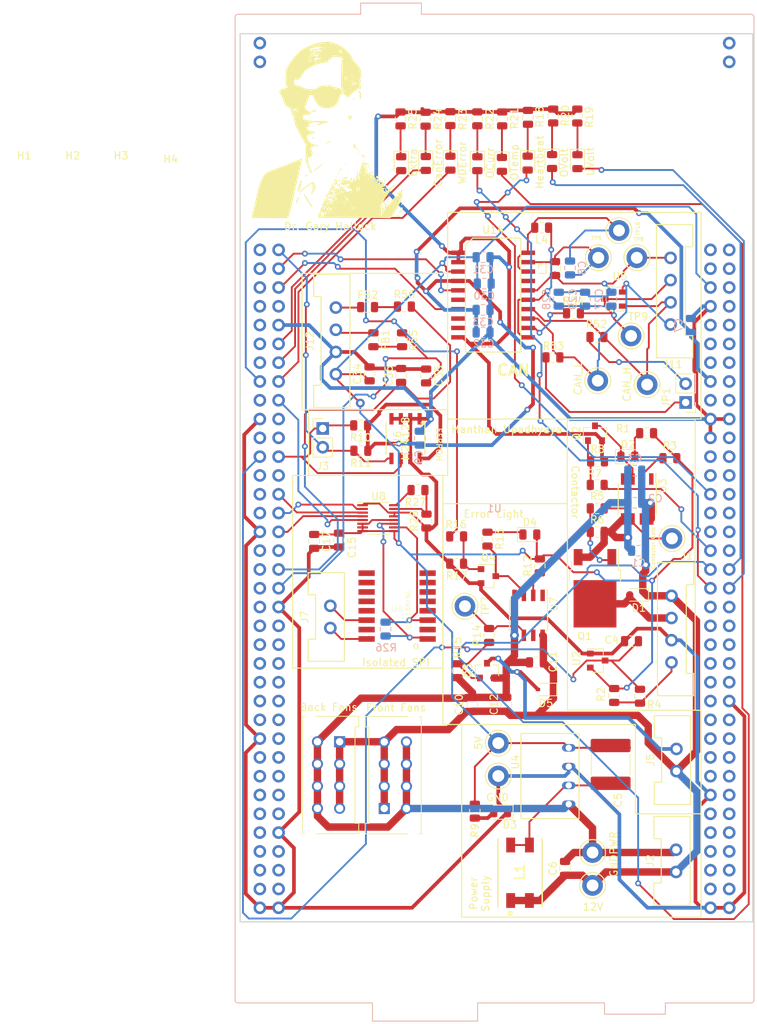
<source format=kicad_pcb>
(kicad_pcb (version 20171130) (host pcbnew "(5.1.4)-1")
  (layers (0 F.Cu signal) (31 B.Cu signal) (34 B.Paste user) (35 F.Paste user) (36 B.SilkS user) (37 F.SilkS user) (38 B.Mask user) (39 F.Mask user) (44 Edge.Cuts user))
  (net 0 "")
  (net 1 GNDPWR)
  (net 2 +12V)
  (net 3 /PB1)
  (net 4 GND)
  (net 5 +5V)
  (net 6 "Net-(C5-Pad1)")
  (net 7 +3V3)
  (net 8 "Net-(C8-Pad2)")
  (net 9 "Net-(C8-Pad1)")
  (net 10 "Net-(C27-Pad1)")
  (net 11 "Net-(C27-Pad2)")
  (net 12 /ADC1_CH3)
  (net 13 /ADC1_CH2)
  (net 14 "/Contactor Driver/CONTACTOR_V-")
  (net 15 "Net-(D2-Pad1)")
  (net 16 "Net-(D2-Pad2)")
  (net 17 "Net-(D3-Pad2)")
  (net 18 "Net-(D4-Pad1)")
  (net 19 "Net-(D5-Pad2)")
  (net 20 /RUN)
  (net 21 "Net-(D6-Pad1)")
  (net 22 "Net-(D7-Pad1)")
  (net 23 /PC3)
  (net 24 "Net-(D8-Pad1)")
  (net 25 /PC2)
  (net 26 /PC1)
  (net 27 "Net-(D9-Pad1)")
  (net 28 "Net-(D10-Pad1)")
  (net 29 /PC0)
  (net 30 /PA7)
  (net 31 "Net-(D11-Pad1)")
  (net 32 "Net-(D12-Pad1)")
  (net 33 /PA6)
  (net 34 /PA5)
  (net 35 "Net-(D13-Pad1)")
  (net 36 "Net-(FB1-Pad2)")
  (net 37 "Net-(FB1-Pad1)")
  (net 38 "Net-(FB2-Pad1)")
  (net 39 "Net-(FB2-Pad2)")
  (net 40 /I2C3_SDA)
  (net 41 /I2C3_SCL)
  (net 42 /CAN/TERM_L)
  (net 43 /CAN/TERM_H)
  (net 44 "Net-(Q1-Pad1)")
  (net 45 "Net-(Q2-Pad1)")
  (net 46 "Net-(Q3-Pad1)")
  (net 47 "Net-(Q4-Pad1)")
  (net 48 "Net-(Q4-Pad3)")
  (net 49 "Net-(J1-Pad4)")
  (net 50 "Net-(R3-Pad1)")
  (net 51 "Net-(R5-Pad2)")
  (net 52 /PB0)
  (net 53 "Net-(R12-Pad1)")
  (net 54 "Net-(R14-Pad2)")
  (net 55 /FAULT)
  (net 56 /SPI/VOLT_IP)
  (net 57 /SPI/VOLT_IM)
  (net 58 /SPI1_CLK)
  (net 59 /SPI1_MOSI)
  (net 60 /SPI1_MISO)
  (net 61 /TEMP_CS1)
  (net 62 /TEMP_CS2)
  (net 63 /TEMP_CS3)
  (net 64 /TEMP_CS4)
  (net 65 /TEMP_CS5)
  (net 66 /TEMP_CS6)
  (net 67 /CAN/CAN_H)
  (net 68 /CAN/CAN_L)
  (net 69 /CAN/RSlope)
  (net 70 "Net-(U1-Pad1)")
  (net 71 "Net-(U1-Pad2)")
  (net 72 "Net-(U1-Pad3)")
  (net 73 "Net-(U1-Pad4)")
  (net 74 "Net-(U1-Pad5)")
  (net 75 "Net-(U1-Pad7)")
  (net 76 "Net-(U1-Pad9)")
  (net 77 "Net-(U1-Pad10)")
  (net 78 "Net-(U1-Pad11)")
  (net 79 "Net-(U1-Pad12)")
  (net 80 "Net-(U1-Pad13)")
  (net 81 "Net-(U1-Pad14)")
  (net 82 "Net-(U1-Pad15)")
  (net 83 "Net-(U1-Pad17)")
  (net 84 "Net-(U1-Pad18)")
  (net 85 /DISPLAY_CS)
  (net 86 "Net-(U1-Pad23)")
  (net 87 "Net-(U1-Pad24)")
  (net 88 "Net-(U1-Pad25)")
  (net 89 "Net-(U1-Pad26)")
  (net 90 "Net-(U1-Pad27)")
  (net 91 "Net-(U1-Pad29)")
  (net 92 "Net-(U1-Pad30)")
  (net 93 "Net-(U1-Pad31)")
  (net 94 "Net-(U1-Pad32)")
  (net 95 "Net-(U1-Pad33)")
  (net 96 "Net-(U1-Pad39)")
  (net 97 "Net-(U1-Pad40)")
  (net 98 "Net-(U1-Pad41)")
  (net 99 "Net-(U1-Pad42)")
  (net 100 "Net-(U1-Pad43)")
  (net 101 "Net-(U1-Pad44)")
  (net 102 "Net-(U1-Pad45)")
  (net 103 "Net-(U1-Pad46)")
  (net 104 "Net-(U1-Pad47)")
  (net 105 "Net-(U1-Pad48)")
  (net 106 "Net-(U1-Pad50)")
  (net 107 "Net-(U1-Pad51)")
  (net 108 "Net-(U1-Pad52)")
  (net 109 "Net-(U1-Pad53)")
  (net 110 "Net-(U1-Pad54)")
  (net 111 "Net-(U1-Pad55)")
  (net 112 "Net-(U1-Pad56)")
  (net 113 "Net-(U1-Pad57)")
  (net 114 "Net-(U1-Pad58)")
  (net 115 "Net-(U1-Pad59)")
  (net 116 "Net-(U1-Pad61)")
  (net 117 "Net-(U1-Pad62)")
  (net 118 "Net-(U1-Pad63)")
  (net 119 "Net-(U1-Pad64)")
  (net 120 "Net-(U1-Pad65)")
  (net 121 "Net-(U1-Pad66)")
  (net 122 "Net-(U1-Pad67)")
  (net 123 "Net-(U1-Pad68)")
  (net 124 "Net-(U1-Pad69)")
  (net 125 "Net-(U1-Pad70)")
  (net 126 /CAN1_RX)
  (net 127 /CAN1_TX)
  (net 128 /PC5)
  (net 129 "Net-(U1-Pad79)")
  (net 130 "Net-(U1-Pad80)")
  (net 131 "Net-(U1-Pad82)")
  (net 132 "Net-(U1-Pad84)")
  (net 133 "Net-(U1-Pad86)")
  (net 134 /LTC6811_CS)
  (net 135 "Net-(U1-Pad90)")
  (net 136 /UART1_TX)
  (net 137 "Net-(U1-Pad94)")
  (net 138 "Net-(U1-Pad97)")
  (net 139 /UART1_RX)
  (net 140 /PC4)
  (net 141 "Net-(U1-Pad108)")
  (net 142 "Net-(U1-Pad110)")
  (net 143 "Net-(U1-Pad112)")
  (net 144 "Net-(U1-Pad113)")
  (net 145 "Net-(U1-Pad114)")
  (net 146 "Net-(U1-Pad115)")
  (net 147 "Net-(U1-Pad116)")
  (net 148 "Net-(U1-Pad117)")
  (net 149 "Net-(U1-Pad118)")
  (net 150 "Net-(U1-Pad119)")
  (net 151 "Net-(U1-Pad120)")
  (net 152 "Net-(U1-Pad121)")
  (net 153 "Net-(U1-Pad122)")
  (net 154 "Net-(U1-Pad123)")
  (net 155 "Net-(U1-Pad124)")
  (net 156 "Net-(U1-Pad125)")
  (net 157 "Net-(U1-Pad127)")
  (net 158 "Net-(U1-Pad128)")
  (net 159 "Net-(U1-Pad129)")
  (net 160 "Net-(U1-Pad130)")
  (net 161 "Net-(U1-Pad131)")
  (net 162 "Net-(U1-Pad132)")
  (net 163 "Net-(U1-Pad133)")
  (net 164 "Net-(U1-Pad134)")
  (net 165 "Net-(U1-Pad136)")
  (net 166 "Net-(U1-Pad137)")
  (net 167 "Net-(U1-Pad138)")
  (net 168 "Net-(U1-Pad139)")
  (net 169 "Net-(U1-Pad140)")
  (net 170 "Net-(U1-Pad141)")
  (net 171 "Net-(U1-Pad142)")
  (net 172 "Net-(U3-Pad1)")
  (net 173 "Net-(U3-Pad4)")
  (net 174 "Net-(U3-Pad7)")
  (net 175 "Net-(U7-Pad7)")
  (net 176 "Net-(U7-Pad4)")
  (net 177 "Net-(U7-Pad1)")
  (net 178 "Net-(J7-Pad1)")
  (net 179 "Net-(J7-Pad2)")
  (net 180 "Net-(U9-Pad15)")
  (net 181 "Net-(U9-Pad8)")
  (net 182 "Net-(U9-Pad10)")
  (net 183 "Net-(U9-Pad7)")
  (net 184 "Net-(U9-Pad9)")
  (net 185 "Net-(U9-Pad6)")
  (net 186 "Net-(U9-Pad11)")
  (net 187 "Net-(U9-Pad2)")
  (net 188 "Net-(U14-Pad6)")
  (net 189 "Net-(U14-Pad8)")
  (net 190 "Net-(U14-Pad9)")
  (net 191 "Net-(U14-Pad17)")
  (net 192 "Net-(R27-Pad2)")
  (net 193 "Net-(R27-Pad1)")
  (module UTSVT_Special:Hallock_Image_Small (layer F.Cu) (at 181.61 42.545)
    (fp_text reference G*** hide)
    (fp_text value LOGO hide)
  )
  (module Module:ST_Morpho_Connector_144_STLink (layer B.Cu) (at 236.855 59.055 180)
    (fp_text reference U1 (at 31.78302 -34.95294) (layer B.SilkS) (effects (justify mirror)))
    (fp_text value NUCLEO144-F412ZG)
    (pad 1 thru_hole circle (at 0 0 180) (size 1.7 1.7) (drill 1) (layers *.Cu *.Mask) (net 70 "Net-(U1-Pad1)"))
    (pad 2 thru_hole circle (at 2.54 0 180) (size 1.7 1.7) (drill 1) (layers *.Cu *.Mask) (net 71 "Net-(U1-Pad2)"))
    (pad 3 thru_hole circle (at 0 -2.54 180) (size 1.7 1.7) (drill 1) (layers *.Cu *.Mask) (net 72 "Net-(U1-Pad3)"))
    (pad 4 thru_hole circle (at 2.54 -2.54 180) (size 1.7 1.7) (drill 1) (layers *.Cu *.Mask) (net 73 "Net-(U1-Pad4)"))
    (pad 5 thru_hole circle (at 0 -5.08 180) (size 1.7 1.7) (drill 1) (layers *.Cu *.Mask) (net 74 "Net-(U1-Pad5)"))
    (pad 6 thru_hole circle (at 2.54 -5.08 180) (size 1.7 1.7) (drill 1) (layers *.Cu *.Mask) (net 5 +5V))
    (pad 7 thru_hole circle (at 0 -7.62 180) (size 1.7 1.7) (drill 1) (layers *.Cu *.Mask) (net 75 "Net-(U1-Pad7)"))
    (pad 8 thru_hole circle (at 2.54 -7.62 180) (size 1.7 1.7) (drill 1) (layers *.Cu *.Mask) (net 4 GND))
    (pad 9 thru_hole circle (at 0 -10.16 180) (size 1.7 1.7) (drill 1) (layers *.Cu *.Mask) (net 76 "Net-(U1-Pad9)"))
    (pad 10 thru_hole circle (at 2.54 -10.16 180) (size 1.7 1.7) (drill 1) (layers *.Cu *.Mask) (net 77 "Net-(U1-Pad10)"))
    (pad 11 thru_hole circle (at 0 -12.7 180) (size 1.7 1.7) (drill 1) (layers *.Cu *.Mask) (net 78 "Net-(U1-Pad11)"))
    (pad 12 thru_hole circle (at 2.54 -12.7 180) (size 1.7 1.7) (drill 1) (layers *.Cu *.Mask) (net 79 "Net-(U1-Pad12)"))
    (pad 13 thru_hole circle (at 0 -15.24 180) (size 1.7 1.7) (drill 1) (layers *.Cu *.Mask) (net 80 "Net-(U1-Pad13)"))
    (pad 14 thru_hole circle (at 2.54 -15.24 180) (size 1.7 1.7) (drill 1) (layers *.Cu *.Mask) (net 81 "Net-(U1-Pad14)"))
    (pad 15 thru_hole circle (at 0 -17.78 180) (size 1.7 1.7) (drill 1) (layers *.Cu *.Mask) (net 82 "Net-(U1-Pad15)"))
    (pad 16 thru_hole circle (at 2.54 -17.78 180) (size 1.7 1.7) (drill 1) (layers *.Cu *.Mask) (net 7 +3V3))
    (pad 17 thru_hole circle (at 0 -20.32 180) (size 1.7 1.7) (drill 1) (layers *.Cu *.Mask) (net 83 "Net-(U1-Pad17)"))
    (pad 18 thru_hole circle (at 2.54 -20.32 180) (size 1.7 1.7) (drill 1) (layers *.Cu *.Mask) (net 84 "Net-(U1-Pad18)"))
    (pad 19 thru_hole circle (at 0 -22.86 180) (size 1.7 1.7) (drill 1) (layers *.Cu *.Mask) (net 4 GND))
    (pad 20 thru_hole circle (at 2.54 -22.86 180) (size 1.7 1.7) (drill 1) (layers *.Cu *.Mask) (net 4 GND))
    (pad 21 thru_hole circle (at 0 -25.4 180) (size 1.7 1.7) (drill 1) (layers *.Cu *.Mask) (net 85 /DISPLAY_CS))
    (pad 22 thru_hole circle (at 2.54 -25.4 180) (size 1.7 1.7) (drill 1) (layers *.Cu *.Mask) (net 4 GND))
    (pad 23 thru_hole circle (at 0 -27.94 180) (size 1.7 1.7) (drill 1) (layers *.Cu *.Mask) (net 86 "Net-(U1-Pad23)"))
    (pad 24 thru_hole circle (at 2.54 -27.94 180) (size 1.7 1.7) (drill 1) (layers *.Cu *.Mask) (net 87 "Net-(U1-Pad24)"))
    (pad 25 thru_hole circle (at 0 -30.48 180) (size 1.7 1.7) (drill 1) (layers *.Cu *.Mask) (net 88 "Net-(U1-Pad25)"))
    (pad 26 thru_hole circle (at 2.54 -30.48 180) (size 1.7 1.7) (drill 1) (layers *.Cu *.Mask) (net 89 "Net-(U1-Pad26)"))
    (pad 27 thru_hole circle (at 0 -33.02 180) (size 1.7 1.7) (drill 1) (layers *.Cu *.Mask) (net 90 "Net-(U1-Pad27)"))
    (pad 28 thru_hole circle (at 2.54 -33.02 180) (size 1.7 1.7) (drill 1) (layers *.Cu *.Mask) (net 20 /RUN))
    (pad 29 thru_hole circle (at 0 -35.56 180) (size 1.7 1.7) (drill 1) (layers *.Cu *.Mask) (net 91 "Net-(U1-Pad29)"))
    (pad 30 thru_hole circle (at 2.54 -35.56 180) (size 1.7 1.7) (drill 1) (layers *.Cu *.Mask) (net 92 "Net-(U1-Pad30)"))
    (pad 31 thru_hole circle (at 0 -38.1 180) (size 1.7 1.7) (drill 1) (layers *.Cu *.Mask) (net 93 "Net-(U1-Pad31)"))
    (pad 32 thru_hole circle (at 2.54 -38.1 180) (size 1.7 1.7) (drill 1) (layers *.Cu *.Mask) (net 94 "Net-(U1-Pad32)"))
    (pad 33 thru_hole circle (at 0 -40.64 180) (size 1.7 1.7) (drill 1) (layers *.Cu *.Mask) (net 95 "Net-(U1-Pad33)"))
    (pad 34 thru_hole circle (at 2.54 -40.64 180) (size 1.7 1.7) (drill 1) (layers *.Cu *.Mask) (net 52 /PB0))
    (pad 35 thru_hole circle (at 0 -43.18 180) (size 1.7 1.7) (drill 1) (layers *.Cu *.Mask) (net 25 /PC2))
    (pad 36 thru_hole circle (at 2.54 -43.18 180) (size 1.7 1.7) (drill 1) (layers *.Cu *.Mask) (net 26 /PC1))
    (pad 37 thru_hole circle (at 0 -45.72 180) (size 1.7 1.7) (drill 1) (layers *.Cu *.Mask) (net 23 /PC3))
    (pad 38 thru_hole circle (at 2.54 -45.72 180) (size 1.7 1.7) (drill 1) (layers *.Cu *.Mask) (net 29 /PC0))
    (pad 39 thru_hole circle (at 0 -48.26 180) (size 1.7 1.7) (drill 1) (layers *.Cu *.Mask) (net 96 "Net-(U1-Pad39)"))
    (pad 40 thru_hole circle (at 2.54 -48.26 180) (size 1.7 1.7) (drill 1) (layers *.Cu *.Mask) (net 97 "Net-(U1-Pad40)"))
    (pad 41 thru_hole circle (at 0 -50.8 180) (size 1.7 1.7) (drill 1) (layers *.Cu *.Mask) (net 98 "Net-(U1-Pad41)"))
    (pad 42 thru_hole circle (at 2.54 -50.8 180) (size 1.7 1.7) (drill 1) (layers *.Cu *.Mask) (net 99 "Net-(U1-Pad42)"))
    (pad 43 thru_hole circle (at 0 -53.34 180) (size 1.7 1.7) (drill 1) (layers *.Cu *.Mask) (net 100 "Net-(U1-Pad43)"))
    (pad 44 thru_hole circle (at 2.54 -53.34 180) (size 1.7 1.7) (drill 1) (layers *.Cu *.Mask) (net 101 "Net-(U1-Pad44)"))
    (pad 45 thru_hole circle (at 0 -55.88 180) (size 1.7 1.7) (drill 1) (layers *.Cu *.Mask) (net 102 "Net-(U1-Pad45)"))
    (pad 46 thru_hole circle (at 2.54 -55.88 180) (size 1.7 1.7) (drill 1) (layers *.Cu *.Mask) (net 103 "Net-(U1-Pad46)"))
    (pad 47 thru_hole circle (at 0 -58.42 180) (size 1.7 1.7) (drill 1) (layers *.Cu *.Mask) (net 104 "Net-(U1-Pad47)"))
    (pad 48 thru_hole circle (at 2.54 -58.42 180) (size 1.7 1.7) (drill 1) (layers *.Cu *.Mask) (net 105 "Net-(U1-Pad48)"))
    (pad 49 thru_hole circle (at 0 -60.96 180) (size 1.7 1.7) (drill 1) (layers *.Cu *.Mask) (net 4 GND))
    (pad 50 thru_hole circle (at 2.54 -60.96 180) (size 1.7 1.7) (drill 1) (layers *.Cu *.Mask) (net 106 "Net-(U1-Pad50)"))
    (pad 51 thru_hole circle (at 0 -63.5 180) (size 1.7 1.7) (drill 1) (layers *.Cu *.Mask) (net 107 "Net-(U1-Pad51)"))
    (pad 52 thru_hole circle (at 2.54 -63.5 180) (size 1.7 1.7) (drill 1) (layers *.Cu *.Mask) (net 108 "Net-(U1-Pad52)"))
    (pad 53 thru_hole circle (at 0 -66.04 180) (size 1.7 1.7) (drill 1) (layers *.Cu *.Mask) (net 109 "Net-(U1-Pad53)"))
    (pad 54 thru_hole circle (at 2.54 -66.04 180) (size 1.7 1.7) (drill 1) (layers *.Cu *.Mask) (net 110 "Net-(U1-Pad54)"))
    (pad 55 thru_hole circle (at 0 -68.58 180) (size 1.7 1.7) (drill 1) (layers *.Cu *.Mask) (net 111 "Net-(U1-Pad55)"))
    (pad 56 thru_hole circle (at 2.54 -68.58 180) (size 1.7 1.7) (drill 1) (layers *.Cu *.Mask) (net 112 "Net-(U1-Pad56)"))
    (pad 57 thru_hole circle (at 0 -71.12 180) (size 1.7 1.7) (drill 1) (layers *.Cu *.Mask) (net 113 "Net-(U1-Pad57)"))
    (pad 58 thru_hole circle (at 2.54 -71.12 180) (size 1.7 1.7) (drill 1) (layers *.Cu *.Mask) (net 114 "Net-(U1-Pad58)"))
    (pad 59 thru_hole circle (at 0 -73.66 180) (size 1.7 1.7) (drill 1) (layers *.Cu *.Mask) (net 115 "Net-(U1-Pad59)"))
    (pad 60 thru_hole circle (at 2.54 -73.66 180) (size 1.7 1.7) (drill 1) (layers *.Cu *.Mask) (net 4 GND))
    (pad 61 thru_hole circle (at 0 -76.2 180) (size 1.7 1.7) (drill 1) (layers *.Cu *.Mask) (net 116 "Net-(U1-Pad61)"))
    (pad 62 thru_hole circle (at 2.54 -76.2 180) (size 1.7 1.7) (drill 1) (layers *.Cu *.Mask) (net 117 "Net-(U1-Pad62)"))
    (pad 63 thru_hole circle (at 0 -78.74 180) (size 1.7 1.7) (drill 1) (layers *.Cu *.Mask) (net 118 "Net-(U1-Pad63)"))
    (pad 64 thru_hole circle (at 2.54 -78.74 180) (size 1.7 1.7) (drill 1) (layers *.Cu *.Mask) (net 119 "Net-(U1-Pad64)"))
    (pad 65 thru_hole circle (at 0 -81.28 180) (size 1.7 1.7) (drill 1) (layers *.Cu *.Mask) (net 120 "Net-(U1-Pad65)"))
    (pad 66 thru_hole circle (at 2.54 -81.28 180) (size 1.7 1.7) (drill 1) (layers *.Cu *.Mask) (net 121 "Net-(U1-Pad66)"))
    (pad 67 thru_hole circle (at 0 -83.82 180) (size 1.7 1.7) (drill 1) (layers *.Cu *.Mask) (net 122 "Net-(U1-Pad67)"))
    (pad 68 thru_hole circle (at 2.54 -83.82 180) (size 1.7 1.7) (drill 1) (layers *.Cu *.Mask) (net 123 "Net-(U1-Pad68)"))
    (pad 69 thru_hole circle (at 0 -86.36 180) (size 1.7 1.7) (drill 1) (layers *.Cu *.Mask) (net 124 "Net-(U1-Pad69)"))
    (pad 70 thru_hole circle (at 2.54 -86.36 180) (size 1.7 1.7) (drill 1) (layers *.Cu *.Mask) (net 125 "Net-(U1-Pad70)"))
    (pad 71 thru_hole circle (at 0 -88.9 180) (size 1.7 1.7) (drill 1) (layers *.Cu *.Mask) (net 4 GND))
    (pad 72 thru_hole circle (at 2.54 -88.9 180) (size 1.7 1.7) (drill 1) (layers *.Cu *.Mask) (net 4 GND))
    (pad 73 thru_hole circle (at 60.96 0 180) (size 1.7 1.7) (drill 1) (layers *.Cu *.Mask) (net 40 /I2C3_SDA))
    (pad 74 thru_hole circle (at 63.5 0 180) (size 1.7 1.7) (drill 1) (layers *.Cu *.Mask) (net 66 /TEMP_CS6))
    (pad 75 thru_hole circle (at 60.96 -2.54 180) (size 1.7 1.7) (drill 1) (layers *.Cu *.Mask) (net 126 /CAN1_RX))
    (pad 76 thru_hole circle (at 63.5 -2.54 180) (size 1.7 1.7) (drill 1) (layers *.Cu *.Mask) (net 64 /TEMP_CS4))
    (pad 77 thru_hole circle (at 60.96 -5.08 180) (size 1.7 1.7) (drill 1) (layers *.Cu *.Mask) (net 127 /CAN1_TX))
    (pad 78 thru_hole circle (at 63.5 -5.08 180) (size 1.7 1.7) (drill 1) (layers *.Cu *.Mask) (net 128 /PC5))
    (pad 79 thru_hole circle (at 60.96 -7.62 180) (size 1.7 1.7) (drill 1) (layers *.Cu *.Mask) (net 129 "Net-(U1-Pad79)"))
    (pad 80 thru_hole circle (at 63.5 -7.62 180) (size 1.7 1.7) (drill 1) (layers *.Cu *.Mask) (net 130 "Net-(U1-Pad80)"))
    (pad 81 thru_hole circle (at 60.96 -10.16 180) (size 1.7 1.7) (drill 1) (layers *.Cu *.Mask) (net 4 GND))
    (pad 82 thru_hole circle (at 63.5 -10.16 180) (size 1.7 1.7) (drill 1) (layers *.Cu *.Mask) (net 131 "Net-(U1-Pad82)"))
    (pad 83 thru_hole circle (at 60.96 -12.7 180) (size 1.7 1.7) (drill 1) (layers *.Cu *.Mask) (net 34 /PA5))
    (pad 84 thru_hole circle (at 63.5 -12.7 180) (size 1.7 1.7) (drill 1) (layers *.Cu *.Mask) (net 132 "Net-(U1-Pad84)"))
    (pad 85 thru_hole circle (at 60.96 -15.24 180) (size 1.7 1.7) (drill 1) (layers *.Cu *.Mask) (net 33 /PA6))
    (pad 86 thru_hole circle (at 63.5 -15.24 180) (size 1.7 1.7) (drill 1) (layers *.Cu *.Mask) (net 133 "Net-(U1-Pad86)"))
    (pad 87 thru_hole circle (at 60.96 -17.78 180) (size 1.7 1.7) (drill 1) (layers *.Cu *.Mask) (net 30 /PA7))
    (pad 88 thru_hole circle (at 63.5 -17.78 180) (size 1.7 1.7) (drill 1) (layers *.Cu *.Mask) (net 55 /FAULT))
    (pad 89 thru_hole circle (at 60.96 -20.32 180) (size 1.7 1.7) (drill 1) (layers *.Cu *.Mask) (net 134 /LTC6811_CS))
    (pad 90 thru_hole circle (at 63.5 -20.32 180) (size 1.7 1.7) (drill 1) (layers *.Cu *.Mask) (net 135 "Net-(U1-Pad90)"))
    (pad 91 thru_hole circle (at 60.96 -22.86 180) (size 1.7 1.7) (drill 1) (layers *.Cu *.Mask) (net 65 /TEMP_CS5))
    (pad 92 thru_hole circle (at 63.5 -22.86 180) (size 1.7 1.7) (drill 1) (layers *.Cu *.Mask) (net 4 GND))
    (pad 93 thru_hole circle (at 60.96 -25.4 180) (size 1.7 1.7) (drill 1) (layers *.Cu *.Mask) (net 136 /UART1_TX))
    (pad 94 thru_hole circle (at 63.5 -25.4 180) (size 1.7 1.7) (drill 1) (layers *.Cu *.Mask) (net 137 "Net-(U1-Pad94)"))
    (pad 95 thru_hole circle (at 60.96 -27.94 180) (size 1.7 1.7) (drill 1) (layers *.Cu *.Mask) (net 41 /I2C3_SCL))
    (pad 96 thru_hole circle (at 63.5 -27.94 180) (size 1.7 1.7) (drill 1) (layers *.Cu *.Mask) (net 3 /PB1))
    (pad 97 thru_hole circle (at 60.96 -30.48 180) (size 1.7 1.7) (drill 1) (layers *.Cu *.Mask) (net 138 "Net-(U1-Pad97)"))
    (pad 98 thru_hole circle (at 63.5 -30.48 180) (size 1.7 1.7) (drill 1) (layers *.Cu *.Mask) (net 63 /TEMP_CS3))
    (pad 99 thru_hole circle (at 60.96 -33.02 180) (size 1.7 1.7) (drill 1) (layers *.Cu *.Mask) (net 60 /SPI1_MISO))
    (pad 100 thru_hole circle (at 63.5 -33.02 180) (size 1.7 1.7) (drill 1) (layers *.Cu *.Mask) (net 62 /TEMP_CS2))
    (pad 101 thru_hole circle (at 60.96 -35.56 180) (size 1.7 1.7) (drill 1) (layers *.Cu *.Mask) (net 59 /SPI1_MOSI))
    (pad 102 thru_hole circle (at 63.5 -35.56 180) (size 1.7 1.7) (drill 1) (layers *.Cu *.Mask) (net 61 /TEMP_CS1))
    (pad 103 thru_hole circle (at 60.96 -38.1 180) (size 1.7 1.7) (drill 1) (layers *.Cu *.Mask) (net 58 /SPI1_CLK))
    (pad 104 thru_hole circle (at 63.5 -38.1 180) (size 1.7 1.7) (drill 1) (layers *.Cu *.Mask) (net 4 GND))
    (pad 105 thru_hole circle (at 60.96 -40.64 180) (size 1.7 1.7) (drill 1) (layers *.Cu *.Mask) (net 139 /UART1_RX))
    (pad 106 thru_hole circle (at 63.5 -40.64 180) (size 1.7 1.7) (drill 1) (layers *.Cu *.Mask) (net 140 /PC4))
    (pad 107 thru_hole circle (at 60.96 -43.18 180) (size 1.7 1.7) (drill 1) (layers *.Cu *.Mask) (net 13 /ADC1_CH2))
    (pad 108 thru_hole circle (at 63.5 -43.18 180) (size 1.7 1.7) (drill 1) (layers *.Cu *.Mask) (net 141 "Net-(U1-Pad108)"))
    (pad 109 thru_hole circle (at 60.96 -45.72 180) (size 1.7 1.7) (drill 1) (layers *.Cu *.Mask) (net 12 /ADC1_CH3))
    (pad 110 thru_hole circle (at 63.5 -45.72 180) (size 1.7 1.7) (drill 1) (layers *.Cu *.Mask) (net 142 "Net-(U1-Pad110)"))
    (pad 111 thru_hole circle (at 60.96 -48.26 180) (size 1.7 1.7) (drill 1) (layers *.Cu *.Mask) (net 4 GND))
    (pad 112 thru_hole circle (at 63.5 -48.26 180) (size 1.7 1.7) (drill 1) (layers *.Cu *.Mask) (net 143 "Net-(U1-Pad112)"))
    (pad 113 thru_hole circle (at 60.96 -50.8 180) (size 1.7 1.7) (drill 1) (layers *.Cu *.Mask) (net 144 "Net-(U1-Pad113)"))
    (pad 114 thru_hole circle (at 63.5 -50.8 180) (size 1.7 1.7) (drill 1) (layers *.Cu *.Mask) (net 145 "Net-(U1-Pad114)"))
    (pad 115 thru_hole circle (at 60.96 -53.34 180) (size 1.7 1.7) (drill 1) (layers *.Cu *.Mask) (net 146 "Net-(U1-Pad115)"))
    (pad 116 thru_hole circle (at 63.5 -53.34 180) (size 1.7 1.7) (drill 1) (layers *.Cu *.Mask) (net 147 "Net-(U1-Pad116)"))
    (pad 117 thru_hole circle (at 60.96 -55.88 180) (size 1.7 1.7) (drill 1) (layers *.Cu *.Mask) (net 148 "Net-(U1-Pad117)"))
    (pad 118 thru_hole circle (at 63.5 -55.88 180) (size 1.7 1.7) (drill 1) (layers *.Cu *.Mask) (net 149 "Net-(U1-Pad118)"))
    (pad 119 thru_hole circle (at 60.96 -58.42 180) (size 1.7 1.7) (drill 1) (layers *.Cu *.Mask) (net 150 "Net-(U1-Pad119)"))
    (pad 120 thru_hole circle (at 63.5 -58.42 180) (size 1.7 1.7) (drill 1) (layers *.Cu *.Mask) (net 151 "Net-(U1-Pad120)"))
    (pad 121 thru_hole circle (at 60.96 -60.96 180) (size 1.7 1.7) (drill 1) (layers *.Cu *.Mask) (net 152 "Net-(U1-Pad121)"))
    (pad 122 thru_hole circle (at 63.5 -60.96 180) (size 1.7 1.7) (drill 1) (layers *.Cu *.Mask) (net 153 "Net-(U1-Pad122)"))
    (pad 123 thru_hole circle (at 60.96 -63.5 180) (size 1.7 1.7) (drill 1) (layers *.Cu *.Mask) (net 154 "Net-(U1-Pad123)"))
    (pad 124 thru_hole circle (at 63.5 -63.5 180) (size 1.7 1.7) (drill 1) (layers *.Cu *.Mask) (net 155 "Net-(U1-Pad124)"))
    (pad 125 thru_hole circle (at 60.96 -66.04 180) (size 1.7 1.7) (drill 1) (layers *.Cu *.Mask) (net 156 "Net-(U1-Pad125)"))
    (pad 126 thru_hole circle (at 63.5 -66.04 180) (size 1.7 1.7) (drill 1) (layers *.Cu *.Mask) (net 4 GND))
    (pad 127 thru_hole circle (at 60.96 -68.58 180) (size 1.7 1.7) (drill 1) (layers *.Cu *.Mask) (net 157 "Net-(U1-Pad127)"))
    (pad 128 thru_hole circle (at 63.5 -68.58 180) (size 1.7 1.7) (drill 1) (layers *.Cu *.Mask) (net 158 "Net-(U1-Pad128)"))
    (pad 129 thru_hole circle (at 60.96 -71.12 180) (size 1.7 1.7) (drill 1) (layers *.Cu *.Mask) (net 159 "Net-(U1-Pad129)"))
    (pad 130 thru_hole circle (at 63.5 -71.12 180) (size 1.7 1.7) (drill 1) (layers *.Cu *.Mask) (net 160 "Net-(U1-Pad130)"))
    (pad 131 thru_hole circle (at 60.96 -73.66 180) (size 1.7 1.7) (drill 1) (layers *.Cu *.Mask) (net 161 "Net-(U1-Pad131)"))
    (pad 132 thru_hole circle (at 63.5 -73.66 180) (size 1.7 1.7) (drill 1) (layers *.Cu *.Mask) (net 162 "Net-(U1-Pad132)"))
    (pad 133 thru_hole circle (at 60.96 -76.2 180) (size 1.7 1.7) (drill 1) (layers *.Cu *.Mask) (net 163 "Net-(U1-Pad133)"))
    (pad 134 thru_hole circle (at 63.5 -76.2 180) (size 1.7 1.7) (drill 1) (layers *.Cu *.Mask) (net 164 "Net-(U1-Pad134)"))
    (pad 135 thru_hole circle (at 60.96 -78.74 180) (size 1.7 1.7) (drill 1) (layers *.Cu *.Mask) (net 4 GND))
    (pad 136 thru_hole circle (at 63.5 -78.74 180) (size 1.7 1.7) (drill 1) (layers *.Cu *.Mask) (net 165 "Net-(U1-Pad136)"))
    (pad 137 thru_hole circle (at 60.96 -81.28 180) (size 1.7 1.7) (drill 1) (layers *.Cu *.Mask) (net 166 "Net-(U1-Pad137)"))
    (pad 138 thru_hole circle (at 63.5 -81.28 180) (size 1.7 1.7) (drill 1) (layers *.Cu *.Mask) (net 167 "Net-(U1-Pad138)"))
    (pad 139 thru_hole circle (at 60.96 -83.82 180) (size 1.7 1.7) (drill 1) (layers *.Cu *.Mask) (net 168 "Net-(U1-Pad139)"))
    (pad 140 thru_hole circle (at 63.5 -83.82 180) (size 1.7 1.7) (drill 1) (layers *.Cu *.Mask) (net 169 "Net-(U1-Pad140)"))
    (pad 141 thru_hole circle (at 60.96 -86.36 180) (size 1.7 1.7) (drill 1) (layers *.Cu *.Mask) (net 170 "Net-(U1-Pad141)"))
    (pad 142 thru_hole circle (at 63.5 -86.36 180) (size 1.7 1.7) (drill 1) (layers *.Cu *.Mask) (net 171 "Net-(U1-Pad142)"))
    (pad 143 thru_hole circle (at 60.96 -88.9 180) (size 1.7 1.7) (drill 1) (layers *.Cu *.Mask) (net 4 GND))
    (pad 144 thru_hole circle (at 63.5 -88.9 180) (size 1.7 1.7) (drill 1) (layers *.Cu *.Mask) (net 4 GND))
    (pad 145 thru_hole circle (at 0 27.94 180) (size 1.7 1.7) (drill 1) (layers *.Cu *.Mask))
    (pad 146 thru_hole circle (at 0 25.4 180) (size 1.7 1.7) (drill 1) (layers *.Cu *.Mask))
    (pad 147 thru_hole circle (at 63.5 27.94 180) (size 1.7 1.7) (drill 1) (layers *.Cu *.Mask))
    (pad 148 thru_hole circle (at 63.5 25.4 180) (size 1.7 1.7) (drill 1) (layers *.Cu *.Mask))
  )
  (module Package_SO:SOIC-8_3.9x4.9mm_P1.27mm (layer F.Cu) (at 209.70748 108.44022 270)
    (fp_text reference U7 (at -1.524 -3.429 90) (layer F.SilkS))
    (fp_text value SI8261ABC-IS)
    (pad 1 smd rect (at -2.7 -1.905 270) (size 1.55 0.6) (layers F.Cu F.Paste F.Mask) (net 177 "Net-(U7-Pad1)"))
    (pad 2 smd rect (at -2.7 -0.635 270) (size 1.55 0.6) (layers F.Cu F.Paste F.Mask) (net 53 "Net-(R12-Pad1)"))
    (pad 3 smd rect (at -2.7 0.635 270) (size 1.55 0.6) (layers F.Cu F.Paste F.Mask) (net 48 "Net-(Q4-Pad3)"))
    (pad 4 smd rect (at -2.7 1.905 270) (size 1.55 0.6) (layers F.Cu F.Paste F.Mask) (net 176 "Net-(U7-Pad4)"))
    (pad 5 smd rect (at 2.7 1.905 270) (size 1.55 0.6) (layers F.Cu F.Paste F.Mask) (net 1 GNDPWR))
    (pad 6 smd rect (at 2.7 0.635 270) (size 1.55 0.6) (layers F.Cu F.Paste F.Mask) (net 54 "Net-(R14-Pad2)"))
    (pad 7 smd rect (at 2.7 -0.635 270) (size 1.55 0.6) (layers F.Cu F.Paste F.Mask) (net 175 "Net-(U7-Pad7)"))
    (pad 8 smd rect (at 2.7 -1.905 270) (size 1.55 0.6) (layers F.Cu F.Paste F.Mask) (net 2 +12V))
  )
  (module Capacitor_SMD:C_0805_2012Metric (layer F.Cu) (at 202.11796 120.48974 270)
    (fp_text reference C10 (at 0.01548 1.81356 90) (layer F.SilkS))
    (fp_text value 1uF)
    (pad 1 smd roundrect (at -0.9375 0 270) (size 0.975 1.4) (layers F.Cu F.Paste F.Mask) (net 1 GNDPWR))
    (pad 2 smd roundrect (at 0.9375 0 270) (size 0.975 1.4) (layers F.Cu F.Paste F.Mask) (net 2 +12V))
  )
  (module Capacitor_SMD:C_0805_2012Metric (layer F.Cu) (at 210.77198 114.79022 180)
    (fp_text reference C11 (at -2.2375 0.1016 90) (layer F.SilkS))
    (fp_text value 10uF)
    (pad 1 smd roundrect (at -0.9375 0 180) (size 0.975 1.4) (layers F.Cu F.Paste F.Mask) (net 2 +12V))
    (pad 2 smd roundrect (at 0.9375 0 180) (size 0.975 1.4) (layers F.Cu F.Paste F.Mask) (net 1 GNDPWR))
  )
  (module Capacitor_SMD:C_0805_2012Metric (layer F.Cu) (at 206.68996 120.45974 90)
    (fp_text reference C12 (at 0 -1.65 90) (layer F.SilkS))
    (fp_text value 0.1uF)
    (pad 2 smd roundrect (at 0.9375 0 90) (size 0.975 1.4) (layers F.Cu F.Paste F.Mask) (net 1 GNDPWR))
    (pad 1 smd roundrect (at -0.9375 0 90) (size 0.975 1.4) (layers F.Cu F.Paste F.Mask) (net 2 +12V))
  )
  (module LED_SMD:LED_0805_2012Metric (layer F.Cu) (at 209.88298 97.51822)
    (fp_text reference D4 (at 0 -1.65) (layer F.SilkS))
    (fp_text value Fault)
    (pad 1 smd roundrect (at -0.9375 0) (size 0.975 1.4) (layers F.Cu F.Paste F.Mask) (net 18 "Net-(D4-Pad1)"))
    (pad 2 smd roundrect (at 0.9375 0) (size 0.975 1.4) (layers F.Cu F.Paste F.Mask) (net 5 +5V))
  )
  (module Diode_SMD:D_SOD-323 (layer F.Cu) (at 212.02396 118.45544 180)
    (fp_text reference D5 (at -0.03302 -1.86436 180) (layer F.SilkS))
    (fp_text value 1N4148WS)
    (pad 2 smd rect (at 1.05 0 180) (size 0.6 0.45) (layers F.Cu F.Paste F.Mask) (net 19 "Net-(D5-Pad2)"))
    (pad 1 smd rect (at -1.05 0 180) (size 0.6 0.45) (layers F.Cu F.Paste F.Mask) (net 2 +12V))
  )
  (module Package_TO_SOT_SMD:SOT-23 (layer F.Cu) (at 204.27696 103.13924)
    (fp_text reference Q4 (at 0 -2.5) (layer F.SilkS))
    (fp_text value NTR4003NT1G)
    (pad 3 smd rect (at 1 0) (size 0.9 0.8) (layers F.Cu F.Paste F.Mask) (net 48 "Net-(Q4-Pad3)"))
    (pad 2 smd rect (at -1 0.95) (size 0.9 0.8) (layers F.Cu F.Paste F.Mask) (net 4 GND))
    (pad 1 smd rect (at -1 -0.95) (size 0.9 0.8) (layers F.Cu F.Paste F.Mask) (net 47 "Net-(Q4-Pad1)"))
  )
  (module Resistor_SMD:R_0805_2012Metric (layer F.Cu) (at 199.97698 97.77222 180)
    (fp_text reference R16 (at 0.0762 1.6256) (layer F.SilkS))
    (fp_text value 0)
    (pad 2 smd roundrect (at 0.9375 0 180) (size 0.975 1.4) (layers F.Cu F.Paste F.Mask) (net 55 /FAULT))
    (pad 1 smd roundrect (at -0.9375 0 180) (size 0.975 1.4) (layers F.Cu F.Paste F.Mask) (net 47 "Net-(Q4-Pad1)"))
  )
  (module Resistor_SMD:R_0805_2012Metric (layer F.Cu) (at 211.23148 101.75772 90)
    (fp_text reference R12 (at 0 -1.65 90) (layer F.SilkS))
    (fp_text value 470)
    (pad 1 smd roundrect (at -0.9375 0 90) (size 0.975 1.4) (layers F.Cu F.Paste F.Mask) (net 53 "Net-(R12-Pad1)"))
    (pad 2 smd roundrect (at 0.9375 0 90) (size 0.975 1.4) (layers F.Cu F.Paste F.Mask) (net 5 +5V))
  )
  (module Resistor_SMD:R_0805_2012Metric (layer F.Cu) (at 200.08596 115.91774 270)
    (fp_text reference R15 (at -3.1265 0 90) (layer F.SilkS))
    (fp_text value 10k)
    (pad 1 smd roundrect (at -0.9375 0 270) (size 0.975 1.4) (layers F.Cu F.Paste F.Mask) (net 46 "Net-(Q3-Pad1)"))
    (pad 2 smd roundrect (at 0.9375 0 270) (size 0.975 1.4) (layers F.Cu F.Paste F.Mask) (net 1 GNDPWR))
  )
  (module Package_TO_SOT_SMD:SOT-23 (layer F.Cu) (at 204.08396 115.90524 90)
    (fp_text reference Q3 (at 0 -2.524 90) (layer F.SilkS))
    (fp_text value NTR4003NT1G)
    (pad 1 smd rect (at -1 -0.95 90) (size 0.9 0.8) (layers F.Cu F.Paste F.Mask) (net 46 "Net-(Q3-Pad1)"))
    (pad 2 smd rect (at -1 0.95 90) (size 0.9 0.8) (layers F.Cu F.Paste F.Mask) (net 1 GNDPWR))
    (pad 3 smd rect (at 1 0 90) (size 0.9 0.8) (layers F.Cu F.Paste F.Mask) (net 19 "Net-(D5-Pad2)"))
  )
  (module Resistor_SMD:R_0805_2012Metric (layer F.Cu) (at 204.14996 98.13774 270)
    (fp_text reference R13 (at 0 -1.65 90) (layer F.SilkS))
    (fp_text value 1.6k)
    (pad 2 smd roundrect (at 0.9375 0 270) (size 0.975 1.4) (layers F.Cu F.Paste F.Mask) (net 48 "Net-(Q4-Pad3)"))
    (pad 1 smd roundrect (at -0.9375 0 270) (size 0.975 1.4) (layers F.Cu F.Paste F.Mask) (net 18 "Net-(D4-Pad1)"))
  )
  (module Resistor_SMD:R_0805_2012Metric (layer F.Cu) (at 204.37348 111.15572 90)
    (fp_text reference R14 (at 0 -1.65 90) (layer F.SilkS))
    (fp_text value 0)
    (pad 2 smd roundrect (at 0.9375 0 90) (size 0.975 1.4) (layers F.Cu F.Paste F.Mask) (net 54 "Net-(R14-Pad2)"))
    (pad 1 smd roundrect (at -0.9375 0 90) (size 0.975 1.4) (layers F.Cu F.Paste F.Mask) (net 46 "Net-(Q3-Pad1)"))
  )
  (module Resistor_SMD:R_0805_2012Metric (layer F.Cu) (at 199.97698 101.45522 180)
    (fp_text reference R17 (at 0 -1.65) (layer F.SilkS))
    (fp_text value 10k)
    (pad 1 smd roundrect (at -0.9375 0 180) (size 0.975 1.4) (layers F.Cu F.Paste F.Mask) (net 47 "Net-(Q4-Pad1)"))
    (pad 2 smd roundrect (at 0.9375 0 180) (size 0.975 1.4) (layers F.Cu F.Paste F.Mask) (net 4 GND))
  )
  (module TestPoint:TestPoint_Keystone_5005-5009_Compact (layer F.Cu) (at 201.10196 107.20324 270)
    (fp_text reference TP7 (at 0 -2.75 90) (layer F.SilkS))
    (fp_text value StrobeLightGate_TP)
    (pad 1 thru_hole circle (at 0 0 270) (size 2.8 2.8) (drill 1.6) (layers *.Cu *.Mask) (net 54 "Net-(R14-Pad2)"))
  )
  (module UTSVT_Connectors:Molex_MicroFit3.0_1x2xP3.00mm_PolarizingPeg_Vertical (layer F.Cu) (at 229.71506 129.49174 90)
    (fp_text reference J5 (at 1.5 -3.5 90) (layer F.SilkS))
    (fp_text value ErrorLightConnector)
    (pad "" np_thru_hole circle (at -3 -1.96 90) (size 1.27 1.27) (drill 1.27) (layers *.Cu *.Mask))
    (pad 2 thru_hole circle (at 3 0 90) (size 1.7 1.7) (drill 1.02) (layers *.Cu *.Mask) (net 19 "Net-(D5-Pad2)"))
    (pad 1 thru_hole circle (at 0 0 90) (size 1.7 1.7) (drill 1.02) (layers *.Cu *.Mask) (net 2 +12V))
    (pad "" np_thru_hole circle (at 6 -1.96 90) (size 1.27 1.27) (drill 1.27) (layers *.Cu *.Mask))
  )
  (module TestPoint:TestPoint_Keystone_5005-5009_Compact (layer F.Cu) (at 221.94266 56.43372)
    (fp_text reference TP10 (at 2.5527 -0.23622 90) (layer F.SilkS) (effects (font (size 0.5 0.5) (thickness 0.1))))
    (fp_text value CAN_ISO_GndOut)
    (pad 1 thru_hole circle (at 0 0) (size 2.8 2.8) (drill 1.6) (layers *.Cu *.Mask) (net 8 "Net-(C8-Pad2)"))
  )
  (module Resistor_SMD:R_0805_2012Metric (layer F.Cu) (at 199.12584 41.32096 90)
    (fp_text reference R23 (at -0.0785 1.6891 90) (layer F.SilkS))
    (fp_text value 750)
    (pad 1 smd roundrect (at -0.9375 0 90) (size 0.975 1.4) (layers F.Cu F.Paste F.Mask) (net 31 "Net-(D11-Pad1)"))
    (pad 2 smd roundrect (at 0.9375 0 90) (size 0.975 1.4) (layers F.Cu F.Paste F.Mask) (net 4 GND))
  )
  (module Capacitor_SMD:C_0805_2012Metric (layer F.Cu) (at 184.05856 98.26728 270)
    (fp_text reference C15 (at 1.0137 -1.7526 90) (layer F.SilkS))
    (fp_text value 0.1uF)
    (pad 2 smd roundrect (at 0.9375 0 270) (size 0.975 1.4) (layers F.Cu F.Paste F.Mask) (net 4 GND))
    (pad 1 smd roundrect (at -0.9375 0 270) (size 0.975 1.4) (layers F.Cu F.Paste F.Mask) (net 5 +5V))
  )
  (module Resistor_SMD:R_0805_2012Metric (layer F.Cu) (at 194.74966 91.50858 180)
    (fp_text reference R27 (at 0.3533 -1.651) (layer F.SilkS))
    (fp_text value 806)
    (pad 2 smd roundrect (at 0.9375 0 180) (size 0.975 1.4) (layers F.Cu F.Paste F.Mask) (net 192 "Net-(R27-Pad2)"))
    (pad 1 smd roundrect (at -0.9375 0 180) (size 0.975 1.4) (layers F.Cu F.Paste F.Mask) (net 193 "Net-(R27-Pad1)"))
  )
  (module Capacitor_SMD:C_0805_2012Metric (layer F.Cu) (at 180.70576 98.44508 270)
    (fp_text reference C17 (at 0 -1.65 90) (layer F.SilkS))
    (fp_text value 0.1uF)
    (pad 1 smd roundrect (at -0.9375 0 270) (size 0.975 1.4) (layers F.Cu F.Paste F.Mask) (net 5 +5V))
    (pad 2 smd roundrect (at 0.9375 0 270) (size 0.975 1.4) (layers F.Cu F.Paste F.Mask) (net 4 GND))
  )
  (module Resistor_SMD:R_0805_2012Metric (layer F.Cu) (at 195.89496 95.69728 90)
    (fp_text reference R28 (at 0 -1.65 90) (layer F.SilkS))
    (fp_text value 1.21k)
    (pad 1 smd roundrect (at -0.9375 0 90) (size 0.975 1.4) (layers F.Cu F.Paste F.Mask) (net 4 GND))
    (pad 2 smd roundrect (at 0.9375 0 90) (size 0.975 1.4) (layers F.Cu F.Paste F.Mask) (net 193 "Net-(R27-Pad1)"))
  )
  (module UTSVT_Connectors:Molex_MicroFit3.0_1x2xP3.00mm_PolarizingPeg_Vertical (layer F.Cu) (at 182.89016 110.15218 90)
    (fp_text reference J7 (at 1.5 -3.5 90) (layer F.SilkS))
    (fp_text value VoltageSlaveConnector)
    (pad "" np_thru_hole circle (at -3 -1.96 90) (size 1.27 1.27) (drill 1.27) (layers *.Cu *.Mask))
    (pad 2 thru_hole circle (at 3 0 90) (size 1.7 1.7) (drill 1.02) (layers *.Cu *.Mask) (net 179 "Net-(J7-Pad2)"))
    (pad 1 thru_hole circle (at 0 0 90) (size 1.7 1.7) (drill 1.02) (layers *.Cu *.Mask) (net 178 "Net-(J7-Pad1)"))
    (pad "" np_thru_hole circle (at 6 -1.96 90) (size 1.27 1.27) (drill 1.27) (layers *.Cu *.Mask))
  )
  (module Package_SO:MSOP-16_3x4mm_P0.5mm (layer F.Cu) (at 189.405161 95.307181)
    (fp_text reference U8 (at 0 -2.95) (layer F.SilkS))
    (fp_text value LTC6820)
    (pad 1 smd roundrect (at -2.15 -1.75) (size 1.45 0.3) (layers F.Cu F.Paste F.Mask) (net 4 GND))
    (pad 2 smd roundrect (at -2.15 -1.25) (size 1.45 0.3) (layers F.Cu F.Paste F.Mask) (net 59 /SPI1_MOSI))
    (pad 3 smd roundrect (at -2.15 -0.75) (size 1.45 0.3) (layers F.Cu F.Paste F.Mask) (net 60 /SPI1_MISO))
    (pad 4 smd roundrect (at -2.15 -0.25) (size 1.45 0.3) (layers F.Cu F.Paste F.Mask) (net 58 /SPI1_CLK))
    (pad 5 smd roundrect (at -2.15 0.25) (size 1.45 0.3) (layers F.Cu F.Paste F.Mask) (net 134 /LTC6811_CS))
    (pad 6 smd roundrect (at -2.15 0.75) (size 1.45 0.3) (layers F.Cu F.Paste F.Mask) (net 5 +5V))
    (pad 7 smd roundrect (at -2.15 1.25) (size 1.45 0.3) (layers F.Cu F.Paste F.Mask) (net 5 +5V))
    (pad 8 smd roundrect (at -2.15 1.75) (size 1.45 0.3) (layers F.Cu F.Paste F.Mask) (net 5 +5V))
    (pad 9 smd roundrect (at 2.15 1.75) (size 1.45 0.3) (layers F.Cu F.Paste F.Mask) (net 5 +5V))
    (pad 10 smd roundrect (at 2.15 1.25) (size 1.45 0.3) (layers F.Cu F.Paste F.Mask) (net 57 /SPI/VOLT_IM))
    (pad 11 smd roundrect (at 2.15 0.75) (size 1.45 0.3) (layers F.Cu F.Paste F.Mask) (net 56 /SPI/VOLT_IP))
    (pad 12 smd roundrect (at 2.15 0.25) (size 1.45 0.3) (layers F.Cu F.Paste F.Mask) (net 5 +5V))
    (pad 13 smd roundrect (at 2.15 -0.25) (size 1.45 0.3) (layers F.Cu F.Paste F.Mask) (net 4 GND))
    (pad 14 smd roundrect (at 2.15 -0.75) (size 1.45 0.3) (layers F.Cu F.Paste F.Mask) (net 4 GND))
    (pad 15 smd roundrect (at 2.15 -1.25) (size 1.45 0.3) (layers F.Cu F.Paste F.Mask) (net 193 "Net-(R27-Pad1)"))
    (pad 16 smd roundrect (at 2.15 -1.75) (size 1.45 0.3) (layers F.Cu F.Paste F.Mask) (net 192 "Net-(R27-Pad2)"))
  )
  (module Capacitor_SMD:C_0805_2012Metric (layer B.Cu) (at 220.90634 65.71718 270)
    (fp_text reference C27 (at 0 1.65 90) (layer B.SilkS) (effects (justify mirror)))
    (fp_text value 10uF)
    (pad 1 smd roundrect (at -0.9375 0 270) (size 0.975 1.4) (layers B.Cu B.Paste B.Mask) (net 10 "Net-(C27-Pad1)"))
    (pad 2 smd roundrect (at 0.9375 0 270) (size 0.975 1.4) (layers B.Cu B.Paste B.Mask) (net 11 "Net-(C27-Pad2)"))
  )
  (module Capacitor_SMD:C_0805_2012Metric (layer B.Cu) (at 213.79434 65.71718 270)
    (fp_text reference C28 (at 0 1.65 90) (layer B.SilkS) (effects (justify mirror)))
    (fp_text value 0.1uF)
    (pad 2 smd roundrect (at 0.9375 0 270) (size 0.975 1.4) (layers B.Cu B.Paste B.Mask) (net 11 "Net-(C27-Pad2)"))
    (pad 1 smd roundrect (at -0.9375 0 270) (size 0.975 1.4) (layers B.Cu B.Paste B.Mask) (net 10 "Net-(C27-Pad1)"))
  )
  (module Capacitor_SMD:C_0805_2012Metric (layer B.Cu) (at 217.35034 65.71718 270)
    (fp_text reference C29 (at 0 1.65 90) (layer B.SilkS) (effects (justify mirror)))
    (fp_text value 0.01uF)
    (pad 2 smd roundrect (at 0.9375 0 270) (size 0.975 1.4) (layers B.Cu B.Paste B.Mask) (net 11 "Net-(C27-Pad2)"))
    (pad 1 smd roundrect (at -0.9375 0 270) (size 0.975 1.4) (layers B.Cu B.Paste B.Mask) (net 10 "Net-(C27-Pad1)"))
  )
  (module Capacitor_SMD:C_0805_2012Metric (layer B.Cu) (at 224.0765 93.22308 180)
    (fp_text reference C2 (at -2.79376 0.57658) (layer B.SilkS) (effects (justify mirror)))
    (fp_text value 10uF)
    (pad 2 smd roundrect (at 0.9375 0 180) (size 0.975 1.4) (layers B.Cu B.Paste B.Mask) (net 1 GNDPWR))
    (pad 1 smd roundrect (at -0.9375 0 180) (size 0.975 1.4) (layers B.Cu B.Paste B.Mask) (net 2 +12V))
  )
  (module Diode_SMD:D_SOD-323 (layer F.Cu) (at 224.443 105.66908 180)
    (fp_text reference D1 (at -0.1819 -1.7653) (layer F.SilkS))
    (fp_text value 1N4148WS)
    (pad 2 smd rect (at 1.05 0 180) (size 0.6 0.45) (layers F.Cu F.Paste F.Mask) (net 14 "/Contactor Driver/CONTACTOR_V-"))
    (pad 1 smd rect (at -1.05 0 180) (size 0.6 0.45) (layers F.Cu F.Paste F.Mask) (net 2 +12V))
  )
  (module Capacitor_SMD:C_0805_2012Metric (layer B.Cu) (at 224.5845 99.70008)
    (fp_text reference C1 (at 0 1.65) (layer B.SilkS) (effects (justify mirror)))
    (fp_text value 1uF)
    (pad 1 smd roundrect (at -0.9375 0) (size 0.975 1.4) (layers B.Cu B.Paste B.Mask) (net 1 GNDPWR))
    (pad 2 smd roundrect (at 0.9375 0) (size 0.975 1.4) (layers B.Cu B.Paste B.Mask) (net 2 +12V))
  )
  (module Capacitor_SMD:C_0805_2012Metric (layer B.Cu) (at 224.0765 88.89238 180)
    (fp_text reference C3 (at 0 1.65) (layer B.SilkS) (effects (justify mirror)))
    (fp_text value 0.1uF)
    (pad 2 smd roundrect (at 0.9375 0 180) (size 0.975 1.4) (layers B.Cu B.Paste B.Mask) (net 1 GNDPWR))
    (pad 1 smd roundrect (at -0.9375 0 180) (size 0.975 1.4) (layers B.Cu B.Paste B.Mask) (net 2 +12V))
  )
  (module Capacitor_SMD:C_0805_2012Metric (layer B.Cu) (at 231.66324 69.25794 270)
    (fp_text reference C7 (at 0 1.65 270) (layer B.SilkS) (effects (justify mirror)))
    (fp_text value 0.1uF)
    (pad 1 smd roundrect (at -0.9375 0 270) (size 0.975 1.4) (layers B.Cu B.Paste B.Mask) (net 4 GND))
    (pad 2 smd roundrect (at 0.9375 0 270) (size 0.975 1.4) (layers B.Cu B.Paste B.Mask) (net 7 +3V3))
  )
  (module Capacitor_SMD:C_0805_2012Metric (layer B.Cu) (at 215.31834 61.49618 90)
    (fp_text reference C8 (at 0 1.65 90) (layer B.SilkS) (effects (justify mirror)))
    (fp_text value 0.22uF)
    (pad 2 smd roundrect (at 0.9375 0 90) (size 0.975 1.4) (layers B.Cu B.Paste B.Mask) (net 8 "Net-(C8-Pad2)"))
    (pad 1 smd roundrect (at -0.9375 0 90) (size 0.975 1.4) (layers B.Cu B.Paste B.Mask) (net 9 "Net-(C8-Pad1)"))
  )
  (module Capacitor_SMD:C_0805_2012Metric (layer F.Cu) (at 223.6366 111.93018 180)
    (fp_text reference C4 (at 2.6693 0.1778) (layer F.SilkS))
    (fp_text value 1uF)
    (pad 1 smd roundrect (at -0.9375 0 180) (size 0.975 1.4) (layers F.Cu F.Paste F.Mask) (net 3 /PB1))
    (pad 2 smd roundrect (at 0.9375 0 180) (size 0.975 1.4) (layers F.Cu F.Paste F.Mask) (net 4 GND))
  )
  (module Capacitor_SMD:C_0805_2012Metric (layer F.Cu) (at 214.65032 142.62886 90)
    (fp_text reference C6 (at 0 -1.65 270) (layer F.SilkS))
    (fp_text value 4.7uF)
    (pad 2 smd roundrect (at 0.9375 0 90) (size 0.975 1.4) (layers F.Cu F.Paste F.Mask) (net 1 GNDPWR))
    (pad 1 smd roundrect (at -0.9375 0 90) (size 0.975 1.4) (layers F.Cu F.Paste F.Mask) (net 2 +12V))
  )
  (module Capacitor_SMD:C_0805_2012Metric (layer B.Cu) (at 194.9958 84.50048 90)
    (fp_text reference C9 (at -2.5885 -0.127 90) (layer B.SilkS) (effects (justify mirror)))
    (fp_text value 0.1uF)
    (pad 1 smd roundrect (at -0.9375 0 90) (size 0.975 1.4) (layers B.Cu B.Paste B.Mask) (net 7 +3V3))
    (pad 2 smd roundrect (at 0.9375 0 90) (size 0.975 1.4) (layers B.Cu B.Paste B.Mask) (net 4 GND))
  )
  (module Capacitor_SMD:C_2220_5650Metric (layer F.Cu) (at 220.80728 128.58004 90)
    (fp_text reference C5 (at -4.836 1.016 90) (layer F.SilkS))
    (fp_text value 470pF)
    (pad 2 smd roundrect (at 2.55 0 90) (size 1.8 5.4) (layers F.Cu F.Paste F.Mask) (roundrect_rratio 0.138889) (net 5 +5V))
    (pad 1 smd roundrect (at -2.55 0 90) (size 1.8 5.4) (layers F.Cu F.Paste F.Mask) (roundrect_rratio 0.138889) (net 6 "Net-(C5-Pad1)"))
  )
  (module LED_SMD:LED_0805_2012Metric (layer F.Cu) (at 212.88756 47.1147 270)
    (fp_text reference OVolt (at 0.1801 -1.6256 90) (layer F.SilkS))
    (fp_text value OVolt)
    (pad 2 smd roundrect (at 0.9375 0 270) (size 0.975 1.4) (layers F.Cu F.Paste F.Mask) (net 25 /PC2))
    (pad 1 smd roundrect (at -0.9375 0 270) (size 0.975 1.4) (layers F.Cu F.Paste F.Mask) (net 24 "Net-(D8-Pad1)"))
  )
  (module LED_SMD:LED_0805_2012Metric (layer F.Cu) (at 206.10576 47.50332 270)
    (fp_text reference OTemp (at -0.29488 -1.69926 90) (layer F.SilkS))
    (fp_text value OTemp)
    (pad 1 smd roundrect (at -0.9375 0 270) (size 0.975 1.4) (layers F.Cu F.Paste F.Mask) (net 27 "Net-(D9-Pad1)"))
    (pad 2 smd roundrect (at 0.9375 0 270) (size 0.975 1.4) (layers F.Cu F.Paste F.Mask) (net 26 /PC1))
  )
  (module LED_SMD:LED_0805_2012Metric (layer F.Cu) (at 202.78344 47.40934 270)
    (fp_text reference OCurr (at -0.10692 -1.73228 90) (layer F.SilkS))
    (fp_text value OCurr)
    (pad 2 smd roundrect (at 0.9375 0 270) (size 0.975 1.4) (layers F.Cu F.Paste F.Mask) (net 29 /PC0))
    (pad 1 smd roundrect (at -0.9375 0 270) (size 0.975 1.4) (layers F.Cu F.Paste F.Mask) (net 28 "Net-(D10-Pad1)"))
  )
  (module LED_SMD:LED_0805_2012Metric (layer F.Cu) (at 209.5881 47.32806 270)
    (fp_text reference Heartbeat (at -0.109 -1.6256 90) (layer F.SilkS))
    (fp_text value Heartbeat)
    (pad 1 smd roundrect (at -0.9375 0 270) (size 0.975 1.4) (layers F.Cu F.Paste F.Mask) (net 21 "Net-(D6-Pad1)"))
    (pad 2 smd roundrect (at 0.9375 0 270) (size 0.975 1.4) (layers F.Cu F.Paste F.Mask) (net 20 /RUN))
  )
  (module Capacitor_SMD:C_0805_2012Metric (layer F.Cu) (at 195.8467 76.09562 270)
    (fp_text reference C35 (at -0.0231 -1.7272 90) (layer F.SilkS))
    (fp_text value 1u)
    (pad 2 smd roundrect (at 0.9375 0 270) (size 0.975 1.4) (layers F.Cu F.Paste F.Mask) (net 12 /ADC1_CH3))
    (pad 1 smd roundrect (at -0.9375 0 270) (size 0.975 1.4) (layers F.Cu F.Paste F.Mask) (net 4 GND))
  )
  (module Capacitor_SMD:C_0805_2012Metric (layer B.Cu) (at 203.55584 60.05068)
    (fp_text reference C31 (at 0 1.65 180) (layer B.SilkS) (effects (justify mirror)))
    (fp_text value 0.1uF)
    (pad 1 smd roundrect (at -0.9375 0) (size 0.975 1.4) (layers B.Cu B.Paste B.Mask) (net 5 +5V))
    (pad 2 smd roundrect (at 0.9375 0) (size 0.975 1.4) (layers B.Cu B.Paste B.Mask) (net 4 GND))
  )
  (module LED_SMD:LED_0805_2012Metric (layer F.Cu) (at 199.13092 47.33822 270)
    (fp_text reference WDError (at -0.0485 -1.6256 90) (layer F.SilkS))
    (fp_text value WDError)
    (pad 1 smd roundrect (at -0.9375 0 270) (size 0.975 1.4) (layers F.Cu F.Paste F.Mask) (net 31 "Net-(D11-Pad1)"))
    (pad 2 smd roundrect (at 0.9375 0 270) (size 0.975 1.4) (layers F.Cu F.Paste F.Mask) (net 30 /PA7))
  )
  (module LED_SMD:LED_0805_2012Metric (layer F.Cu) (at 195.8086 47.37886 270)
    (fp_text reference CanError (at -0.0531 -1.6637 90) (layer F.SilkS))
    (fp_text value CANError)
    (pad 2 smd roundrect (at 0.9375 0 270) (size 0.975 1.4) (layers F.Cu F.Paste F.Mask) (net 33 /PA6))
    (pad 1 smd roundrect (at -0.9375 0 270) (size 0.975 1.4) (layers F.Cu F.Paste F.Mask) (net 32 "Net-(D12-Pad1)"))
  )
  (module Capacitor_SMD:C_0805_2012Metric (layer B.Cu) (at 203.55584 70.21068)
    (fp_text reference C32 (at 0.0785 1.524 180) (layer B.SilkS) (effects (justify mirror)))
    (fp_text value 0.1uF)
    (pad 1 smd roundrect (at -0.9375 0) (size 0.975 1.4) (layers B.Cu B.Paste B.Mask) (net 7 +3V3))
    (pad 2 smd roundrect (at 0.9375 0) (size 0.975 1.4) (layers B.Cu B.Paste B.Mask) (net 4 GND))
  )
  (module Capacitor_SMD:C_0805_2012Metric (layer B.Cu) (at 203.55584 67.16268)
    (fp_text reference C33 (at 0 1.65 180) (layer B.SilkS) (effects (justify mirror)))
    (fp_text value 0.01uF)
    (pad 2 smd roundrect (at 0.9375 0) (size 0.975 1.4) (layers B.Cu B.Paste B.Mask) (net 4 GND))
    (pad 1 smd roundrect (at -0.9375 0) (size 0.975 1.4) (layers B.Cu B.Paste B.Mask) (net 7 +3V3))
  )
  (module LED_SMD:LED_0805_2012Metric (layer F.Cu) (at 205.9282 135.03402 180)
    (fp_text reference D3 (at -1.2469 -1.69672 180) (layer F.SilkS))
    (fp_text value PowerOn)
    (pad 1 smd roundrect (at -0.9375 0 180) (size 0.975 1.4) (layers F.Cu F.Paste F.Mask) (net 4 GND))
    (pad 2 smd roundrect (at 0.9375 0 180) (size 0.975 1.4) (layers F.Cu F.Paste F.Mask) (net 17 "Net-(D3-Pad2)"))
  )
  (module Capacitor_SMD:C_0805_2012Metric (layer B.Cu) (at 203.71284 63.60668)
    (fp_text reference C30 (at 0 1.65 180) (layer B.SilkS) (effects (justify mirror)))
    (fp_text value 10uF)
    (pad 1 smd roundrect (at -0.9375 0) (size 0.975 1.4) (layers B.Cu B.Paste B.Mask) (net 5 +5V))
    (pad 2 smd roundrect (at 0.9375 0) (size 0.975 1.4) (layers B.Cu B.Paste B.Mask) (net 4 GND))
  )
  (module Capacitor_SMD:C_0805_2012Metric (layer F.Cu) (at 188.2013 75.81162 90)
    (fp_text reference C34 (at 0 -1.65 90) (layer F.SilkS))
    (fp_text value 0.1uF)
    (pad 2 smd roundrect (at 0.9375 0 90) (size 0.975 1.4) (layers F.Cu F.Paste F.Mask) (net 4 GND))
    (pad 1 smd roundrect (at -0.9375 0 90) (size 0.975 1.4) (layers F.Cu F.Paste F.Mask) (net 5 +5V))
  )
  (module LED_SMD:LED_0805_2012Metric (layer F.Cu) (at 223.139 87.00008)
    (fp_text reference D2 (at 0 -1.65) (layer F.SilkS))
    (fp_text value ContactorEn)
    (pad 1 smd roundrect (at -0.9375 0) (size 0.975 1.4) (layers F.Cu F.Paste F.Mask) (net 15 "Net-(D2-Pad1)"))
    (pad 2 smd roundrect (at 0.9375 0) (size 0.975 1.4) (layers F.Cu F.Paste F.Mask) (net 16 "Net-(D2-Pad2)"))
  )
  (module Capacitor_SMD:C_0805_2012Metric (layer F.Cu) (at 192.4685 76.01482 270)
    (fp_text reference C36 (at 0.0785 1.651 90) (layer F.SilkS))
    (fp_text value 1u)
    (pad 1 smd roundrect (at -0.9375 0 270) (size 0.975 1.4) (layers F.Cu F.Paste F.Mask) (net 4 GND))
    (pad 2 smd roundrect (at 0.9375 0 270) (size 0.975 1.4) (layers F.Cu F.Paste F.Mask) (net 13 /ADC1_CH2))
  )
  (module LED_SMD:LED_0805_2012Metric (layer F.Cu) (at 216.32672 47.13502 270)
    (fp_text reference UVolt (at -0.01802 -1.72974 90) (layer F.SilkS))
    (fp_text value UVolt)
    (pad 2 smd roundrect (at 0.9375 0 270) (size 0.975 1.4) (layers F.Cu F.Paste F.Mask) (net 23 /PC3))
    (pad 1 smd roundrect (at -0.9375 0 270) (size 0.975 1.4) (layers F.Cu F.Paste F.Mask) (net 22 "Net-(D7-Pad1)"))
  )
  (module Resistor_SMD:R_0805_2012Metric (layer F.Cu) (at 216.30386 40.9679 90)
    (fp_text reference R19 (at -0.1628 1.6129 90) (layer F.SilkS))
    (fp_text value 750)
    (pad 2 smd roundrect (at 0.9375 0 90) (size 0.975 1.4) (layers F.Cu F.Paste F.Mask) (net 4 GND))
    (pad 1 smd roundrect (at -0.9375 0 90) (size 0.975 1.4) (layers F.Cu F.Paste F.Mask) (net 22 "Net-(D7-Pad1)"))
  )
  (module Resistor_SMD:R_0805_2012Metric (layer F.Cu) (at 224.78238 119.365 270)
    (fp_text reference R4 (at 1.1326 -1.9304 180) (layer F.SilkS))
    (fp_text value 1k)
    (pad 1 smd roundrect (at -0.9375 0 270) (size 0.975 1.4) (layers F.Cu F.Paste F.Mask) (net 3 /PB1))
    (pad 2 smd roundrect (at 0.9375 0 270) (size 0.975 1.4) (layers F.Cu F.Paste F.Mask) (net 49 "Net-(J1-Pad4)"))
  )
  (module Inductor_SMD:L_0805_2012Metric (layer F.Cu) (at 188.71946 71.20152 270)
    (fp_text reference FB1 (at 0 -1.65 90) (layer F.SilkS))
    (fp_text value 600)
    (pad 2 smd roundrect (at 0.9375 0 270) (size 0.975 1.4) (layers F.Cu F.Paste F.Mask) (net 36 "Net-(FB1-Pad2)"))
    (pad 1 smd roundrect (at -0.9375 0 270) (size 0.975 1.4) (layers F.Cu F.Paste F.Mask) (net 37 "Net-(FB1-Pad1)"))
  )
  (module Resistor_SMD:R_0805_2012Metric (layer F.Cu) (at 186.9925 82.77098 180)
    (fp_text reference R10 (at 0 -1.65) (layer F.SilkS))
    (fp_text value 4.7k)
    (pad 1 smd roundrect (at -0.9375 0 180) (size 0.975 1.4) (layers F.Cu F.Paste F.Mask) (net 7 +3V3))
    (pad 2 smd roundrect (at 0.9375 0 180) (size 0.975 1.4) (layers F.Cu F.Paste F.Mask) (net 41 /I2C3_SCL))
  )
  (module Resistor_SMD:R_0805_2012Metric (layer F.Cu) (at 209.62874 41.14062 90)
    (fp_text reference R18 (at 0.0785 1.6002 90) (layer F.SilkS))
    (fp_text value 680)
    (pad 1 smd roundrect (at -0.9375 0 90) (size 0.975 1.4) (layers F.Cu F.Paste F.Mask) (net 21 "Net-(D6-Pad1)"))
    (pad 2 smd roundrect (at 0.9375 0 90) (size 0.975 1.4) (layers F.Cu F.Paste F.Mask) (net 4 GND))
  )
  (module Resistor_SMD:R_0805_2012Metric (layer F.Cu) (at 213.03996 40.96536 90)
    (fp_text reference R20 (at 0.0612 1.6383 90) (layer F.SilkS))
    (fp_text value 750)
    (pad 1 smd roundrect (at -0.9375 0 90) (size 0.975 1.4) (layers F.Cu F.Paste F.Mask) (net 24 "Net-(D8-Pad1)"))
    (pad 2 smd roundrect (at 0.9375 0 90) (size 0.975 1.4) (layers F.Cu F.Paste F.Mask) (net 4 GND))
  )
  (module Resistor_SMD:R_0805_2012Metric (layer F.Cu) (at 218.9965 93.98508)
    (fp_text reference R5 (at 0 -1.65) (layer F.SilkS))
    (fp_text value 0)
    (pad 2 smd roundrect (at 0.9375 0) (size 0.975 1.4) (layers F.Cu F.Paste F.Mask) (net 51 "Net-(R5-Pad2)"))
    (pad 1 smd roundrect (at -0.9375 0) (size 0.975 1.4) (layers F.Cu F.Paste F.Mask) (net 44 "Net-(Q1-Pad1)"))
  )
  (module Inductor_SMD:L_0805_2012Metric (layer F.Cu) (at 187.93436 66.7893)
    (fp_text reference FB2 (at 0 -1.65) (layer F.SilkS))
    (fp_text value 600)
    (pad 1 smd roundrect (at -0.9375 0) (size 0.975 1.4) (layers F.Cu F.Paste F.Mask) (net 38 "Net-(FB2-Pad1)"))
    (pad 2 smd roundrect (at 0.9375 0) (size 0.975 1.4) (layers F.Cu F.Paste F.Mask) (net 39 "Net-(FB2-Pad2)"))
  )
  (module Inductor_SMD:L_0805_2012Metric (layer F.Cu) (at 213.28634 61.57468 90)
    (fp_text reference L3 (at 0 -1.65 90) (layer F.SilkS))
    (fp_text value 2kH)
    (pad 1 smd roundrect (at -0.9375 0 90) (size 0.975 1.4) (layers F.Cu F.Paste F.Mask) (net 10 "Net-(C27-Pad1)"))
    (pad 2 smd roundrect (at 0.9375 0 90) (size 0.975 1.4) (layers F.Cu F.Paste F.Mask) (net 9 "Net-(C8-Pad1)"))
  )
  (module Connector_PinHeader_2.54mm:PinHeader_1x02_P2.54mm_Vertical (layer F.Cu) (at 181.864 83.185)
    (fp_text reference J3 (at 0 5.08) (layer F.SilkS))
    (fp_text value Conn_01x03)
    (pad 2 thru_hole oval (at 0 2.54) (size 1.7 1.7) (drill 1) (layers *.Cu *.Mask) (net 40 /I2C3_SDA))
    (pad 1 thru_hole rect (at 0 0) (size 1.7 1.7) (drill 1) (layers *.Cu *.Mask) (net 41 /I2C3_SCL))
  )
  (module Resistor_SMD:R_0805_2012Metric (layer F.Cu) (at 225.679 83.82508 180)
    (fp_text reference R1 (at 3.175 0.635) (layer F.SilkS))
    (fp_text value 1.5k)
    (pad 2 smd roundrect (at 0.9375 0 180) (size 0.975 1.4) (layers F.Cu F.Paste F.Mask) (net 16 "Net-(D2-Pad2)"))
    (pad 1 smd roundrect (at -0.9375 0 180) (size 0.975 1.4) (layers F.Cu F.Paste F.Mask) (net 5 +5V))
  )
  (module Package_TO_SOT_SMD:SOT-23 (layer F.Cu) (at 218.694 83.82508 90)
    (fp_text reference Q2 (at 0 -2.5 90) (layer F.SilkS))
    (fp_text value NTR4003NT1G)
    (pad 3 smd rect (at 1 0 90) (size 0.9 0.8) (layers F.Cu F.Paste F.Mask) (net 15 "Net-(D2-Pad1)"))
    (pad 2 smd rect (at -1 0.95 90) (size 0.9 0.8) (layers F.Cu F.Paste F.Mask) (net 4 GND))
    (pad 1 smd rect (at -1 -0.95 90) (size 0.9 0.8) (layers F.Cu F.Paste F.Mask) (net 45 "Net-(Q2-Pad1)"))
  )
  (module Resistor_SMD:R_0805_2012Metric (layer F.Cu) (at 202.44054 134.89456 270)
    (fp_text reference R9 (at 2.6185 0 90) (layer F.SilkS))
    (fp_text value 1.5k)
    (pad 1 smd roundrect (at -0.9375 0 270) (size 0.975 1.4) (layers F.Cu F.Paste F.Mask) (net 5 +5V))
    (pad 2 smd roundrect (at 0.9375 0 270) (size 0.975 1.4) (layers F.Cu F.Paste F.Mask) (net 17 "Net-(D3-Pad2)"))
  )
  (module Resistor_SMD:R_0805_2012Metric (layer F.Cu) (at 187.0225 86.19998 180)
    (fp_text reference R11 (at 0 -1.65) (layer F.SilkS))
    (fp_text value 4.7k)
    (pad 2 smd roundrect (at 0.9375 0 180) (size 0.975 1.4) (layers F.Cu F.Paste F.Mask) (net 40 /I2C3_SDA))
    (pad 1 smd roundrect (at -0.9375 0 180) (size 0.975 1.4) (layers F.Cu F.Paste F.Mask) (net 7 +3V3))
  )
  (module LED_SMD:LED_0805_2012Metric (layer F.Cu) (at 192.47866 47.4068 270)
    (fp_text reference Extra (at -0.1524 -1.6002 90) (layer F.SilkS))
    (fp_text value Extra)
    (pad 2 smd roundrect (at 0.9375 0 270) (size 0.975 1.4) (layers F.Cu F.Paste F.Mask) (net 34 /PA5))
    (pad 1 smd roundrect (at -0.9375 0 270) (size 0.975 1.4) (layers F.Cu F.Paste F.Mask) (net 35 "Net-(D13-Pad1)"))
  )
  (module Resistor_SMD:R_0805_2012Metric (layer F.Cu) (at 218.9965 97.16008)
    (fp_text reference R6 (at 0 -1.65) (layer F.SilkS))
    (fp_text value 10k)
    (pad 1 smd roundrect (at -0.9375 0) (size 0.975 1.4) (layers F.Cu F.Paste F.Mask) (net 44 "Net-(Q1-Pad1)"))
    (pad 2 smd roundrect (at 0.9375 0) (size 0.975 1.4) (layers F.Cu F.Paste F.Mask) (net 1 GNDPWR))
  )
  (module Connector_PinHeader_2.54mm:PinHeader_1x02_P2.54mm_Vertical (layer F.Cu) (at 230.95966 79.67472 180)
    (fp_text reference JP1 (at 2.61366 0.68072 90) (layer F.SilkS))
    (fp_text value "Termination Resistors")
    (pad 1 thru_hole rect (at 0 0 180) (size 1.7 1.7) (drill 1) (layers *.Cu *.Mask) (net 42 /CAN/TERM_L))
    (pad 2 thru_hole oval (at 0 2.54 180) (size 1.7 1.7) (drill 1) (layers *.Cu *.Mask) (net 43 /CAN/TERM_H))
  )
  (module Resistor_SMD:R_0805_2012Metric (layer F.Cu) (at 219.0415 87.63508)
    (fp_text reference R8 (at 0 -1.65) (layer F.SilkS))
    (fp_text value 10k)
    (pad 1 smd roundrect (at -0.9375 0) (size 0.975 1.4) (layers F.Cu F.Paste F.Mask) (net 45 "Net-(Q2-Pad1)"))
    (pad 2 smd roundrect (at 0.9375 0) (size 0.975 1.4) (layers F.Cu F.Paste F.Mask) (net 4 GND))
  )
  (module Inductor_SMD:L_0805_2012Metric (layer F.Cu) (at 211.48016 56.05272 180)
    (fp_text reference L4 (at 0 -1.65) (layer F.SilkS))
    (fp_text value 2kH)
    (pad 2 smd roundrect (at 0.9375 0 180) (size 0.975 1.4) (layers F.Cu F.Paste F.Mask) (net 8 "Net-(C8-Pad2)"))
    (pad 1 smd roundrect (at -0.9375 0 180) (size 0.975 1.4) (layers F.Cu F.Paste F.Mask) (net 11 "Net-(C27-Pad2)"))
  )
  (module Resistor_SMD:R_0805_2012Metric (layer F.Cu) (at 228.82836 87.20074)
    (fp_text reference R3 (at 0 -1.65) (layer F.SilkS))
    (fp_text value 470)
    (pad 2 smd roundrect (at 0.9375 0) (size 0.975 1.4) (layers F.Cu F.Paste F.Mask) (net 5 +5V))
    (pad 1 smd roundrect (at -0.9375 0) (size 0.975 1.4) (layers F.Cu F.Paste F.Mask) (net 50 "Net-(R3-Pad1)"))
  )
  (module Resistor_SMD:R_0805_2012Metric (layer F.Cu) (at 221.29242 119.2634 90)
    (fp_text reference R2 (at 0.1374 -1.778 270) (layer F.SilkS))
    (fp_text value 4.7k)
    (pad 2 smd roundrect (at 0.9375 0 90) (size 0.975 1.4) (layers F.Cu F.Paste F.Mask) (net 5 +5V))
    (pad 1 smd roundrect (at -0.9375 0 90) (size 0.975 1.4) (layers F.Cu F.Paste F.Mask) (net 49 "Net-(J1-Pad4)"))
  )
  (module Resistor_SMD:R_0805_2012Metric (layer F.Cu) (at 206.13878 41.35652 90)
    (fp_text reference R21 (at 0.0658 1.6637 90) (layer F.SilkS))
    (fp_text value 750)
    (pad 1 smd roundrect (at -0.9375 0 90) (size 0.975 1.4) (layers F.Cu F.Paste F.Mask) (net 27 "Net-(D9-Pad1)"))
    (pad 2 smd roundrect (at 0.9375 0 90) (size 0.975 1.4) (layers F.Cu F.Paste F.Mask) (net 4 GND))
  )
  (module Package_TO_SOT_SMD:TO-252-2 (layer F.Cu) (at 218.694 104.78008 270)
    (fp_text reference Q1 (at 6.477 1.397 180) (layer F.SilkS))
    (fp_text value VND5N07-E)
    (pad 1 smd rect (at -4.2 -2.28 270) (size 2.2 1.2) (layers F.Cu F.Paste F.Mask) (net 44 "Net-(Q1-Pad1)"))
    (pad 3 smd rect (at -4.2 2.28 270) (size 2.2 1.2) (layers F.Cu F.Paste F.Mask) (net 1 GNDPWR))
    (pad 2 smd rect (at 2.1 0 270) (size 6.4 5.8) (layers F.Cu F.Mask) (net 14 "/Contactor Driver/CONTACTOR_V-"))
  )
  (module Resistor_SMD:R_0805_2012Metric (layer F.Cu) (at 218.9965 90.81008)
    (fp_text reference R7 (at -0.34822 -1.5367) (layer F.SilkS))
    (fp_text value 0)
    (pad 2 smd roundrect (at 0.9375 0) (size 0.975 1.4) (layers F.Cu F.Paste F.Mask) (net 52 /PB0))
    (pad 1 smd roundrect (at -0.9375 0) (size 0.975 1.4) (layers F.Cu F.Paste F.Mask) (net 45 "Net-(Q2-Pad1)"))
  )
  (module Resistor_SMD:R_0805_2012Metric (layer F.Cu) (at 202.77836 41.34636 90)
    (fp_text reference R22 (at -0.0358 1.7018 90) (layer F.SilkS))
    (fp_text value 750)
    (pad 1 smd roundrect (at -0.9375 0 90) (size 0.975 1.4) (layers F.Cu F.Paste F.Mask) (net 28 "Net-(D10-Pad1)"))
    (pad 2 smd roundrect (at 0.9375 0 90) (size 0.975 1.4) (layers F.Cu F.Paste F.Mask) (net 4 GND))
  )
  (module Resistor_SMD:R_0805_2012Metric (layer B.Cu) (at 190.36538 110.29442 270)
    (fp_text reference R26 (at 2.5169 -0.0762 180) (layer B.SilkS) (effects (justify mirror)))
    (fp_text value 120)
    (pad 1 smd roundrect (at -0.9375 0 270) (size 0.975 1.4) (layers B.Cu B.Paste B.Mask) (net 57 /SPI/VOLT_IM))
    (pad 2 smd roundrect (at 0.9375 0 270) (size 0.975 1.4) (layers B.Cu B.Paste B.Mask) (net 56 /SPI/VOLT_IP))
  )
  (module TestPoint:TestPoint_Keystone_5005-5009_Compact (layer F.Cu) (at 223.57842 70.68312)
    (fp_text reference TP9 (at 0.95758 -2.61112) (layer F.SilkS))
    (fp_text value CAN_ISO_GndIn)
    (pad 1 thru_hole circle (at 0 0) (size 2.8 2.8) (drill 1.6) (layers *.Cu *.Mask) (net 11 "Net-(C27-Pad2)"))
  )
  (module Package_TO_SOT_SMD:SOT-23 (layer F.Cu) (at 219.05798 114.54638)
    (fp_text reference U2 (at -2.8702 -0.2667 90) (layer F.SilkS))
    (fp_text value BAS70-04)
    (pad 1 smd rect (at -1 -0.95) (size 0.9 0.8) (layers F.Cu F.Paste F.Mask) (net 4 GND))
    (pad 2 smd rect (at -1 0.95) (size 0.9 0.8) (layers F.Cu F.Paste F.Mask) (net 5 +5V))
    (pad 3 smd rect (at 1 0) (size 0.9 0.8) (layers F.Cu F.Paste F.Mask) (net 3 /PB1))
  )
  (module UTSVT_Connectors:Molex_MicroFit3.0_2x4xP3.00mm_PolarizingPeg_Vertical (layer F.Cu) (at 184.14746 125.51664 270)
    (fp_text reference "Back Fans" (at -4.66852 1.48336) (layer F.SilkS))
    (fp_text value BackFans)
    (pad "" np_thru_hole circle (at -3 3.94 270) (size 1 1) (drill 1) (layers *.Cu *.Mask))
    (pad "" np_thru_hole circle (at 12 3.94 270) (size 1 1) (drill 1) (layers *.Cu *.Mask))
    (pad 1 thru_hole rect (at 0 0 270) (size 1.5 1.5) (drill 1) (layers *.Cu *.Mask) (net 2 +12V))
    (pad 2 thru_hole circle (at 3 0 270) (size 1.5 1.5) (drill 1) (layers *.Cu *.Mask) (net 2 +12V))
    (pad 3 thru_hole circle (at 6 0 270) (size 1.5 1.5) (drill 1) (layers *.Cu *.Mask) (net 2 +12V))
    (pad 4 thru_hole circle (at 9 0 270) (size 1.5 1.5) (drill 1) (layers *.Cu *.Mask) (net 2 +12V))
    (pad 5 thru_hole circle (at 0 3 270) (size 1.5 1.5) (drill 1) (layers *.Cu *.Mask) (net 1 GNDPWR))
    (pad 6 thru_hole circle (at 3 3 270) (size 1.5 1.5) (drill 1) (layers *.Cu *.Mask) (net 1 GNDPWR))
    (pad 7 thru_hole circle (at 6 3 270) (size 1.5 1.5) (drill 1) (layers *.Cu *.Mask) (net 1 GNDPWR))
    (pad 8 thru_hole circle (at 9 3 270) (size 1.5 1.5) (drill 1) (layers *.Cu *.Mask) (net 1 GNDPWR))
  )
  (module UTSVT_Connectors:Molex_MicroFit3.0_1x4xP3.00mm_PolarizingPeg_Vertical (layer F.Cu) (at 228.9175 60.13704 270)
    (fp_text reference J11 (at 14.39164 -0.29718) (layer F.SilkS))
    (fp_text value CAN_Out)
    (pad "" np_thru_hole circle (at -3 -1.96 270) (size 1.27 1.27) (drill 1.27) (layers *.Cu *.Mask))
    (pad 3 thru_hole circle (at 6 0 270) (size 1.7 1.7) (drill 1.02) (layers *.Cu *.Mask) (net 67 /CAN/CAN_H))
    (pad 2 thru_hole circle (at 3 0 270) (size 1.7 1.7) (drill 1.02) (layers *.Cu *.Mask) (net 11 "Net-(C27-Pad2)"))
    (pad 1 thru_hole circle (at 0 0 270) (size 1.7 1.7) (drill 1.02) (layers *.Cu *.Mask) (net 10 "Net-(C27-Pad1)"))
    (pad "" np_thru_hole circle (at 12 -1.96 270) (size 1.27 1.27) (drill 1.27) (layers *.Cu *.Mask))
    (pad 4 thru_hole circle (at 9 0 270) (size 1.7 1.7) (drill 1.02) (layers *.Cu *.Mask) (net 68 /CAN/CAN_L))
  )
  (module Resistor_SMD:R_0805_2012Metric (layer F.Cu) (at 215.7857 67.62496)
    (fp_text reference R54 (at 0 -1.65) (layer F.SilkS))
    (fp_text value 0)
    (pad 1 smd roundrect (at -0.9375 0) (size 0.975 1.4) (layers F.Cu F.Paste F.Mask) (net 69 /CAN/RSlope))
    (pad 2 smd roundrect (at 0.9375 0) (size 0.975 1.4) (layers F.Cu F.Paste F.Mask) (net 11 "Net-(C27-Pad2)"))
  )
  (module UTSVT_Connectors:Molex_MicroFit3.0_1x4xP3.00mm_PolarizingPeg_Vertical (layer F.Cu) (at 183.63946 75.85202 90)
    (fp_text reference J12 (at 4.5 -3.5 90) (layer F.SilkS))
    (fp_text value Conn_01x04)
    (pad 4 thru_hole circle (at 9 0 90) (size 1.7 1.7) (drill 1.02) (layers *.Cu *.Mask) (net 38 "Net-(FB2-Pad1)"))
    (pad "" np_thru_hole circle (at 12 -1.96 90) (size 1.27 1.27) (drill 1.27) (layers *.Cu *.Mask))
    (pad 1 thru_hole circle (at 0 0 90) (size 1.7 1.7) (drill 1.02) (layers *.Cu *.Mask) (net 5 +5V))
    (pad 2 thru_hole circle (at 3 0 90) (size 1.7 1.7) (drill 1.02) (layers *.Cu *.Mask) (net 4 GND))
    (pad 3 thru_hole circle (at 6 0 90) (size 1.7 1.7) (drill 1.02) (layers *.Cu *.Mask) (net 37 "Net-(FB1-Pad1)"))
    (pad "" np_thru_hole circle (at -3 -1.96 90) (size 1.27 1.27) (drill 1.27) (layers *.Cu *.Mask))
  )
  (module Resistor_SMD:R_0805_2012Metric (layer F.Cu) (at 192.91276 66.71818)
    (fp_text reference R56 (at 0 -1.65) (layer F.SilkS))
    (fp_text value 220k)
    (pad 2 smd roundrect (at 0.9375 0) (size 0.975 1.4) (layers F.Cu F.Paste F.Mask) (net 13 /ADC1_CH2))
    (pad 1 smd roundrect (at -0.9375 0) (size 0.975 1.4) (layers F.Cu F.Paste F.Mask) (net 39 "Net-(FB2-Pad2)"))
  )
  (module UTSVT_Connectors:Molex_MicroFit3.0_2x4xP3.00mm_PolarizingPeg_Vertical (layer F.Cu) (at 190.18758 134.53618 90)
    (fp_text reference "Front Fans" (at 13.63218 1.58242) (layer F.SilkS))
    (fp_text value FrontFans)
    (pad 8 thru_hole circle (at 9 3 90) (size 1.5 1.5) (drill 1) (layers *.Cu *.Mask) (net 1 GNDPWR))
    (pad 7 thru_hole circle (at 6 3 90) (size 1.5 1.5) (drill 1) (layers *.Cu *.Mask) (net 1 GNDPWR))
    (pad 6 thru_hole circle (at 3 3 90) (size 1.5 1.5) (drill 1) (layers *.Cu *.Mask) (net 1 GNDPWR))
    (pad 5 thru_hole circle (at 0 3 90) (size 1.5 1.5) (drill 1) (layers *.Cu *.Mask) (net 1 GNDPWR))
    (pad 4 thru_hole circle (at 9 0 90) (size 1.5 1.5) (drill 1) (layers *.Cu *.Mask) (net 2 +12V))
    (pad 3 thru_hole circle (at 6 0 90) (size 1.5 1.5) (drill 1) (layers *.Cu *.Mask) (net 2 +12V))
    (pad 2 thru_hole circle (at 3 0 90) (size 1.5 1.5) (drill 1) (layers *.Cu *.Mask) (net 2 +12V))
    (pad 1 thru_hole rect (at 0 0 90) (size 1.5 1.5) (drill 1) (layers *.Cu *.Mask) (net 2 +12V))
    (pad "" np_thru_hole circle (at 12 3.94 90) (size 1 1) (drill 1) (layers *.Cu *.Mask))
    (pad "" np_thru_hole circle (at -3 3.94 90) (size 1 1) (drill 1) (layers *.Cu *.Mask))
  )
  (module UTSVT_BPS:M24128-BRMN6P (layer F.Cu) (at 193.0654 84.55914 270)
    (fp_text reference U6 (at -0.06096 1.08712 90) (layer F.SilkS))
    (fp_text value M24128 (at 0 0 90) (layer F.SilkS))
    (fp_text user * (at -2.1336 -2.6289 90) (layer F.SilkS))
    (pad 1 smd rect (at -2.6797 -1.905 270) (size 1.5494 0.5588) (layers F.Cu F.Paste F.Mask) (net 4 GND))
    (pad 2 smd rect (at -2.6797 -0.635 270) (size 1.5494 0.5588) (layers F.Cu F.Paste F.Mask) (net 4 GND))
    (pad 3 smd rect (at -2.6797 0.635 270) (size 1.5494 0.5588) (layers F.Cu F.Paste F.Mask) (net 4 GND))
    (pad 4 smd rect (at -2.6797 1.905 270) (size 1.5494 0.5588) (layers F.Cu F.Paste F.Mask) (net 4 GND))
    (pad 5 smd rect (at 2.6797 1.905 270) (size 1.5494 0.5588) (layers F.Cu F.Paste F.Mask) (net 40 /I2C3_SDA))
    (pad 6 smd rect (at 2.6797 0.635 270) (size 1.5494 0.5588) (layers F.Cu F.Paste F.Mask) (net 41 /I2C3_SCL))
    (pad 7 smd rect (at 2.6797 -0.635 270) (size 1.5494 0.5588) (layers F.Cu F.Paste F.Mask) (net 4 GND))
    (pad 8 smd rect (at 2.6797 -1.905 270) (size 1.5494 0.5588) (layers F.Cu F.Paste F.Mask) (net 7 +3V3))
  )
  (module TestPoint:TestPoint_Keystone_5005-5009_Compact (layer F.Cu) (at 229.108 98.04908 270)
    (fp_text reference "Contactor Gate" (at 1.26492 2.54 270) (layer F.SilkS) (effects (font (size 0.5 0.5) (thickness 0.1))))
    (fp_text value ContactorGate_TP)
    (pad 1 thru_hole circle (at 0 0 270) (size 2.8 2.8) (drill 1.6) (layers *.Cu *.Mask) (net 51 "Net-(R5-Pad2)"))
  )
  (module TestPoint:TestPoint_Keystone_5005-5009_Compact (layer F.Cu) (at 225.75266 77.26172 180)
    (fp_text reference CAN_H (at 2.74066 0.04572 270) (layer F.SilkS))
    (fp_text value CAN_H)
    (pad 1 thru_hole circle (at 0 0 180) (size 2.8 2.8) (drill 1.6) (layers *.Cu *.Mask) (net 67 /CAN/CAN_H))
  )
  (module Package_TO_SOT_SMD:SOT-23W (layer F.Cu) (at 221.23034 65.70468 180)
    (fp_text reference U5 (at -0.82662 3.07336) (layer F.SilkS))
    (fp_text value CDSOT23-T24CAN)
    (pad 1 smd rect (at -1.2 -0.95 180) (size 1 0.7) (layers F.Cu F.Paste F.Mask) (net 67 /CAN/CAN_H))
    (pad 2 smd rect (at -1.2 0.95 180) (size 1 0.7) (layers F.Cu F.Paste F.Mask) (net 68 /CAN/CAN_L))
    (pad 3 smd rect (at 1.2 0 180) (size 1 0.7) (layers F.Cu F.Paste F.Mask) (net 11 "Net-(C27-Pad2)"))
  )
  (module Resistor_SMD:R_0805_2012Metric (layer F.Cu) (at 213.00416 73.57872)
    (fp_text reference R53 (at 0.0785 -1.524) (layer F.SilkS))
    (fp_text value 60)
    (pad 2 smd roundrect (at 0.9375 0) (size 0.975 1.4) (layers F.Cu F.Paste F.Mask) (net 68 /CAN/CAN_L))
    (pad 1 smd roundrect (at -0.9375 0) (size 0.975 1.4) (layers F.Cu F.Paste F.Mask) (net 42 /CAN/TERM_L))
  )
  (module TestPoint:TestPoint_Keystone_5005-5009_Compact (layer F.Cu) (at 205.61554 125.70206 270)
    (fp_text reference 5V (at 0 2.667 90) (layer F.SilkS))
    (fp_text value +5V_TP)
    (pad 1 thru_hole circle (at 0 0 270) (size 2.8 2.8) (drill 1.6) (layers *.Cu *.Mask) (net 5 +5V))
  )
  (module TestPoint:TestPoint_Keystone_5005-5009_Compact (layer F.Cu) (at 219.14866 60.11672)
    (fp_text reference TP6 (at -0.254 -2.667 180) (layer F.SilkS) (effects (font (size 0.5 0.5) (thickness 0.1))))
    (fp_text value CAN_ISO_Vout)
    (pad 1 thru_hole circle (at 0 0) (size 2.8 2.8) (drill 1.6) (layers *.Cu *.Mask) (net 9 "Net-(C8-Pad1)"))
  )
  (module UTSVT_Connectors:Molex_MicroFit3.0_1x4xP3.00mm_PolarizingPeg_Vertical (layer F.Cu) (at 229.0445 105.79608 270)
    (fp_text reference J1 (at -5.3975 -2.0828 180) (layer F.SilkS))
    (fp_text value ContactorConnector)
    (pad 4 thru_hole circle (at 9 0 270) (size 1.7 1.7) (drill 1.02) (layers *.Cu *.Mask) (net 49 "Net-(J1-Pad4)"))
    (pad "" np_thru_hole circle (at 12 -1.96 270) (size 1.27 1.27) (drill 1.27) (layers *.Cu *.Mask))
    (pad 1 thru_hole circle (at 0 0 270) (size 1.7 1.7) (drill 1.02) (layers *.Cu *.Mask) (net 2 +12V))
    (pad 2 thru_hole circle (at 3 0 270) (size 1.7 1.7) (drill 1.02) (layers *.Cu *.Mask) (net 14 "/Contactor Driver/CONTACTOR_V-"))
    (pad 3 thru_hole circle (at 6 0 270) (size 1.7 1.7) (drill 1.02) (layers *.Cu *.Mask) (net 4 GND))
    (pad "" np_thru_hole circle (at -3 -1.96 270) (size 1.27 1.27) (drill 1.27) (layers *.Cu *.Mask))
  )
  (module UTSVT_Connectors:Molex_MicroFit3.0_1x2xP3.00mm_PolarizingPeg_Vertical (layer F.Cu) (at 229.66172 143.11376 90)
    (fp_text reference J2 (at 1.5 -3.5 90) (layer F.SilkS))
    (fp_text value CarPowerConnector)
    (pad "" np_thru_hole circle (at -3 -1.96 90) (size 1.27 1.27) (drill 1.27) (layers *.Cu *.Mask))
    (pad 2 thru_hole circle (at 3 0 90) (size 1.7 1.7) (drill 1.02) (layers *.Cu *.Mask) (net 1 GNDPWR))
    (pad 1 thru_hole circle (at 0 0 90) (size 1.7 1.7) (drill 1.02) (layers *.Cu *.Mask) (net 2 +12V))
    (pad "" np_thru_hole circle (at 6 -1.96 90) (size 1.27 1.27) (drill 1.27) (layers *.Cu *.Mask))
  )
  (module UTSVT_ICs:RI3_DC_Converter (layer F.Cu) (at 215.14054 130.14706 90)
    (fp_text reference U4 (at 1.8796 -7.22122 90) (layer F.SilkS))
    (fp_text value RI3-1205S)
    (pad 1 thru_hole oval (at -3.81 0 90) (size 1 1.8) (drill 0.85) (layers *.Cu *.Mask) (net 1 GNDPWR))
    (pad 2 thru_hole oval (at -1.27 0 90) (size 1 1.8) (drill 0.85) (layers *.Cu *.Mask) (net 6 "Net-(C5-Pad1)"))
    (pad 3 thru_hole oval (at 1.27 0 90) (size 1 1.8) (drill 0.85) (layers *.Cu *.Mask) (net 4 GND))
    (pad 4 thru_hole oval (at 3.81 0 90) (size 1 1.8) (drill 0.85) (layers *.Cu *.Mask) (net 5 +5V))
  )
  (module TestPoint:TestPoint_Keystone_5005-5009_Compact (layer F.Cu) (at 205.61554 130.14706 270)
    (fp_text reference GND (at 2.88544 0.12192) (layer F.SilkS))
    (fp_text value GND_TP)
    (pad 1 thru_hole circle (at 0 0 270) (size 2.8 2.8) (drill 1.6) (layers *.Cu *.Mask) (net 4 GND))
  )
  (module UTSVT_BPS:HXXXX (layer F.Cu) (at 191.92494 107.18546 90)
    (fp_text reference U9 (at -0.381 0) (layer F.SilkS) (effects (font (size 0.801614 0.801614) (thickness 0.05))))
    (fp_text value HX1188FNL (at -0.50895 1.50142 90) (layer F.SilkS) (effects (font (size 0.641203 0.641203) (thickness 0.05))))
    (pad 16 smd rect (at -4.445 -4.1275 90) (size 0.76 2.2) (layers F.Cu F.Paste F.Mask) (net 178 "Net-(J7-Pad1)"))
    (pad 15 smd rect (at -3.175 -4.1275 90) (size 0.76 2.2) (layers F.Cu F.Paste F.Mask) (net 180 "Net-(U9-Pad15)"))
    (pad 8 smd rect (at 4.445 4.1275 90) (size 0.76 2.2) (layers F.Cu F.Paste F.Mask) (net 181 "Net-(U9-Pad8)"))
    (pad 10 smd rect (at 3.175 -4.1275 90) (size 0.76 2.2) (layers F.Cu F.Paste F.Mask) (net 182 "Net-(U9-Pad10)"))
    (pad 7 smd rect (at 3.175 4.1275 90) (size 0.76 2.2) (layers F.Cu F.Paste F.Mask) (net 183 "Net-(U9-Pad7)"))
    (pad 5 smd rect (at 0.635 4.1275 90) (size 0.76 2.2) (layers F.Cu F.Paste F.Mask))
    (pad 9 smd rect (at 4.445 -4.1275 90) (size 0.76 2.2) (layers F.Cu F.Paste F.Mask) (net 184 "Net-(U9-Pad9)"))
    (pad 6 smd rect (at 1.905 4.1275 90) (size 0.76 2.2) (layers F.Cu F.Paste F.Mask) (net 185 "Net-(U9-Pad6)"))
    (pad 11 smd rect (at 1.905 -4.1275 90) (size 0.76 2.2) (layers F.Cu F.Paste F.Mask) (net 186 "Net-(U9-Pad11)"))
    (pad 12 smd rect (at 0.635 -4.1275 90) (size 0.76 2.2) (layers F.Cu F.Paste F.Mask))
    (pad 14 smd rect (at -1.905 -4.1275 90) (size 0.76 2.2) (layers F.Cu F.Paste F.Mask) (net 179 "Net-(J7-Pad2)"))
    (pad 4 smd rect (at -0.635 4.1275 90) (size 0.76 2.2) (layers F.Cu F.Paste F.Mask))
    (pad 3 smd rect (at -1.905 4.1275 90) (size 0.76 2.2) (layers F.Cu F.Paste F.Mask) (net 57 /SPI/VOLT_IM))
    (pad 1 smd rect (at -4.445 4.1275 90) (size 0.76 2.2) (layers F.Cu F.Paste F.Mask) (net 56 /SPI/VOLT_IP))
    (pad 13 smd rect (at -0.635 -4.1275 90) (size 0.76 2.2) (layers F.Cu F.Paste F.Mask))
    (pad 2 smd rect (at -3.175 4.1275 90) (size 0.76 2.2) (layers F.Cu F.Paste F.Mask) (net 187 "Net-(U9-Pad2)"))
  )
  (module Package_SO:SOIC-8_3.9x4.9mm_P1.27mm (layer F.Cu) (at 224.409 92.71508 270)
    (fp_text reference U3 (at -1.778 -3.429 90) (layer F.SilkS))
    (fp_text value SI8261ABC-IS)
    (pad 1 smd rect (at -2.7 -1.905 270) (size 1.55 0.6) (layers F.Cu F.Paste F.Mask) (net 172 "Net-(U3-Pad1)"))
    (pad 2 smd rect (at -2.7 -0.635 270) (size 1.55 0.6) (layers F.Cu F.Paste F.Mask) (net 50 "Net-(R3-Pad1)"))
    (pad 3 smd rect (at -2.7 0.635 270) (size 1.55 0.6) (layers F.Cu F.Paste F.Mask) (net 15 "Net-(D2-Pad1)"))
    (pad 4 smd rect (at -2.7 1.905 270) (size 1.55 0.6) (layers F.Cu F.Paste F.Mask) (net 173 "Net-(U3-Pad4)"))
    (pad 5 smd rect (at 2.7 1.905 270) (size 1.55 0.6) (layers F.Cu F.Paste F.Mask) (net 1 GNDPWR))
    (pad 6 smd rect (at 2.7 0.635 270) (size 1.55 0.6) (layers F.Cu F.Paste F.Mask) (net 51 "Net-(R5-Pad2)"))
    (pad 7 smd rect (at 2.7 -0.635 270) (size 1.55 0.6) (layers F.Cu F.Paste F.Mask) (net 174 "Net-(U3-Pad7)"))
    (pad 8 smd rect (at 2.7 -1.905 270) (size 1.55 0.6) (layers F.Cu F.Paste F.Mask) (net 2 +12V))
  )
  (module TestPoint:TestPoint_Keystone_5005-5009_Compact (layer F.Cu) (at 218.36634 144.92986 270)
    (fp_text reference 12V (at 2.89814 -0.07366) (layer F.SilkS))
    (fp_text value +12V_TP)
    (pad 1 thru_hole circle (at 0 0 270) (size 2.8 2.8) (drill 1.6) (layers *.Cu *.Mask) (net 2 +12V))
  )
  (module UTSVT_BPS:SRF0905A (layer F.Cu) (at 208.55686 143.2214 90)
    (fp_text reference L1 (at 0.067 0 90) (layer F.SilkS) (effects (font (size 1.27 1.27) (thickness 0.254))))
    (fp_text value 10uH hide)
    (pad 1 smd rect (at -3.75 -1.27 180) (size 1.2 2) (layers F.Cu F.Paste F.Mask) (net 2 +12V))
    (pad 2 smd rect (at -3.75 1.27 180) (size 1.2 2) (layers F.Cu F.Paste F.Mask) (net 2 +12V))
    (pad 3 smd rect (at 3.75 1.27 180) (size 1.2 2) (layers F.Cu F.Paste F.Mask) (net 6 "Net-(C5-Pad1)"))
    (pad 4 smd rect (at 3.75 -1.27 180) (size 1.2 2) (layers F.Cu F.Paste F.Mask) (net 6 "Net-(C5-Pad1)"))
  )
  (module UTSVT_ICs:SOIC-20W_7.5x15.4mm_Pitch1.27mm (layer F.Cu) (at 204.91334 65.158681)
    (fp_text reference U14 (at 0 -8.8) (layer F.SilkS))
    (fp_text value ADM3055E)
    (pad 1 smd rect (at -4.7 -5.715) (size 1.95 0.6) (layers F.Cu F.Paste F.Mask) (net 4 GND))
    (pad 2 smd rect (at -4.7 -4.445) (size 1.95 0.6) (layers F.Cu F.Paste F.Mask) (net 4 GND))
    (pad 3 smd rect (at -4.7 -3.175) (size 1.95 0.6) (layers F.Cu F.Paste F.Mask) (net 5 +5V))
    (pad 4 smd rect (at -4.7 -1.905) (size 1.95 0.6) (layers F.Cu F.Paste F.Mask) (net 7 +3V3))
    (pad 5 smd rect (at -4.7 -0.635) (size 1.95 0.6) (layers F.Cu F.Paste F.Mask) (net 126 /CAN1_RX))
    (pad 6 smd rect (at -4.7 0.635) (size 1.95 0.6) (layers F.Cu F.Paste F.Mask) (net 188 "Net-(U14-Pad6)"))
    (pad 7 smd rect (at -4.7 1.905) (size 1.95 0.6) (layers F.Cu F.Paste F.Mask) (net 127 /CAN1_TX))
    (pad 8 smd rect (at -4.7 3.175) (size 1.95 0.6) (layers F.Cu F.Paste F.Mask) (net 189 "Net-(U14-Pad8)"))
    (pad 9 smd rect (at -4.7 4.445) (size 1.95 0.6) (layers F.Cu F.Paste F.Mask) (net 190 "Net-(U14-Pad9)"))
    (pad 10 smd rect (at -4.7 5.715) (size 1.95 0.6) (layers F.Cu F.Paste F.Mask) (net 4 GND))
    (pad 11 smd rect (at 4.7 5.715) (size 1.95 0.6) (layers F.Cu F.Paste F.Mask) (net 11 "Net-(C27-Pad2)"))
    (pad 12 smd rect (at 4.7 4.445) (size 1.95 0.6) (layers F.Cu F.Paste F.Mask) (net 69 /CAN/RSlope))
    (pad 13 smd rect (at 4.7 3.175) (size 1.95 0.6) (layers F.Cu F.Paste F.Mask) (net 68 /CAN/CAN_L))
    (pad 14 smd rect (at 4.7 1.905) (size 1.95 0.6) (layers F.Cu F.Paste F.Mask) (net 67 /CAN/CAN_H))
    (pad 15 smd rect (at 4.7 0.635) (size 1.95 0.6) (layers F.Cu F.Paste F.Mask) (net 11 "Net-(C27-Pad2)"))
    (pad 16 smd rect (at 4.7 -0.635) (size 1.95 0.6) (layers F.Cu F.Paste F.Mask) (net 10 "Net-(C27-Pad1)"))
    (pad 17 smd rect (at 4.7 -1.905) (size 1.95 0.6) (layers F.Cu F.Paste F.Mask) (net 191 "Net-(U14-Pad17)"))
    (pad 18 smd rect (at 4.7 -3.175) (size 1.95 0.6) (layers F.Cu F.Paste F.Mask) (net 8 "Net-(C8-Pad2)"))
    (pad 19 smd rect (at 4.7 -4.445) (size 1.95 0.6) (layers F.Cu F.Paste F.Mask) (net 9 "Net-(C8-Pad1)"))
    (pad 20 smd rect (at 4.7 -5.715) (size 1.95 0.6) (layers F.Cu F.Paste F.Mask) (net 8 "Net-(C8-Pad2)"))
  )
  (module Resistor_SMD:R_0805_2012Metric (layer F.Cu) (at 218.9584 70.83044)
    (fp_text reference R52 (at -0.0785 -1.73736) (layer F.SilkS))
    (fp_text value 60)
    (pad 2 smd roundrect (at 0.9375 0) (size 0.975 1.4) (layers F.Cu F.Paste F.Mask) (net 67 /CAN/CAN_H))
    (pad 1 smd roundrect (at -0.9375 0) (size 0.975 1.4) (layers F.Cu F.Paste F.Mask) (net 43 /CAN/TERM_H))
  )
  (module TestPoint:TestPoint_Keystone_5005-5009_Compact (layer F.Cu) (at 224.35566 60.11672)
    (fp_text reference TP8 (at 0.24384 -2.4892) (layer F.SilkS) (effects (font (size 0.5 0.5) (thickness 0.1))))
    (fp_text value CAN_ISO_Vin)
    (pad 1 thru_hole circle (at 0 0) (size 2.8 2.8) (drill 1.6) (layers *.Cu *.Mask) (net 10 "Net-(C27-Pad1)"))
  )
  (module Resistor_SMD:R_0805_2012Metric (layer F.Cu) (at 192.5955 71.20152 90)
    (fp_text reference R55 (at -0.0785 1.524 90) (layer F.SilkS))
    (fp_text value 220k)
    (pad 1 smd roundrect (at -0.9375 0 90) (size 0.975 1.4) (layers F.Cu F.Paste F.Mask) (net 36 "Net-(FB1-Pad2)"))
    (pad 2 smd roundrect (at 0.9375 0 90) (size 0.975 1.4) (layers F.Cu F.Paste F.Mask) (net 12 /ADC1_CH3))
  )
  (module TestPoint:TestPoint_Keystone_5005-5009_Compact (layer F.Cu) (at 219.06992 76.7334)
    (fp_text reference CAN_L (at -2.66192 -0.2794 90) (layer F.SilkS))
    (fp_text value CAN_L)
    (pad 1 thru_hole circle (at 0 0) (size 2.8 2.8) (drill 1.6) (layers *.Cu *.Mask) (net 68 /CAN/CAN_L))
  )
  (module Resistor_SMD:R_0805_2012Metric (layer F.Cu) (at 195.78066 41.39922 90)
    (fp_text reference R24 (at -0.0023 1.6637 90) (layer F.SilkS))
    (fp_text value 750)
    (pad 2 smd roundrect (at 0.9375 0 90) (size 0.975 1.4) (layers F.Cu F.Paste F.Mask) (net 4 GND))
    (pad 1 smd roundrect (at -0.9375 0 90) (size 0.975 1.4) (layers F.Cu F.Paste F.Mask) (net 32 "Net-(D12-Pad1)"))
  )
  (module Resistor_SMD:R_0805_2012Metric (layer F.Cu) (at 192.38976 41.36112 90)
    (fp_text reference R25 (at 0.015 1.651 90) (layer F.SilkS))
    (fp_text value 750)
    (pad 1 smd roundrect (at -0.9375 0 90) (size 0.975 1.4) (layers F.Cu F.Paste F.Mask) (net 35 "Net-(D13-Pad1)"))
    (pad 2 smd roundrect (at 0.9375 0 90) (size 0.975 1.4) (layers F.Cu F.Paste F.Mask) (net 4 GND))
  )
  (module TestPoint:TestPoint_Keystone_5005-5009_Compact (layer F.Cu) (at 218.36634 140.48486 270)
    (fp_text reference GNDPWR (at 0.23114 -2.86766 270) (layer F.SilkS))
    (fp_text value GNDPWR_TP)
    (pad 1 thru_hole circle (at 0 0 270) (size 2.8 2.8) (drill 1.6) (layers *.Cu *.Mask) (net 1 GNDPWR))
  )
  (module MountingHole:MountingHole_3mm (layer F.Cu) (at 141.475801 50.330201)
    (fp_text reference H1 (at 0 -4) (layer F.SilkS))
    (fp_text value MountingHole)
    (pad 1 np_thru_hole circle (at 0 0) (size 3 3) (drill 3) (layers *.Cu *.Mask))
  )
  (module MountingHole:MountingHole_3mm (layer F.Cu) (at 148.025801 50.330201)
    (fp_text reference H2 (at 0 -4) (layer F.SilkS))
    (fp_text value MountingHole)
    (pad 1 np_thru_hole circle (at 0 0) (size 3 3) (drill 3) (layers *.Cu *.Mask))
  )
  (module MountingHole:MountingHole_3mm (layer F.Cu) (at 154.575801 50.330201)
    (fp_text reference H3 (at 0 -4) (layer F.SilkS))
    (fp_text value MountingHole)
    (pad 1 np_thru_hole circle (at 0 0) (size 3 3) (drill 3) (layers *.Cu *.Mask))
  )
  (module MountingHole:MountingHole_3mm (layer F.Cu) (at 161.29 50.8)
    (fp_text reference H4 (at 0 -4) (layer F.SilkS))
    (fp_text value MountingHole)
    (pad 1 np_thru_hole circle (at 0 0) (size 3 3) (drill 3) (layers *.Cu *.Mask))
  )
  (gr_text "Dr. Gary Hallock\n" (at 182.88 55.88) (layer F.SilkS) (effects (font (size 1 1))))
  (gr_text "Manthan Upadhyaya\n" (at 206.756 83.312) (layer F.SilkS) (effects (font (size 1 1))))
  (gr_line (start 198.12 115.57) (end 198.12 89.535) (layer F.SilkS) (width 0.15))
  (gr_line (start 177.8 115.57) (end 198.12 115.57) (layer F.SilkS) (width 0.15))
  (gr_line (start 177.8 89.535) (end 177.8 115.57) (layer F.SilkS) (width 0.15))
  (gr_line (start 180.34 89.535) (end 177.8 89.535) (layer F.SilkS) (width 0.15))
  (gr_line (start 179.07 62.23) (end 198.755 62.23) (layer F.SilkS) (width 0.15))
  (gr_line (start 179.07 80.645) (end 179.07 62.23) (layer F.SilkS) (width 0.15))
  (gr_line (start 179.07 80.645) (end 180.34 80.645) (layer F.SilkS) (width 0.15))
  (gr_line (start 180.34 80.645) (end 198.755 80.645) (layer F.SilkS) (width 0.15))
  (gr_line (start 198.755 89.535) (end 198.755 80.645) (layer F.SilkS) (width 0.15))
  (gr_line (start 180.34 89.535) (end 198.755 89.535) (layer F.SilkS) (width 0.15))
  (gr_line (start 179.959 80.645) (end 179.959 89.535) (layer F.SilkS) (width 0.15))
  (gr_line (start 233.045 121.285) (end 232.2449 121.25198) (layer F.SilkS) (width 0.15))
  (gr_line (start 233.045 135.255) (end 233.045 121.285) (layer F.SilkS) (width 0.15))
  (gr_line (start 214.63 93.345) (end 214.9602 93.345) (layer F.SilkS) (width 0.15))
  (gr_line (start 198.12 93.345) (end 214.63 93.345) (layer F.SilkS) (width 0.15))
  (gr_line (start 198.12 123.19) (end 198.12 93.345) (layer F.SilkS) (width 0.15))
  (gr_line (start 200.66 123.19) (end 198.12 123.19) (layer F.SilkS) (width 0.15))
  (gr_line (start 224.155 135.255) (end 233.045 135.255) (layer F.SilkS) (width 0.15))
  (gr_line (start 224.155 123.19) (end 224.155 135.255) (layer F.SilkS) (width 0.15))
  (gr_line (start 200.66 123.19) (end 224.155 123.19) (layer F.SilkS) (width 0.15))
  (gr_line (start 200.66 149.225) (end 200.66 123.19) (layer F.SilkS) (width 0.15))
  (gr_line (start 233.045 149.225) (end 200.66 149.225) (layer F.SilkS) (width 0.15))
  (gr_line (start 233.045 135.255) (end 233.045 149.225) (layer F.SilkS) (width 0.15))
  (gr_line (start 233.045 53.975) (end 198.755 53.975) (layer F.SilkS) (width 0.15))
  (gr_line (start 233.045 81.915) (end 233.045 53.975) (layer F.SilkS) (width 0.15))
  (gr_line (start 198.755 81.915) (end 233.045 81.915) (layer F.SilkS) (width 0.15))
  (gr_line (start 198.755 81.28) (end 198.755 81.915) (layer F.SilkS) (width 0.15))
  (gr_line (start 198.755 80.645) (end 198.755 81.28) (layer F.SilkS) (width 0.15))
  (gr_line (start 198.755 53.975) (end 198.755 80.645) (layer F.SilkS) (width 0.15))
  (gr_line (start 240.03 29.845) (end 170.688 29.845) (layer Edge.Cuts) (width 0.15))
  (gr_line (start 240.03 149.86) (end 240.03 29.845) (layer Edge.Cuts) (width 0.15))
  (gr_line (start 170.688 149.86) (end 240.03 149.86) (layer Edge.Cuts) (width 0.15))
  (gr_line (start 170.688 29.845) (end 170.688 149.86) (layer Edge.Cuts) (width 0.15))
  (gr_text "Error Light" (at 204.978 94.742) (layer F.SilkS) (effects (font (size 1 1))))
  (gr_text EEPROM (at 197.59676 85.35416 270) (layer F.SilkS) (effects (font (size 0.75 0.75) (thickness 0.125))))
  (gr_text "Power\nSupply" (at 203.07554 146.02206 90) (layer F.SilkS) (effects (font (size 1 1))))
  (gr_text "Isolated SPI" (at 191.77 114.808) (layer F.SilkS) (effects (font (size 1 1))))
  (gr_text CAN (at 207.645 75.311) (layer F.SilkS) (effects (font (size 1.5 1.5) (thickness 0.3))))
  (gr_text Contactor (at 216.0143 91.78798 270) (layer F.SilkS) (effects (font (size 1 1))))
  (gr_line (start 232.2195 81.95818) (end 214.9729 81.95818) (layer F.SilkS) (width 0.15))
  (gr_line (start 232.2449 121.25198) (end 232.2576 82.56778) (layer F.SilkS) (width 0.15))
  (gr_line (start 196.45122 78.7273) (end 196.45122 78.7273) (layer F.SilkS) (width 0.15))
  (gr_line (start 214.9729 121.25198) (end 214.9475 81.95818) (layer F.SilkS) (width 0.15))
  (gr_line (start 232.2576 82.56778) (end 232.2576 81.95818) (layer F.SilkS) (width 0.15))
  (gr_line (start 232.2449 121.25198) (end 214.9729 121.25198) (layer F.SilkS) (width 0.15))
  (segment (start 218.36634 140.48486) (end 218.36634 137.18286) (width 1) (layer F.Cu) (net 1))
  (segment (start 215.85682 140.48486) (end 214.65032 141.69136) (width 1) (layer F.Cu) (net 1))
  (segment (start 218.36634 140.48486) (end 215.85682 140.48486) (width 1) (layer F.Cu) (net 1))
  (segment (start 218.36634 137.18286) (end 215.14054 133.95706) (width 1) (layer F.Cu) (net 1))
  (segment (start 223.139 93.22308) (end 223.139 88.89238) (width 1) (layer B.Cu) (net 1))
  (segment (start 219.934 97.16008) (end 220.759 97.16008) (width 1) (layer F.Cu) (net 1))
  (segment (start 219.934 98.66008) (end 219.934 97.96008) (width 1) (layer F.Cu) (net 1))
  (segment (start 223.139 97.92208) (end 221.521 97.92208) (width 1) (layer F.Cu) (net 1))
  (segment (start 220.759 97.16008) (end 222.504 95.41508) (width 1) (layer F.Cu) (net 1))
  (segment (start 223.139 97.92208) (end 223.139 99.19208) (width 1) (layer B.Cu) (net 1))
  (segment (start 193.18758 131.53618) (end 193.18758 134.53618) (width 1) (layer F.Cu) (net 1))
  (segment (start 223.139 93.22308) (end 223.139 97.92208) (width 1) (layer B.Cu) (net 1))
  (segment (start 193.18758 125.53618) (end 193.18758 128.53618) (width 1) (layer F.Cu) (net 1))
  (segment (start 193.18758 128.53618) (end 193.18758 131.53618) (width 1) (layer F.Cu) (net 1))
  (segment (start 216.414 100.58008) (end 218.014 100.58008) (width 1) (layer F.Cu) (net 1))
  (segment (start 218.014 100.58008) (end 219.934 98.66008) (width 1) (layer F.Cu) (net 1))
  (segment (start 181.14746 128.51664) (end 181.14746 125.51664) (width 1) (layer F.Cu) (net 1))
  (segment (start 181.14746 131.51664) (end 181.14746 128.51664) (width 1) (layer F.Cu) (net 1))
  (segment (start 223.139 99.19208) (end 223.647 99.70008) (width 1) (layer B.Cu) (net 1))
  (segment (start 181.14746 134.51664) (end 181.14746 133.45598) (width 1) (layer F.Cu) (net 1))
  (segment (start 219.934 97.96008) (end 219.934 97.16008) (width 1) (layer F.Cu) (net 1))
  (segment (start 221.521 97.92208) (end 220.759 97.16008) (width 1) (layer F.Cu) (net 1))
  (segment (start 181.14746 133.45598) (end 181.14746 131.51664) (width 1) (layer F.Cu) (net 1))
  (via (at 223.139 97.92208) (size 1.2) (drill 0.6) (layers F.Cu B.Cu) (net 1))
  (segment (start 202.11796 119.55224) (end 202.11796 118.88724) (width 1) (layer F.Cu) (net 1))
  (segment (start 206.68996 115.01374) (end 206.91348 114.79022) (width 1) (layer F.Cu) (net 1))
  (segment (start 206.68996 116.64924) (end 206.43396 116.90524) (width 1) (layer F.Cu) (net 1))
  (segment (start 205.03396 116.90524) (end 205.36996 116.90524) (width 1) (layer F.Cu) (net 1))
  (segment (start 206.68996 119.52224) (end 204.53096 119.52224) (width 1) (layer F.Cu) (net 1))
  (segment (start 206.43396 116.90524) (end 205.03396 116.90524) (width 1) (layer F.Cu) (net 1))
  (segment (start 202.14796 119.52224) (end 202.11796 119.55224) (width 1) (layer F.Cu) (net 1))
  (segment (start 202.11796 118.88724) (end 200.08596 116.85524) (width 1) (layer F.Cu) (net 1))
  (segment (start 206.68996 116.64924) (end 206.68996 115.01374) (width 1) (layer F.Cu) (net 1))
  (segment (start 204.53096 119.52224) (end 202.14796 119.52224) (width 1) (layer F.Cu) (net 1))
  (segment (start 206.68996 115.01374) (end 207.80248 113.90122) (width 1) (layer F.Cu) (net 1))
  (segment (start 207.80248 113.90122) (end 207.80248 111.14022) (width 1) (layer F.Cu) (net 1))
  (segment (start 206.91348 114.79022) (end 209.83448 114.79022) (width 1) (layer F.Cu) (net 1))
  (segment (start 206.68996 119.52224) (end 206.68996 116.64924) (width 1) (layer F.Cu) (net 1))
  (segment (start 181.14746 135.5773) (end 182.61332 137.04316) (width 1) (layer F.Cu) (net 1))
  (segment (start 181.14746 134.51664) (end 181.14746 135.5773) (width 1) (layer F.Cu) (net 1))
  (segment (start 190.6806 137.04316) (end 193.18758 134.53618) (width 1) (layer F.Cu) (net 1))
  (segment (start 182.61332 137.04316) (end 190.6806 137.04316) (width 1) (layer F.Cu) (net 1))
  (segment (start 229.29062 140.48486) (end 229.66172 140.11376) (width 1) (layer F.Cu) (net 1))
  (segment (start 218.36634 140.48486) (end 229.29062 140.48486) (width 1) (layer F.Cu) (net 1))
  (segment (start 201.31796 119.55224) (end 201.23874 119.63146) (width 1) (layer F.Cu) (net 1))
  (segment (start 202.11796 119.55224) (end 201.31796 119.55224) (width 1) (layer F.Cu) (net 1))
  (segment (start 187.03264 119.63146) (end 181.14746 125.51664) (width 1) (layer F.Cu) (net 1))
  (segment (start 201.23874 119.63146) (end 187.03264 119.63146) (width 1) (layer F.Cu) (net 1))
  (segment (start 214.56142 134.53618) (end 215.14054 133.95706) (width 1) (layer B.Cu) (net 1))
  (segment (start 193.18758 134.53618) (end 214.56142 134.53618) (width 1) (layer B.Cu) (net 1))
  (segment (start 223.139 93.22308) (end 220.72092 93.22308) (width 1) (layer B.Cu) (net 1))
  (via (at 207.80248 111.14022) (size 1.2) (drill 0.6) (layers F.Cu B.Cu) (net 1))
  (segment (start 220.72092 93.22308) (end 207.80248 106.14152) (width 1) (layer B.Cu) (net 1))
  (segment (start 207.80248 106.14152) (end 207.80248 111.14022) (width 1) (layer B.Cu) (net 1))
  (segment (start 209.82686 146.9714) (end 211.24528 146.9714) (width 1) (layer F.Cu) (net 2))
  (segment (start 211.24528 146.9714) (end 214.65032 143.56636) (width 1) (layer F.Cu) (net 2))
  (segment (start 217.00284 143.56636) (end 218.36634 144.92986) (width 1) (layer F.Cu) (net 2))
  (segment (start 214.65032 143.56636) (end 217.00284 143.56636) (width 1) (layer F.Cu) (net 2))
  (segment (start 225.014 93.22308) (end 225.014 88.89238) (width 1) (layer B.Cu) (net 2))
  (segment (start 225.522 93.883) (end 226.17938 93.22562) (width 1) (layer B.Cu) (net 2))
  (segment (start 184.14746 128.51664) (end 184.14746 125.51664) (width 1) (layer F.Cu) (net 2))
  (segment (start 225.1583 105.18731) (end 225.566535 105.595545) (width 1) (layer F.Cu) (net 2))
  (segment (start 184.14746 131.51664) (end 184.14746 128.51664) (width 1) (layer F.Cu) (net 2))
  (segment (start 190.18758 125.53618) (end 190.18758 128.53618) (width 1) (layer F.Cu) (net 2))
  (segment (start 226.314 95.41508) (end 226.314 93.36024) (width 1) (layer F.Cu) (net 2))
  (segment (start 184.14746 134.51664) (end 184.14746 131.51664) (width 1) (layer F.Cu) (net 2))
  (segment (start 225.014 93.22308) (end 226.17684 93.22308) (width 1) (layer B.Cu) (net 2))
  (segment (start 225.522 99.70008) (end 225.522 101.57508) (width 1) (layer B.Cu) (net 2))
  (segment (start 225.522 101.57508) (end 225.552 101.60508) (width 1) (layer B.Cu) (net 2))
  (segment (start 226.314 93.36024) (end 226.17938 93.22562) (width 1) (layer F.Cu) (net 2))
  (segment (start 190.18758 131.53618) (end 190.18758 134.53618) (width 1) (layer F.Cu) (net 2))
  (segment (start 225.552 101.60508) (end 225.552 102.453608) (width 1) (layer F.Cu) (net 2))
  (segment (start 209.82686 146.9714) (end 207.28686 146.9714) (width 1) (layer F.Cu) (net 2))
  (segment (start 225.522 99.70008) (end 225.522 93.883) (width 1) (layer B.Cu) (net 2))
  (segment (start 226.17684 93.22308) (end 226.17938 93.22562) (width 1) (layer B.Cu) (net 2))
  (segment (start 190.18758 128.53618) (end 190.18758 131.53618) (width 1) (layer F.Cu) (net 2))
  (segment (start 228.9175 105.66908) (end 229.0445 105.79608) (width 1) (layer F.Cu) (net 2))
  (segment (start 225.1583 102.847308) (end 225.1583 105.18731) (width 1) (layer F.Cu) (net 2))
  (segment (start 225.1583 105.18731) (end 225.76707 105.79608) (width 1) (layer F.Cu) (net 2))
  (segment (start 225.76707 105.79608) (end 229.0445 105.79608) (width 1) (layer F.Cu) (net 2))
  (segment (start 225.552 102.453608) (end 225.1583 102.847308) (width 1) (layer F.Cu) (net 2))
  (via (at 225.552 101.60508) (size 1.2) (drill 0.6) (layers F.Cu B.Cu) (net 2))
  (via (at 226.17938 93.22562) (size 1.2) (drill 0.6) (layers F.Cu B.Cu) (net 2))
  (segment (start 206.91496 121.62224) (end 206.68996 121.39724) (width 1) (layer F.Cu) (net 2))
  (segment (start 206.68996 121.39724) (end 202.14796 121.39724) (width 1) (layer F.Cu) (net 2))
  (segment (start 202.14796 121.39724) (end 202.11796 121.42724) (width 1) (layer F.Cu) (net 2))
  (segment (start 211.70948 114.79022) (end 211.70948 111.23722) (width 1) (layer F.Cu) (net 2))
  (segment (start 211.70948 111.23722) (end 211.61248 111.14022) (width 1) (layer F.Cu) (net 2))
  (segment (start 190.16804 125.51664) (end 190.18758 125.53618) (width 1) (layer F.Cu) (net 2))
  (segment (start 184.14746 125.51664) (end 190.16804 125.51664) (width 1) (layer F.Cu) (net 2))
  (segment (start 225.89998 125.67666) (end 229.71506 129.49174) (width 1) (layer F.Cu) (net 2))
  (segment (start 225.89998 123.37034) (end 225.89998 125.67666) (width 1) (layer F.Cu) (net 2))
  (segment (start 224.483117 121.953477) (end 225.89998 123.37034) (width 1) (layer F.Cu) (net 2))
  (segment (start 206.68996 121.39724) (end 207.246197 121.953477) (width 1) (layer F.Cu) (net 2))
  (segment (start 201.31796 121.42724) (end 198.8694 123.8758) (width 1) (layer F.Cu) (net 2))
  (segment (start 202.11796 121.42724) (end 201.31796 121.42724) (width 1) (layer F.Cu) (net 2))
  (segment (start 191.84796 123.8758) (end 190.18758 125.53618) (width 1) (layer F.Cu) (net 2))
  (segment (start 198.8694 123.8758) (end 191.84796 123.8758) (width 1) (layer F.Cu) (net 2))
  (segment (start 229.66172 143.11376) (end 232.50144 140.27404) (width 1) (layer B.Cu) (net 2))
  (segment (start 232.50144 132.27812) (end 229.71506 129.49174) (width 1) (layer B.Cu) (net 2))
  (segment (start 232.50144 140.27404) (end 232.50144 132.27812) (width 1) (layer B.Cu) (net 2))
  (segment (start 229.71506 129.49174) (end 232.42524 126.78156) (width 1) (layer F.Cu) (net 2))
  (segment (start 232.42524 109.17682) (end 229.0445 105.79608) (width 1) (layer F.Cu) (net 2))
  (segment (start 232.42524 126.78156) (end 232.42524 109.17682) (width 1) (layer F.Cu) (net 2))
  (segment (start 213.07396 116.1547) (end 213.07396 118.45544) (width 1) (layer F.Cu) (net 2))
  (segment (start 211.70948 114.79022) (end 213.07396 116.1547) (width 1) (layer F.Cu) (net 2))
  (segment (start 210.800923 121.953477) (end 209.770523 121.953477) (width 1) (layer F.Cu) (net 2))
  (segment (start 213.07396 119.68044) (end 210.800923 121.953477) (width 1) (layer F.Cu) (net 2))
  (segment (start 213.07396 118.45544) (end 213.07396 119.68044) (width 1) (layer F.Cu) (net 2))
  (segment (start 207.246197 121.953477) (end 209.770523 121.953477) (width 1) (layer F.Cu) (net 2))
  (segment (start 209.770523 121.953477) (end 224.483117 121.953477) (width 1) (layer F.Cu) (net 2))
  (segment (start 220.18244 143.11376) (end 229.66172 143.11376) (width 1) (layer F.Cu) (net 2))
  (segment (start 218.36634 144.92986) (end 220.18244 143.11376) (width 1) (layer F.Cu) (net 2))
  (segment (start 221.9579 114.54638) (end 224.5741 111.93018) (width 0.26) (layer F.Cu) (net 3))
  (segment (start 224.78238 118.4275) (end 220.90126 114.54638) (width 0.26) (layer F.Cu) (net 3))
  (segment (start 220.05798 114.54638) (end 221.9579 114.54638) (width 0.26) (layer F.Cu) (net 3))
  (segment (start 220.90126 114.54638) (end 220.05798 114.54638) (width 0.26) (layer F.Cu) (net 3))
  (segment (start 173.355 86.995) (end 171.069 89.281) (width 0.25) (layer B.Cu) (net 3))
  (segment (start 187.706 139.319) (end 187.706 122.047) (width 0.25) (layer B.Cu) (net 3))
  (via (at 197.993 112.776) (size 0.8) (drill 0.4) (layers F.Cu B.Cu) (net 3))
  (segment (start 187.706 122.047) (end 196.977 112.776) (width 0.25) (layer B.Cu) (net 3))
  (segment (start 196.977 112.776) (end 197.993 112.776) (width 0.25) (layer B.Cu) (net 3))
  (via (at 201.422 113.03) (size 0.8) (drill 0.4) (layers F.Cu B.Cu) (net 3))
  (segment (start 197.993 112.776) (end 201.168 112.776) (width 0.25) (layer F.Cu) (net 3))
  (segment (start 201.168 112.776) (end 201.422 113.03) (width 0.25) (layer F.Cu) (net 3))
  (via (at 215.773 117.094) (size 0.8) (drill 0.4) (layers F.Cu B.Cu) (net 3))
  (segment (start 201.422 113.03) (end 211.709 113.03) (width 0.25) (layer B.Cu) (net 3))
  (segment (start 211.709 113.03) (end 215.773 117.094) (width 0.25) (layer B.Cu) (net 3))
  (segment (start 217.572978 114.54638) (end 220.05798 114.54638) (width 0.25) (layer F.Cu) (net 3))
  (segment (start 215.773 117.094) (end 215.773 116.346358) (width 0.25) (layer F.Cu) (net 3))
  (segment (start 215.773 116.346358) (end 217.572978 114.54638) (width 0.25) (layer F.Cu) (net 3))
  (segment (start 187.706 139.319) (end 177.6222 149.4028) (width 0.25) (layer B.Cu) (net 3))
  (segment (start 171.069 148.6154) (end 171.069 147.828) (width 0.25) (layer B.Cu) (net 3))
  (segment (start 171.8564 149.4028) (end 171.069 148.6154) (width 0.25) (layer B.Cu) (net 3))
  (segment (start 177.6222 149.4028) (end 171.8564 149.4028) (width 0.25) (layer B.Cu) (net 3))
  (segment (start 171.069 89.281) (end 171.069 147.828) (width 0.25) (layer B.Cu) (net 3))
  (segment (start 188.2013 74.87412) (end 186.1792 72.85202) (width 0.5) (layer F.Cu) (net 4))
  (segment (start 186.1792 72.85202) (end 183.63946 72.85202) (width 0.5) (layer F.Cu) (net 4))
  (segment (start 192.4685 75.07732) (end 188.4045 75.07732) (width 0.5) (layer F.Cu) (net 4))
  (segment (start 188.4045 75.07732) (end 188.2013 74.87412) (width 0.5) (layer F.Cu) (net 4))
  (segment (start 192.5493 75.15812) (end 192.4685 75.07732) (width 0.5) (layer F.Cu) (net 4))
  (segment (start 195.8467 75.15812) (end 192.5493 75.15812) (width 0.5) (layer F.Cu) (net 4))
  (segment (start 204.216 71.72198) (end 201.736639 71.72198) (width 0.5) (layer F.Cu) (net 4))
  (segment (start 205.49108 71.72198) (end 204.216 71.72198) (width 0.5) (layer F.Cu) (net 4))
  (segment (start 206.0956 40.37584) (end 206.13878 40.41902) (width 0.5) (layer F.Cu) (net 4))
  (segment (start 199.009 40.26662) (end 199.12584 40.38346) (width 0.5) (layer F.Cu) (net 4))
  (segment (start 190.730161 94.557181) (end 191.555161 94.557181) (width 0.25) (layer F.Cu) (net 4))
  (segment (start 206.08036 40.3606) (end 206.13878 40.41902) (width 0.5) (layer F.Cu) (net 4))
  (segment (start 219.979 87.63508) (end 219.979 87.9371) (width 0.5) (layer F.Cu) (net 4))
  (segment (start 191.555161 94.557181) (end 191.555161 94.982171) (width 0.25) (layer F.Cu) (net 4))
  (segment (start 189.509451 93.336471) (end 190.730161 94.557181) (width 0.25) (layer F.Cu) (net 4))
  (segment (start 195.32342 40.00448) (end 195.78066 40.46172) (width 0.5) (layer F.Cu) (net 4))
  (segment (start 205.36662 57.51068) (end 207.08366 59.22772) (width 0.5) (layer F.Cu) (net 4))
  (segment (start 196.4944 82.06438) (end 194.9958 83.56298) (width 0.5) (layer B.Cu) (net 4))
  (segment (start 204.49334 60.05068) (end 205.74762 60.05068) (width 0.5) (layer B.Cu) (net 4))
  (segment (start 200.58634 59.070681) (end 200.58634 58.10504) (width 0.5) (layer F.Cu) (net 4))
  (segment (start 196.44614 81.87944) (end 196.4944 81.9277) (width 0.5) (layer F.Cu) (net 4))
  (segment (start 207.08366 61.38672) (end 207.08366 70.1294) (width 0.5) (layer F.Cu) (net 4))
  (segment (start 195.76082 40.44188) (end 195.78066 40.46172) (width 0.5) (layer F.Cu) (net 4))
  (segment (start 201.1807 57.51068) (end 205.36662 57.51068) (width 0.5) (layer F.Cu) (net 4))
  (segment (start 205.61554 130.14706) (end 214.63054 130.14706) (width 0.5) (layer B.Cu) (net 4))
  (segment (start 196.4944 81.9277) (end 196.4944 82.06438) (width 0.5) (layer B.Cu) (net 4))
  (segment (start 207.08366 59.22772) (end 207.08366 61.38672) (width 0.5) (layer F.Cu) (net 4))
  (segment (start 205.74762 60.05068) (end 207.08366 61.38672) (width 0.5) (layer B.Cu) (net 4))
  (segment (start 200.58634 58.10504) (end 201.1807 57.51068) (width 0.5) (layer F.Cu) (net 4))
  (segment (start 194.9704 81.87944) (end 196.44614 81.87944) (width 0.5) (layer F.Cu) (net 4))
  (segment (start 200.88834 70.873681) (end 200.21334 70.873681) (width 0.5) (layer F.Cu) (net 4))
  (segment (start 218.05798 113.59638) (end 218.00798 113.59638) (width 0.5) (layer F.Cu) (net 4))
  (segment (start 207.08366 70.1294) (end 205.49108 71.72198) (width 0.5) (layer F.Cu) (net 4))
  (segment (start 205.61554 133.78386) (end 206.8657 135.03402) (width 0.5) (layer F.Cu) (net 4))
  (segment (start 205.61554 130.14706) (end 205.61554 133.78386) (width 0.5) (layer F.Cu) (net 4))
  (segment (start 187.475871 93.336471) (end 189.509451 93.336471) (width 0.25) (layer F.Cu) (net 4))
  (segment (start 187.255161 93.557181) (end 187.475871 93.336471) (width 0.25) (layer F.Cu) (net 4))
  (segment (start 214.63054 130.14706) (end 215.14054 129.63706) (width 0.5) (layer B.Cu) (net 4))
  (segment (start 200.58634 59.070681) (end 200.21334 59.443681) (width 0.5) (layer F.Cu) (net 4))
  (segment (start 218.05798 113.59638) (end 221.0329 113.59638) (width 0.5) (layer F.Cu) (net 4))
  (segment (start 215.14054 129.63706) (end 215.14054 128.87706) (width 0.5) (layer B.Cu) (net 4))
  (segment (start 219.644 84.82508) (end 219.644 87.30008) (width 0.5) (layer F.Cu) (net 4))
  (segment (start 194.9704 81.87944) (end 193.7004 81.87944) (width 0.5) (layer F.Cu) (net 4))
  (segment (start 228.14859 110.90017) (end 228.194501 110.946081) (width 0.5) (layer F.Cu) (net 4))
  (segment (start 204.49334 63.76368) (end 204.65034 63.60668) (width 0.5) (layer B.Cu) (net 4))
  (segment (start 193.7004 81.87944) (end 192.4304 81.87944) (width 0.5) (layer F.Cu) (net 4))
  (segment (start 192.4304 81.87944) (end 191.1604 81.87944) (width 0.5) (layer F.Cu) (net 4))
  (segment (start 228.194501 110.946081) (end 229.0445 111.79608) (width 0.5) (layer F.Cu) (net 4))
  (segment (start 193.7004 81.87944) (end 193.7004 82.37474) (width 0.5) (layer F.Cu) (net 4))
  (segment (start 204.49334 67.16268) (end 204.49334 63.76368) (width 0.5) (layer B.Cu) (net 4))
  (segment (start 204.65034 63.60668) (end 204.65034 60.20768) (width 0.5) (layer B.Cu) (net 4))
  (segment (start 204.65034 60.20768) (end 204.49334 60.05068) (width 0.5) (layer B.Cu) (net 4))
  (segment (start 204.49334 70.21068) (end 204.49334 67.16268) (width 0.5) (layer B.Cu) (net 4))
  (segment (start 219.644 87.30008) (end 219.979 87.63508) (width 0.5) (layer F.Cu) (net 4))
  (segment (start 221.0329 113.59638) (end 222.6991 111.93018) (width 0.5) (layer F.Cu) (net 4))
  (segment (start 200.21334 59.443681) (end 200.21334 60.713681) (width 0.5) (layer F.Cu) (net 4))
  (segment (start 193.7004 82.37474) (end 193.7004 87.23884) (width 0.5) (layer F.Cu) (net 4))
  (via (at 196.4944 81.9277) (size 0.8) (drill 0.4) (layers F.Cu B.Cu) (net 4))
  (via (at 207.08366 61.38672) (size 0.8) (drill 0.4) (layers F.Cu B.Cu) (net 4))
  (segment (start 180.88356 99.20478) (end 180.70576 99.38258) (width 0.5) (layer F.Cu) (net 4))
  (segment (start 184.05856 99.20478) (end 180.88356 99.20478) (width 0.5) (layer F.Cu) (net 4))
  (segment (start 234.315 81.915) (end 236.855 81.915) (width 0.5) (layer F.Cu) (net 4))
  (segment (start 234.315 81.915) (end 234.315 84.455) (width 0.5) (layer F.Cu) (net 4))
  (segment (start 236.855 147.955) (end 234.315 147.955) (width 0.5) (layer F.Cu) (net 4))
  (segment (start 173.355 147.955) (end 175.895 147.955) (width 0.5) (layer F.Cu) (net 4))
  (segment (start 201.6735 104.08924) (end 199.03948 101.45522) (width 0.5) (layer F.Cu) (net 4))
  (segment (start 203.27696 104.08924) (end 201.6735 104.08924) (width 0.5) (layer F.Cu) (net 4))
  (segment (start 193.94472 147.955) (end 175.895 147.955) (width 0.5) (layer F.Cu) (net 4))
  (segment (start 206.8657 135.03402) (end 193.94472 147.955) (width 0.5) (layer F.Cu) (net 4))
  (segment (start 180.00244 69.215) (end 175.895 69.215) (width 0.5) (layer B.Cu) (net 4))
  (segment (start 183.63946 72.85202) (end 180.00244 69.215) (width 0.5) (layer B.Cu) (net 4))
  (segment (start 173.355 125.095) (end 171.48556 123.22556) (width 0.5) (layer F.Cu) (net 4))
  (segment (start 172.505001 98.004999) (end 173.355 97.155) (width 0.5) (layer F.Cu) (net 4))
  (segment (start 171.48556 99.02444) (end 172.505001 98.004999) (width 0.5) (layer F.Cu) (net 4))
  (segment (start 171.48556 123.22556) (end 171.48556 99.02444) (width 0.5) (layer F.Cu) (net 4))
  (segment (start 173.355 97.155) (end 171.24172 95.04172) (width 0.5) (layer F.Cu) (net 4))
  (segment (start 171.24172 84.02828) (end 173.355 81.915) (width 0.5) (layer F.Cu) (net 4))
  (segment (start 171.24172 95.04172) (end 171.24172 84.02828) (width 0.5) (layer F.Cu) (net 4))
  (segment (start 176.744999 147.105001) (end 175.895 147.955) (width 0.5) (layer F.Cu) (net 4))
  (segment (start 177.96764 145.88236) (end 176.744999 147.105001) (width 0.5) (layer F.Cu) (net 4))
  (segment (start 177.96764 139.86764) (end 177.96764 145.88236) (width 0.5) (layer F.Cu) (net 4))
  (segment (start 175.895 137.795) (end 177.96764 139.86764) (width 0.5) (layer F.Cu) (net 4))
  (segment (start 176.744999 106.465001) (end 175.895 107.315) (width 0.5) (layer F.Cu) (net 4))
  (segment (start 179.970159 103.239841) (end 176.744999 106.465001) (width 0.5) (layer F.Cu) (net 4))
  (segment (start 179.970159 100.118181) (end 179.970159 103.239841) (width 0.5) (layer F.Cu) (net 4))
  (segment (start 180.70576 99.38258) (end 179.970159 100.118181) (width 0.5) (layer F.Cu) (net 4))
  (segment (start 233.30868 66.675) (end 234.315 66.675) (width 0.5) (layer B.Cu) (net 4))
  (segment (start 231.66324 68.32044) (end 233.30868 66.675) (width 0.5) (layer B.Cu) (net 4))
  (segment (start 233.112919 147.955) (end 232.28808 147.130161) (width 0.5) (layer F.Cu) (net 4))
  (segment (start 234.315 147.955) (end 233.112919 147.955) (width 0.5) (layer F.Cu) (net 4))
  (segment (start 232.28808 134.74192) (end 234.315 132.715) (width 0.5) (layer F.Cu) (net 4))
  (segment (start 232.28808 147.130161) (end 232.28808 134.74192) (width 0.5) (layer F.Cu) (net 4))
  (segment (start 236.855 120.015) (end 238.91748 122.07748) (width 0.5) (layer F.Cu) (net 4))
  (segment (start 238.91748 145.89252) (end 236.855 147.955) (width 0.5) (layer F.Cu) (net 4))
  (segment (start 238.91748 122.07748) (end 238.91748 145.89252) (width 0.5) (layer F.Cu) (net 4))
  (segment (start 204.49334 70.21068) (end 201.852 72.85202) (width 0.5) (layer B.Cu) (net 4))
  (segment (start 232.41 80.01) (end 234.315 81.915) (width 0.5) (layer F.Cu) (net 4))
  (segment (start 232.41 75.692) (end 232.41 80.01) (width 0.5) (layer F.Cu) (net 4))
  (segment (start 232.134661 75.416661) (end 232.41 75.692) (width 0.5) (layer F.Cu) (net 4))
  (segment (start 234.315 66.675) (end 232.134661 68.855339) (width 0.5) (layer F.Cu) (net 4))
  (segment (start 232.134661 68.855339) (end 232.134661 75.416661) (width 0.5) (layer F.Cu) (net 4))
  (segment (start 204.49334 70.21068) (end 204.49334 71.01634) (width 0.5) (layer B.Cu) (net 4))
  (segment (start 215.392 81.915) (end 234.315 81.915) (width 0.5) (layer B.Cu) (net 4))
  (segment (start 204.49334 71.01634) (end 215.392 81.915) (width 0.5) (layer B.Cu) (net 4))
  (segment (start 196.4944 78.20962) (end 204.49334 70.21068) (width 0.5) (layer B.Cu) (net 4))
  (segment (start 196.4944 81.9277) (end 196.4944 78.20962) (width 0.5) (layer B.Cu) (net 4))
  (segment (start 175.895 107.315) (end 178.689 110.109) (width 0.5) (layer F.Cu) (net 4))
  (segment (start 178.689 135.001) (end 175.895 137.795) (width 0.5) (layer F.Cu) (net 4))
  (segment (start 178.689 110.109) (end 178.689 135.001) (width 0.5) (layer F.Cu) (net 4))
  (segment (start 215.54054 128.87706) (end 221.996 135.33252) (width 0.5) (layer B.Cu) (net 4))
  (segment (start 215.14054 128.87706) (end 215.54054 128.87706) (width 0.5) (layer B.Cu) (net 4))
  (segment (start 221.996 135.33252) (end 221.996 144.145) (width 0.5) (layer B.Cu) (net 4))
  (segment (start 225.806 147.955) (end 234.315 147.955) (width 0.5) (layer B.Cu) (net 4))
  (segment (start 221.996 144.145) (end 225.806 147.955) (width 0.5) (layer B.Cu) (net 4))
  (segment (start 230.246581 111.79608) (end 232.537 114.086499) (width 0.5) (layer B.Cu) (net 4))
  (segment (start 229.0445 111.79608) (end 230.246581 111.79608) (width 0.5) (layer B.Cu) (net 4))
  (segment (start 232.537 130.937) (end 234.315 132.715) (width 0.5) (layer B.Cu) (net 4))
  (segment (start 232.537 114.086499) (end 232.537 130.937) (width 0.5) (layer B.Cu) (net 4))
  (segment (start 203.27696 104.98924) (end 207.12672 108.839) (width 0.5) (layer F.Cu) (net 4))
  (segment (start 203.27696 104.08924) (end 203.27696 104.98924) (width 0.5) (layer F.Cu) (net 4))
  (segment (start 207.12672 108.839) (end 212.217 108.839) (width 0.5) (layer F.Cu) (net 4))
  (segment (start 216.97438 113.59638) (end 218.05798 113.59638) (width 0.5) (layer F.Cu) (net 4))
  (segment (start 212.217 108.839) (end 216.97438 113.59638) (width 0.5) (layer F.Cu) (net 4))
  (segment (start 195.89496 98.3107) (end 199.03948 101.45522) (width 0.5) (layer F.Cu) (net 4))
  (segment (start 195.89496 96.63478) (end 195.89496 98.3107) (width 0.5) (layer F.Cu) (net 4))
  (segment (start 196.4944 81.9277) (end 196.094401 81.527701) (width 0.5) (layer B.Cu) (net 4))
  (segment (start 181.737 74.75448) (end 183.63946 72.85202) (width 0.5) (layer B.Cu) (net 4))
  (segment (start 181.737 76.581) (end 181.737 74.75448) (width 0.5) (layer B.Cu) (net 4))
  (segment (start 196.094401 81.527701) (end 196.094401 80.905401) (width 0.5) (layer B.Cu) (net 4))
  (segment (start 196.094401 80.905401) (end 192.913 77.724) (width 0.5) (layer B.Cu) (net 4))
  (segment (start 182.88 77.724) (end 181.737 76.581) (width 0.5) (layer B.Cu) (net 4))
  (segment (start 192.913 77.724) (end 182.88 77.724) (width 0.5) (layer B.Cu) (net 4))
  (segment (start 193.7004 87.73414) (end 193.7004 87.23884) (width 0.5) (layer F.Cu) (net 4))
  (segment (start 196.69496 96.63478) (end 197.231 96.09874) (width 0.5) (layer F.Cu) (net 4))
  (segment (start 195.89496 96.63478) (end 196.69496 96.63478) (width 0.5) (layer F.Cu) (net 4))
  (segment (start 197.231 96.09874) (end 197.231 90.424) (width 0.5) (layer F.Cu) (net 4))
  (segment (start 197.231 90.424) (end 196.215 89.408) (width 0.5) (layer F.Cu) (net 4))
  (segment (start 196.215 89.408) (end 195.37426 89.408) (width 0.5) (layer F.Cu) (net 4))
  (segment (start 195.37426 89.408) (end 193.7004 87.73414) (width 0.5) (layer F.Cu) (net 4))
  (segment (start 204.343 74.32834) (end 201.40533 71.39067) (width 0.5) (layer F.Cu) (net 4))
  (segment (start 204.343 82.931) (end 204.343 74.32834) (width 0.5) (layer F.Cu) (net 4))
  (segment (start 201.40533 71.39067) (end 200.88834 70.873681) (width 0.5) (layer F.Cu) (net 4))
  (segment (start 219.644 84.82508) (end 219.644 84.77508) (width 0.5) (layer F.Cu) (net 4))
  (segment (start 219.644 84.77508) (end 218.793999 83.925079) (width 0.5) (layer F.Cu) (net 4))
  (segment (start 218.793999 83.925079) (end 205.337079 83.925079) (width 0.5) (layer F.Cu) (net 4))
  (segment (start 201.736639 71.72198) (end 201.40533 71.39067) (width 0.5) (layer F.Cu) (net 4))
  (segment (start 205.337079 83.925079) (end 204.343 82.931) (width 0.5) (layer F.Cu) (net 4))
  (segment (start 213.596197 40.584097) (end 213.03996 40.02786) (width 0.5) (layer F.Cu) (net 4))
  (segment (start 213.598737 40.586637) (end 213.596197 40.584097) (width 0.5) (layer F.Cu) (net 4))
  (segment (start 215.747623 40.586637) (end 213.598737 40.586637) (width 0.5) (layer F.Cu) (net 4))
  (segment (start 216.30386 40.0304) (end 215.747623 40.586637) (width 0.5) (layer F.Cu) (net 4))
  (segment (start 209.804 40.02786) (end 209.62874 40.20312) (width 0.5) (layer F.Cu) (net 4))
  (segment (start 213.03996 40.02786) (end 209.804 40.02786) (width 0.5) (layer F.Cu) (net 4))
  (segment (start 206.35468 40.20312) (end 206.13878 40.41902) (width 0.5) (layer F.Cu) (net 4))
  (segment (start 209.62874 40.20312) (end 206.35468 40.20312) (width 0.5) (layer F.Cu) (net 4))
  (segment (start 202.78852 40.41902) (end 202.77836 40.40886) (width 0.5) (layer F.Cu) (net 4))
  (segment (start 206.13878 40.41902) (end 202.78852 40.41902) (width 0.5) (layer F.Cu) (net 4))
  (segment (start 199.15124 40.40886) (end 199.12584 40.38346) (width 0.5) (layer F.Cu) (net 4))
  (segment (start 202.77836 40.40886) (end 199.15124 40.40886) (width 0.5) (layer F.Cu) (net 4))
  (segment (start 195.85892 40.38346) (end 195.78066 40.46172) (width 0.5) (layer F.Cu) (net 4))
  (segment (start 199.12584 40.38346) (end 195.85892 40.38346) (width 0.5) (layer F.Cu) (net 4))
  (segment (start 192.42786 40.46172) (end 192.38976 40.42362) (width 0.5) (layer F.Cu) (net 4))
  (segment (start 195.78066 40.46172) (end 192.42786 40.46172) (width 0.5) (layer F.Cu) (net 4))
  (segment (start 192.04638 40.767) (end 192.38976 40.42362) (width 0.5) (layer F.Cu) (net 4))
  (via (at 197.993 58.547) (size 0.8) (drill 0.4) (layers F.Cu B.Cu) (net 4))
  (segment (start 200.21334 59.443681) (end 198.889681 59.443681) (width 0.5) (layer F.Cu) (net 4))
  (segment (start 198.889681 59.443681) (end 197.993 58.547) (width 0.5) (layer F.Cu) (net 4))
  (segment (start 189.103 49.657) (end 189.103 44.45) (width 0.5) (layer B.Cu) (net 4))
  (segment (start 197.993 58.547) (end 189.103 49.657) (width 0.5) (layer B.Cu) (net 4))
  (via (at 189.357 41.021) (size 0.8) (drill 0.4) (layers F.Cu B.Cu) (net 4))
  (segment (start 189.103 44.45) (end 189.103 41.275) (width 0.5) (layer B.Cu) (net 4))
  (segment (start 189.103 41.275) (end 189.357 41.021) (width 0.5) (layer B.Cu) (net 4))
  (segment (start 191.79238 41.021) (end 192.38976 40.42362) (width 0.5) (layer F.Cu) (net 4))
  (segment (start 189.357 41.021) (end 191.79238 41.021) (width 0.5) (layer F.Cu) (net 4))
  (segment (start 227.48442 110.236) (end 228.194501 110.946081) (width 0.5) (layer F.Cu) (net 4))
  (segment (start 222.6991 111.93018) (end 224.39328 110.236) (width 0.5) (layer F.Cu) (net 4))
  (segment (start 224.39328 110.236) (end 227.48442 110.236) (width 0.5) (layer F.Cu) (net 4))
  (segment (start 195.89496 96.63478) (end 193.817361 94.557181) (width 0.25) (layer F.Cu) (net 4))
  (segment (start 193.817361 94.557181) (end 191.555161 94.557181) (width 0.25) (layer F.Cu) (net 4))
  (segment (start 173.355 147.955) (end 171.45 146.05) (width 0.5) (layer F.Cu) (net 4))
  (segment (start 171.45 127) (end 173.355 125.095) (width 0.5) (layer F.Cu) (net 4))
  (segment (start 171.45 146.05) (end 171.45 127) (width 0.5) (layer F.Cu) (net 4))
  (segment (start 183.63946 75.85202) (end 187.3042 75.85202) (width 0.25) (layer F.Cu) (net 5))
  (segment (start 187.3042 75.85202) (end 188.2013 76.74912) (width 0.25) (layer F.Cu) (net 5))
  (segment (start 191.555161 97.057181) (end 187.255161 97.057181) (width 0.25) (layer F.Cu) (net 5))
  (segment (start 198.55434 61.3664) (end 198.04126 60.85332) (width 0.26) (layer F.Cu) (net 5))
  (segment (start 198.04126 60.85332) (end 198.441259 60.453321) (width 0.26) (layer B.Cu) (net 5))
  (segment (start 198.441259 60.163761) (end 198.55434 60.05068) (width 0.26) (layer B.Cu) (net 5))
  (segment (start 198.55434 61.799681) (end 198.55434 61.3664) (width 0.26) (layer F.Cu) (net 5))
  (segment (start 198.441259 60.453321) (end 198.441259 60.163761) (width 0.26) (layer B.Cu) (net 5))
  (segment (start 184.05856 97.32978) (end 186.982562 97.32978) (width 0.25) (layer F.Cu) (net 5))
  (segment (start 186.982562 97.32978) (end 187.255161 97.057181) (width 0.25) (layer F.Cu) (net 5))
  (via (at 198.04126 60.85332) (size 0.8) (drill 0.4) (layers F.Cu B.Cu) (net 5))
  (segment (start 187.255161 96.057181) (end 187.255161 97.057181) (width 0.26) (layer F.Cu) (net 5))
  (segment (start 218.05798 115.49638) (end 218.00798 115.49638) (width 0.26) (layer F.Cu) (net 5))
  (segment (start 231.88168 99.29368) (end 231.88168 89.31656) (width 0.26) (layer F.Cu) (net 5))
  (segment (start 202.61834 60.05068) (end 198.55434 60.05068) (width 0.26) (layer B.Cu) (net 5))
  (segment (start 230.35768 100.81768) (end 231.88168 99.29368) (width 0.26) (layer F.Cu) (net 5))
  (segment (start 229.34168 100.81768) (end 230.35768 100.81768) (width 0.26) (layer F.Cu) (net 5))
  (segment (start 221.29242 118.3259) (end 222.88246 118.3259) (width 0.26) (layer F.Cu) (net 5))
  (segment (start 226.42068 103.73868) (end 229.34168 100.81768) (width 0.26) (layer F.Cu) (net 5))
  (segment (start 220.9375 118.3259) (end 221.29242 118.3259) (width 0.26) (layer F.Cu) (net 5))
  (segment (start 202.77534 63.60668) (end 202.77534 60.20768) (width 0.26) (layer B.Cu) (net 5))
  (segment (start 202.77534 60.20768) (end 202.61834 60.05068) (width 0.26) (layer B.Cu) (net 5))
  (segment (start 222.88246 118.3259) (end 222.99168 118.21668) (width 0.26) (layer F.Cu) (net 5))
  (segment (start 205.61554 125.70206) (end 214.50554 125.70206) (width 0.26) (layer F.Cu) (net 5))
  (segment (start 226.42068 114.78768) (end 226.42068 103.73868) (width 0.26) (layer B.Cu) (net 5))
  (segment (start 229.76586 87.20074) (end 226.6165 84.05138) (width 0.26) (layer F.Cu) (net 5))
  (segment (start 226.6165 84.05138) (end 226.6165 83.82508) (width 0.26) (layer F.Cu) (net 5))
  (segment (start 222.99168 118.21668) (end 226.42068 114.78768) (width 0.26) (layer B.Cu) (net 5))
  (segment (start 218.05798 115.49638) (end 218.10798 115.49638) (width 0.26) (layer F.Cu) (net 5))
  (segment (start 214.50554 125.70206) (end 215.14054 126.33706) (width 0.26) (layer F.Cu) (net 5))
  (segment (start 215.28754 126.19006) (end 215.14054 126.33706) (width 0.26) (layer F.Cu) (net 5))
  (segment (start 218.10798 115.49638) (end 220.9375 118.3259) (width 0.26) (layer F.Cu) (net 5))
  (segment (start 198.55434 61.799681) (end 198.73834 61.983681) (width 0.26) (layer F.Cu) (net 5))
  (segment (start 198.73834 61.983681) (end 200.21334 61.983681) (width 0.26) (layer F.Cu) (net 5))
  (segment (start 231.88168 89.31656) (end 229.76586 87.20074) (width 0.26) (layer F.Cu) (net 5))
  (segment (start 205.61554 125.70206) (end 202.44054 128.87706) (width 0.26) (layer F.Cu) (net 5))
  (segment (start 202.44054 128.87706) (end 202.44054 133.95706) (width 0.26) (layer F.Cu) (net 5))
  (segment (start 223.42602 126.33706) (end 223.43872 126.34976) (width 0.26) (layer F.Cu) (net 5))
  (via (at 226.42068 103.73868) (size 0.8) (drill 0.4) (layers F.Cu B.Cu) (net 5))
  (via (at 222.99168 118.21668) (size 0.8) (drill 0.4) (layers F.Cu B.Cu) (net 5))
  (segment (start 183.88076 97.50758) (end 184.05856 97.32978) (width 0.25) (layer F.Cu) (net 5))
  (segment (start 180.70576 97.50758) (end 183.88076 97.50758) (width 0.25) (layer F.Cu) (net 5))
  (segment (start 211.23148 100.82022) (end 211.23148 101.014094) (width 0.26) (layer F.Cu) (net 5))
  (segment (start 210.82048 97.51822) (end 210.82048 100.40922) (width 0.26) (layer F.Cu) (net 5))
  (segment (start 210.82048 100.40922) (end 211.23148 100.82022) (width 0.26) (layer F.Cu) (net 5))
  (segment (start 188.545863 95.557181) (end 188.305171 95.797873) (width 0.25) (layer F.Cu) (net 5))
  (segment (start 191.555161 95.557181) (end 188.545863 95.557181) (width 0.25) (layer F.Cu) (net 5))
  (segment (start 188.080161 96.057181) (end 187.255161 96.057181) (width 0.25) (layer F.Cu) (net 5))
  (segment (start 188.305171 95.832171) (end 188.080161 96.057181) (width 0.25) (layer F.Cu) (net 5))
  (segment (start 188.305171 95.797873) (end 188.305171 95.832171) (width 0.25) (layer F.Cu) (net 5))
  (segment (start 220.50026 126.33706) (end 220.80728 126.03004) (width 0.26) (layer F.Cu) (net 5))
  (segment (start 215.14054 126.33706) (end 220.50026 126.33706) (width 0.26) (layer F.Cu) (net 5))
  (segment (start 183.63946 75.25512) (end 183.63946 75.85202) (width 0.26) (layer B.Cu) (net 5))
  (segment (start 198.04126 60.85332) (end 183.63946 75.25512) (width 0.26) (layer B.Cu) (net 5))
  (segment (start 232.41 62.23) (end 232.41 54.229) (width 0.25) (layer B.Cu) (net 5))
  (segment (start 234.315 64.135) (end 232.41 62.23) (width 0.25) (layer B.Cu) (net 5))
  (segment (start 232.41 54.229) (end 231.394 53.213) (width 0.25) (layer B.Cu) (net 5))
  (segment (start 209.45602 53.213) (end 202.61834 60.05068) (width 0.25) (layer B.Cu) (net 5))
  (segment (start 231.394 53.213) (end 209.45602 53.213) (width 0.25) (layer B.Cu) (net 5))
  (segment (start 211.7217 100.33) (end 211.23148 100.82022) (width 0.26) (layer F.Cu) (net 5))
  (segment (start 213.487 100.33) (end 211.7217 100.33) (width 0.26) (layer F.Cu) (net 5))
  (via (at 192.151 98.679) (size 0.8) (drill 0.4) (layers F.Cu B.Cu) (net 5))
  (segment (start 191.555161 97.057181) (end 191.555161 98.083161) (width 0.25) (layer F.Cu) (net 5))
  (segment (start 191.555161 98.083161) (end 192.151 98.679) (width 0.25) (layer F.Cu) (net 5))
  (segment (start 199.371959 119.458479) (end 199.371959 110.725959) (width 0.26) (layer B.Cu) (net 5))
  (segment (start 205.61554 125.70206) (end 199.371959 119.458479) (width 0.26) (layer B.Cu) (net 5))
  (segment (start 199.371959 110.725959) (end 195.961 107.315) (width 0.26) (layer B.Cu) (net 5))
  (segment (start 195.961 102.489) (end 192.8495 99.3775) (width 0.26) (layer B.Cu) (net 5))
  (segment (start 195.961 107.315) (end 195.961 102.489) (width 0.26) (layer B.Cu) (net 5))
  (segment (start 192.151 98.679) (end 192.8495 99.3775) (width 0.25) (layer B.Cu) (net 5))
  (via (at 186.944 79.756) (size 1.2) (drill 0.6) (layers F.Cu B.Cu) (net 5))
  (segment (start 186.944 81.100782) (end 186.944 79.756) (width 0.25) (layer B.Cu) (net 5))
  (segment (start 192.151 98.679) (end 192.151 86.307782) (width 0.25) (layer B.Cu) (net 5))
  (segment (start 192.151 86.307782) (end 186.944 81.100782) (width 0.25) (layer B.Cu) (net 5))
  (segment (start 183.63946 76.45146) (end 183.63946 75.85202) (width 0.25) (layer F.Cu) (net 5))
  (segment (start 186.944 79.756) (end 183.63946 76.45146) (width 0.25) (layer F.Cu) (net 5))
  (via (at 218.948 102.616) (size 0.8) (drill 0.4) (layers F.Cu B.Cu) (net 5))
  (segment (start 226.42068 103.73868) (end 220.07068 103.73868) (width 0.26) (layer B.Cu) (net 5))
  (segment (start 220.07068 103.73868) (end 218.948 102.616) (width 0.26) (layer B.Cu) (net 5))
  (segment (start 215.773 102.616) (end 213.487 100.33) (width 0.26) (layer F.Cu) (net 5))
  (segment (start 218.948 102.616) (end 215.773 102.616) (width 0.26) (layer F.Cu) (net 5))
  (via (at 208.915 99.695) (size 0.8) (drill 0.4) (layers F.Cu B.Cu) (net 5))
  (segment (start 208.407 100.203) (end 208.915 99.695) (width 0.25) (layer B.Cu) (net 5))
  (segment (start 193.675 100.203) (end 208.407 100.203) (width 0.25) (layer B.Cu) (net 5))
  (segment (start 193.675 100.203) (end 193.802 100.33) (width 0.25) (layer B.Cu) (net 5))
  (segment (start 192.8495 99.3775) (end 193.675 100.203) (width 0.25) (layer B.Cu) (net 5))
  (segment (start 210.04022 100.82022) (end 211.23148 100.82022) (width 0.25) (layer F.Cu) (net 5))
  (segment (start 208.915 99.695) (end 210.04022 100.82022) (width 0.25) (layer F.Cu) (net 5))
  (segment (start 214.74054 131.41706) (end 215.14054 131.41706) (width 0.25) (layer F.Cu) (net 6))
  (segment (start 209.82686 139.4714) (end 209.82686 136.33074) (width 0.25) (layer F.Cu) (net 6))
  (segment (start 209.82686 136.33074) (end 214.74054 131.41706) (width 0.25) (layer F.Cu) (net 6))
  (segment (start 207.28686 139.4714) (end 209.82686 139.4714) (width 0.25) (layer F.Cu) (net 6))
  (segment (start 215.26754 131.29006) (end 215.14054 131.41706) (width 0.5) (layer F.Cu) (net 6))
  (segment (start 220.52026 131.41706) (end 220.80728 131.13004) (width 0.25) (layer F.Cu) (net 6))
  (segment (start 215.14054 131.41706) (end 220.52026 131.41706) (width 0.25) (layer F.Cu) (net 6))
  (segment (start 202.61834 70.21068) (end 202.61834 67.16268) (width 0.5) (layer B.Cu) (net 7))
  (segment (start 199.53834 63.253681) (end 200.21334 63.253681) (width 0.5) (layer F.Cu) (net 7))
  (segment (start 187.96 82.77098) (end 187.96 86.19998) (width 0.5) (layer F.Cu) (net 7))
  (via (at 192.14846 85.23224) (size 0.8) (drill 0.4) (layers F.Cu B.Cu) (net 7))
  (segment (start 194.79006 85.23224) (end 194.9958 85.43798) (width 0.5) (layer B.Cu) (net 7))
  (segment (start 192.14846 85.23224) (end 194.79006 85.23224) (width 0.5) (layer B.Cu) (net 7))
  (segment (start 189.49718 80.89852) (end 190.43142 79.96428) (width 0.5) (layer F.Cu) (net 7))
  (segment (start 190.43142 79.96428) (end 196.2912 79.96428) (width 0.5) (layer F.Cu) (net 7))
  (segment (start 196.2912 79.96428) (end 197.7771 81.45018) (width 0.5) (layer F.Cu) (net 7))
  (segment (start 197.7771 81.45018) (end 197.7771 85.65388) (width 0.5) (layer F.Cu) (net 7))
  (segment (start 196.19214 87.23884) (end 194.9704 87.23884) (width 0.5) (layer F.Cu) (net 7))
  (segment (start 197.7771 85.65388) (end 196.19214 87.23884) (width 0.5) (layer F.Cu) (net 7))
  (segment (start 231.66324 70.78294) (end 232.6132 71.7329) (width 0.5) (layer B.Cu) (net 7))
  (segment (start 231.66324 70.19544) (end 231.66324 70.78294) (width 0.5) (layer B.Cu) (net 7))
  (segment (start 232.6132 75.1332) (end 234.315 76.835) (width 0.5) (layer B.Cu) (net 7))
  (segment (start 232.6132 71.7329) (end 232.6132 75.1332) (width 0.5) (layer B.Cu) (net 7))
  (via (at 195.834 64.643) (size 0.8) (drill 0.4) (layers F.Cu B.Cu) (net 7))
  (segment (start 202.61834 67.16268) (end 198.35368 67.16268) (width 0.5) (layer B.Cu) (net 7))
  (segment (start 198.35368 67.16268) (end 195.834 64.643) (width 0.5) (layer B.Cu) (net 7))
  (segment (start 197.223319 63.253681) (end 200.21334 63.253681) (width 0.5) (layer F.Cu) (net 7))
  (segment (start 195.834 64.643) (end 197.223319 63.253681) (width 0.5) (layer F.Cu) (net 7))
  (via (at 209.55 80.645) (size 0.8) (drill 0.4) (layers F.Cu B.Cu) (net 7))
  (segment (start 194.9958 85.43798) (end 204.75702 85.43798) (width 0.5) (layer B.Cu) (net 7))
  (segment (start 204.75702 85.43798) (end 209.55 80.645) (width 0.5) (layer B.Cu) (net 7))
  (via (at 210.312 72.263) (size 0.8) (drill 0.4) (layers F.Cu B.Cu) (net 7))
  (segment (start 209.55 80.645) (end 210.312 79.883) (width 0.5) (layer F.Cu) (net 7))
  (segment (start 210.312 79.883) (end 210.312 72.263) (width 0.5) (layer F.Cu) (net 7))
  (via (at 205.867 68.834) (size 0.8) (drill 0.4) (layers F.Cu B.Cu) (net 7))
  (segment (start 210.312 72.263) (end 209.296 72.263) (width 0.5) (layer B.Cu) (net 7))
  (segment (start 209.296 72.263) (end 205.867 68.834) (width 0.5) (layer B.Cu) (net 7))
  (segment (start 201.68834 63.253681) (end 200.21334 63.253681) (width 0.5) (layer F.Cu) (net 7))
  (segment (start 205.867 67.432341) (end 201.68834 63.253681) (width 0.5) (layer F.Cu) (net 7))
  (segment (start 205.867 68.834) (end 205.867 67.432341) (width 0.5) (layer F.Cu) (net 7))
  (segment (start 230.378 68.9102) (end 230.378 58.674) (width 0.5) (layer B.Cu) (net 7))
  (segment (start 231.66324 70.19544) (end 230.378 68.9102) (width 0.5) (layer B.Cu) (net 7))
  (via (at 224.663 54.102) (size 0.8) (drill 0.4) (layers F.Cu B.Cu) (net 7))
  (segment (start 230.378 58.674) (end 225.806 54.102) (width 0.5) (layer B.Cu) (net 7))
  (segment (start 225.806 54.102) (end 224.663 54.102) (width 0.5) (layer B.Cu) (net 7))
  (via (at 194.564 59.309) (size 0.8) (drill 0.4) (layers F.Cu B.Cu) (net 7))
  (via (at 194.691 62.865) (size 0.8) (drill 0.4) (layers F.Cu B.Cu) (net 7))
  (segment (start 194.564 59.309) (end 194.564 62.738) (width 0.5) (layer B.Cu) (net 7))
  (segment (start 194.564 62.738) (end 194.691 62.865) (width 0.5) (layer B.Cu) (net 7))
  (segment (start 194.691 63.5) (end 195.834 64.643) (width 0.5) (layer F.Cu) (net 7))
  (segment (start 194.691 62.865) (end 194.691 63.5) (width 0.5) (layer F.Cu) (net 7))
  (segment (start 200.42929 53.44371) (end 194.564 59.309) (width 0.5) (layer F.Cu) (net 7))
  (segment (start 224.663 54.102) (end 224.00471 53.44371) (width 0.5) (layer F.Cu) (net 7))
  (segment (start 224.00471 53.44371) (end 200.42929 53.44371) (width 0.5) (layer F.Cu) (net 7))
  (segment (start 189.49718 81.2038) (end 187.93 82.77098) (width 0.5) (layer F.Cu) (net 7))
  (segment (start 189.49718 80.89852) (end 189.49718 81.2038) (width 0.5) (layer F.Cu) (net 7))
  (segment (start 188.92774 85.23224) (end 187.96 86.19998) (width 0.5) (layer F.Cu) (net 7))
  (segment (start 192.14846 85.23224) (end 188.92774 85.23224) (width 0.5) (layer F.Cu) (net 7))
  (segment (start 217.37066 56.43372) (end 221.94266 56.43372) (width 0.25) (layer B.Cu) (net 8))
  (segment (start 209.61334 59.443681) (end 209.61334 56.98204) (width 0.25) (layer F.Cu) (net 8))
  (segment (start 215.31834 60.55868) (end 215.31834 58.48604) (width 0.25) (layer B.Cu) (net 8))
  (segment (start 215.31834 58.48604) (end 217.37066 56.43372) (width 0.25) (layer B.Cu) (net 8))
  (segment (start 208.93834 61.983681) (end 209.61334 61.983681) (width 0.25) (layer F.Cu) (net 8))
  (segment (start 208.313339 60.068682) (end 208.313339 61.35868) (width 0.25) (layer F.Cu) (net 8))
  (segment (start 209.61334 56.98204) (end 210.54266 56.05272) (width 0.25) (layer F.Cu) (net 8))
  (segment (start 209.61334 59.443681) (end 208.93834 59.443681) (width 0.25) (layer F.Cu) (net 8))
  (segment (start 208.93834 59.443681) (end 208.313339 60.068682) (width 0.25) (layer F.Cu) (net 8))
  (segment (start 208.313339 61.35868) (end 208.93834 61.983681) (width 0.25) (layer F.Cu) (net 8))
  (segment (start 220.26166 54.75272) (end 221.94266 56.43372) (width 0.25) (layer F.Cu) (net 8))
  (segment (start 211.04266 54.75272) (end 220.26166 54.75272) (width 0.25) (layer F.Cu) (net 8))
  (segment (start 210.54266 55.25272) (end 211.04266 54.75272) (width 0.25) (layer F.Cu) (net 8))
  (segment (start 210.54266 56.05272) (end 210.54266 55.25272) (width 0.25) (layer F.Cu) (net 8))
  (segment (start 215.31834 62.43368) (end 216.8317 62.43368) (width 0.25) (layer B.Cu) (net 9))
  (segment (start 213.28634 59.88304) (end 213.28634 60.63718) (width 0.25) (layer F.Cu) (net 9))
  (segment (start 209.61334 60.713681) (end 212.780339 60.713681) (width 0.25) (layer F.Cu) (net 9))
  (segment (start 216.478661 58.716721) (end 216.475662 58.71972) (width 0.25) (layer F.Cu) (net 9))
  (segment (start 219.14866 60.11672) (end 217.748661 58.716721) (width 0.25) (layer F.Cu) (net 9))
  (segment (start 216.8317 62.43368) (end 219.14866 60.11672) (width 0.25) (layer B.Cu) (net 9))
  (segment (start 216.475662 58.71972) (end 214.44966 58.71972) (width 0.25) (layer F.Cu) (net 9))
  (segment (start 217.748661 58.716721) (end 216.478661 58.716721) (width 0.25) (layer F.Cu) (net 9))
  (segment (start 214.44966 58.71972) (end 213.28634 59.88304) (width 0.25) (layer F.Cu) (net 9))
  (segment (start 212.780339 60.713681) (end 213.28634 60.20768) (width 0.25) (layer F.Cu) (net 9))
  (segment (start 213.71584 61.06668) (end 213.28634 60.63718) (width 0.25) (layer F.Cu) (net 9))
  (segment (start 219.97162 63.60668) (end 221.1197 63.60668) (width 0.25) (layer F.Cu) (net 10))
  (segment (start 210.845339 64.523681) (end 213.28634 62.08268) (width 0.25) (layer F.Cu) (net 10))
  (segment (start 228.83114 60.05068) (end 228.9175 60.13704) (width 0.25) (layer F.Cu) (net 10))
  (segment (start 220.350103 65.335917) (end 220.90634 64.77968) (width 0.25) (layer B.Cu) (net 10))
  (segment (start 217.19334 64.62268) (end 217.35034 64.77968) (width 0.25) (layer B.Cu) (net 10))
  (segment (start 215.66934 64.77968) (end 215.82634 64.62268) (width 0.25) (layer B.Cu) (net 10))
  (segment (start 213.79434 64.77968) (end 215.66934 64.77968) (width 0.25) (layer B.Cu) (net 10))
  (segment (start 221.1197 63.60668) (end 222.57766 62.14872) (width 0.25) (layer F.Cu) (net 10))
  (segment (start 213.28634 62.51218) (end 214.38084 63.60668) (width 0.25) (layer F.Cu) (net 10))
  (segment (start 228.89718 60.11672) (end 228.9175 60.13704) (width 0.25) (layer F.Cu) (net 10))
  (segment (start 223.897338 60.501678) (end 223.44634 60.05068) (width 0.25) (layer F.Cu) (net 10))
  (segment (start 217.906577 65.335917) (end 220.350103 65.335917) (width 0.25) (layer B.Cu) (net 10))
  (segment (start 220.90634 64.5414) (end 219.97162 63.60668) (width 0.25) (layer B.Cu) (net 10))
  (segment (start 215.82634 64.62268) (end 217.19334 64.62268) (width 0.25) (layer B.Cu) (net 10))
  (segment (start 217.35034 64.77968) (end 217.906577 65.335917) (width 0.25) (layer B.Cu) (net 10))
  (segment (start 222.57766 61.89472) (end 224.35566 60.11672) (width 0.25) (layer F.Cu) (net 10))
  (segment (start 224.35566 60.11672) (end 228.89718 60.11672) (width 0.25) (layer F.Cu) (net 10))
  (segment (start 214.38084 63.60668) (end 219.97162 63.60668) (width 0.25) (layer F.Cu) (net 10))
  (segment (start 220.90634 64.77968) (end 220.90634 64.5414) (width 0.25) (layer B.Cu) (net 10))
  (segment (start 209.61334 64.523681) (end 210.845339 64.523681) (width 0.25) (layer F.Cu) (net 10))
  (segment (start 222.57766 62.14872) (end 222.57766 61.89472) (width 0.25) (layer F.Cu) (net 10))
  (via (at 219.97162 63.60668) (size 0.8) (drill 0.4) (layers F.Cu B.Cu) (net 10))
  (segment (start 212.77834 56.4134) (end 212.41766 56.05272) (width 0.25) (layer F.Cu) (net 11))
  (segment (start 220.9927 67.62496) (end 221.26702 67.89928) (width 0.25) (layer F.Cu) (net 11))
  (segment (start 216.7232 67.62496) (end 220.9927 67.62496) (width 0.25) (layer F.Cu) (net 11))
  (segment (start 212.77834 59.03468) (end 212.77834 56.4134) (width 0.25) (layer F.Cu) (net 11))
  (segment (start 211.099339 65.793681) (end 212.27034 64.62268) (width 0.25) (layer F.Cu) (net 11))
  (segment (start 208.38834 65.793681) (end 208.313339 65.868682) (width 0.25) (layer F.Cu) (net 11))
  (segment (start 209.61334 65.793681) (end 211.099339 65.793681) (width 0.25) (layer F.Cu) (net 11))
  (segment (start 208.313339 70.24868) (end 208.93834 70.873681) (width 0.25) (layer F.Cu) (net 11))
  (segment (start 220.03034 65.70468) (end 220.03034 66.6626) (width 0.25) (layer F.Cu) (net 11))
  (segment (start 220.03034 66.6626) (end 221.26702 67.89928) (width 0.25) (layer F.Cu) (net 11))
  (segment (start 221.02874 67.89928) (end 221.26702 67.89928) (width 0.26) (layer F.Cu) (net 11))
  (segment (start 221.26702 68.37172) (end 221.26702 67.89928) (width 0.26) (layer F.Cu) (net 11))
  (segment (start 223.57842 70.68312) (end 221.26702 68.37172) (width 0.26) (layer F.Cu) (net 11))
  (segment (start 221.26702 67.89928) (end 221.26702 67.01536) (width 0.26) (layer B.Cu) (net 11))
  (segment (start 221.26702 67.01536) (end 220.90634 66.65468) (width 0.26) (layer B.Cu) (net 11))
  (segment (start 228.9175 63.13704) (end 226.34986 65.70468) (width 0.25) (layer F.Cu) (net 11))
  (segment (start 208.313339 65.868682) (end 208.313339 70.24868) (width 0.25) (layer F.Cu) (net 11))
  (segment (start 208.93834 70.873681) (end 209.61334 70.873681) (width 0.25) (layer F.Cu) (net 11))
  (segment (start 226.34986 65.70468) (end 220.03034 65.70468) (width 0.25) (layer F.Cu) (net 11))
  (segment (start 217.35034 66.65468) (end 220.90634 66.65468) (width 0.25) (layer B.Cu) (net 11))
  (segment (start 213.79434 66.65468) (end 217.35034 66.65468) (width 0.25) (layer B.Cu) (net 11))
  (segment (start 212.77834 64.11468) (end 212.77834 59.03468) (width 0.25) (layer B.Cu) (net 11))
  (segment (start 213.79434 66.65468) (end 213.238103 66.098443) (width 0.25) (layer B.Cu) (net 11))
  (segment (start 213.238103 66.098443) (end 213.180418 66.098443) (width 0.25) (layer B.Cu) (net 11))
  (segment (start 213.180418 66.098443) (end 212.27034 65.188365) (width 0.25) (layer B.Cu) (net 11))
  (segment (start 212.27034 65.188365) (end 212.27034 64.62268) (width 0.25) (layer B.Cu) (net 11))
  (segment (start 212.27034 64.62268) (end 212.77834 64.11468) (width 0.25) (layer B.Cu) (net 11))
  (segment (start 209.61334 65.793681) (end 208.38834 65.793681) (width 0.25) (layer F.Cu) (net 11))
  (via (at 212.77834 59.03468) (size 0.8) (drill 0.4) (layers F.Cu B.Cu) (net 11))
  (via (at 221.26702 67.89928) (size 0.8) (drill 0.4) (layers F.Cu B.Cu) (net 11))
  (via (at 212.27034 64.62268) (size 0.8) (drill 0.4) (layers F.Cu B.Cu) (net 11))
  (segment (start 197.1929 73.70572) (end 197.8279 74.34072) (width 0.25) (layer F.Cu) (net 12))
  (segment (start 197.8279 74.34072) (end 197.8279 75.05192) (width 0.25) (layer F.Cu) (net 12))
  (segment (start 192.5955 70.26402) (end 196.0372 73.70572) (width 0.25) (layer F.Cu) (net 12))
  (segment (start 196.0372 73.70572) (end 197.1929 73.70572) (width 0.25) (layer F.Cu) (net 12))
  (segment (start 197.8279 75.05192) (end 195.8467 77.03312) (width 0.25) (layer F.Cu) (net 12))
  (via (at 190.373 73.787) (size 0.8) (drill 0.4) (layers F.Cu B.Cu) (net 12))
  (segment (start 196.0372 73.70572) (end 190.45428 73.70572) (width 0.25) (layer F.Cu) (net 12))
  (segment (start 190.45428 73.70572) (end 190.373 73.787) (width 0.25) (layer F.Cu) (net 12))
  (via (at 190.373 76.581) (size 0.8) (drill 0.4) (layers F.Cu B.Cu) (net 12))
  (segment (start 190.373 73.787) (end 190.373 76.581) (width 0.25) (layer B.Cu) (net 12))
  (via (at 188.722 78.867) (size 0.8) (drill 0.4) (layers F.Cu B.Cu) (net 12))
  (segment (start 190.373 76.581) (end 190.373 77.216) (width 0.25) (layer F.Cu) (net 12))
  (segment (start 190.373 77.216) (end 188.722 78.867) (width 0.25) (layer F.Cu) (net 12))
  (segment (start 188.156315 78.867) (end 187.902315 78.613) (width 0.25) (layer B.Cu) (net 12))
  (segment (start 188.722 78.867) (end 188.156315 78.867) (width 0.25) (layer B.Cu) (net 12))
  (segment (start 187.902315 78.613) (end 186.309 78.613) (width 0.25) (layer B.Cu) (net 12))
  (segment (start 186.309 78.613) (end 184.658 80.264) (width 0.25) (layer B.Cu) (net 12))
  (segment (start 184.658 99.56941) (end 181.48441 102.743) (width 0.25) (layer B.Cu) (net 12))
  (segment (start 184.658 80.264) (end 184.658 99.56941) (width 0.25) (layer B.Cu) (net 12))
  (segment (start 177.927 102.743) (end 175.895 104.775) (width 0.25) (layer B.Cu) (net 12))
  (segment (start 181.48441 102.743) (end 177.927 102.743) (width 0.25) (layer B.Cu) (net 12))
  (via (at 179.451 85.598) (size 0.8) (drill 0.4) (layers F.Cu B.Cu) (net 13))
  (segment (start 179.451 85.598) (end 179.451 91.059) (width 0.25) (layer B.Cu) (net 13))
  (segment (start 179.451 91.059) (end 183.896 95.504) (width 0.25) (layer B.Cu) (net 13))
  (segment (start 183.896 95.504) (end 183.896 99.695) (width 0.25) (layer B.Cu) (net 13))
  (segment (start 181.356 102.235) (end 175.895 102.235) (width 0.25) (layer B.Cu) (net 13))
  (segment (start 183.896 99.695) (end 181.356 102.235) (width 0.25) (layer B.Cu) (net 13))
  (segment (start 199.0979 76.91882) (end 199.0979 71.92772) (width 0.25) (layer F.Cu) (net 13))
  (segment (start 193.85026 66.71818) (end 199.0725 71.94042) (width 0.25) (layer F.Cu) (net 13))
  (segment (start 194.6575 79.14132) (end 192.4685 76.95232) (width 0.25) (layer F.Cu) (net 13))
  (segment (start 196.8627 79.14132) (end 194.6575 79.14132) (width 0.25) (layer F.Cu) (net 13))
  (segment (start 199.0725 76.93152) (end 196.8627 79.14132) (width 0.25) (layer F.Cu) (net 13))
  (segment (start 179.451 83.312998) (end 179.451 85.598) (width 0.25) (layer F.Cu) (net 13))
  (segment (start 179.451 81.28) (end 179.451 83.312998) (width 0.25) (layer F.Cu) (net 13))
  (segment (start 180.049999 80.681001) (end 179.451 81.28) (width 0.25) (layer F.Cu) (net 13))
  (segment (start 192.4685 76.95232) (end 188.739819 80.681001) (width 0.25) (layer F.Cu) (net 13))
  (segment (start 188.739819 80.681001) (end 180.049999 80.681001) (width 0.25) (layer F.Cu) (net 13))
  (segment (start 223.393 106.15408) (end 222.667 106.88008) (width 1) (layer F.Cu) (net 14))
  (segment (start 226.035 108.79608) (end 223.393 106.15408) (width 1) (layer F.Cu) (net 14))
  (segment (start 223.393 105.66908) (end 223.393 106.15408) (width 1) (layer F.Cu) (net 14))
  (segment (start 229.0445 108.79608) (end 226.035 108.79608) (width 1) (layer F.Cu) (net 14))
  (segment (start 221.854 106.88008) (end 218.694 106.88008) (width 1) (layer F.Cu) (net 14))
  (segment (start 222.667 106.88008) (end 221.854 106.88008) (width 1) (layer F.Cu) (net 14))
  (segment (start 222.2015 85.68258) (end 222.2015 86.20008) (width 0.25) (layer F.Cu) (net 15))
  (segment (start 222.2015 87.00008) (end 223.774 88.57258) (width 0.25) (layer F.Cu) (net 15))
  (segment (start 222.2015 86.20008) (end 222.2015 87.00008) (width 0.25) (layer F.Cu) (net 15))
  (segment (start 223.774 88.57258) (end 223.774 90.01508) (width 0.25) (layer F.Cu) (net 15))
  (segment (start 219.344 82.82508) (end 222.2015 85.68258) (width 0.25) (layer F.Cu) (net 15))
  (segment (start 218.694 82.82508) (end 219.344 82.82508) (width 0.25) (layer F.Cu) (net 15))
  (segment (start 224.0765 87.00008) (end 224.0765 84.49008) (width 0.25) (layer F.Cu) (net 16))
  (segment (start 224.0765 84.49008) (end 224.7415 83.82508) (width 0.25) (layer F.Cu) (net 16))
  (segment (start 202.44054 135.83206) (end 204.19266 135.83206) (width 0.5) (layer F.Cu) (net 17))
  (segment (start 204.19266 135.83206) (end 204.9907 135.03402) (width 0.5) (layer F.Cu) (net 17))
  (segment (start 208.6275 97.20024) (end 208.94548 97.51822) (width 0.25) (layer F.Cu) (net 18))
  (segment (start 204.14996 97.20024) (end 208.6275 97.20024) (width 0.25) (layer F.Cu) (net 18))
  (segment (start 204.7146 114.2746) (end 204.08396 114.90524) (width 0.5) (layer F.Cu) (net 19))
  (segment (start 208.15554 116.08308) (end 208.6016 116.08308) (width 0.5) (layer F.Cu) (net 19))
  (segment (start 208.6016 116.08308) (end 210.97396 118.45544) (width 0.5) (layer F.Cu) (net 19))
  (segment (start 208.15554 116.08308) (end 208.15554 116.08308) (width 0.5) (layer B.Cu) (net 19))
  (segment (start 208.15554 116.08308) (end 207.4164 116.08308) (width 0.5) (layer B.Cu) (net 19))
  (segment (start 205.60792 114.2746) (end 204.7146 114.2746) (width 0.5) (layer F.Cu) (net 19))
  (segment (start 207.4164 116.08308) (end 205.60792 114.2746) (width 0.5) (layer B.Cu) (net 19))
  (via (at 208.15554 116.08308) (size 0.8) (drill 0.4) (layers F.Cu B.Cu) (net 19))
  (via (at 205.60792 114.2746) (size 0.8) (drill 0.4) (layers F.Cu B.Cu) (net 19))
  (segment (start 228.512979 126.49174) (end 229.71506 126.49174) (width 0.5) (layer B.Cu) (net 19))
  (segment (start 227.43134 126.49174) (end 228.512979 126.49174) (width 0.5) (layer B.Cu) (net 19))
  (segment (start 223.24034 122.30074) (end 227.43134 126.49174) (width 0.5) (layer B.Cu) (net 19))
  (segment (start 209.22996 122.30074) (end 223.24034 122.30074) (width 0.5) (layer B.Cu) (net 19))
  (segment (start 209.22996 117.1575) (end 209.22996 122.30074) (width 0.5) (layer B.Cu) (net 19))
  (segment (start 208.15554 116.08308) (end 209.22996 117.1575) (width 0.5) (layer B.Cu) (net 19))
  (via (at 208.788 77.343) (size 0.8) (drill 0.4) (layers F.Cu B.Cu) (net 20))
  (segment (start 218.49799 87.05299) (end 208.788 77.343) (width 0.25) (layer B.Cu) (net 20))
  (segment (start 234.315 92.075) (end 229.29299 87.05299) (width 0.25) (layer B.Cu) (net 20))
  (segment (start 229.29299 87.05299) (end 218.49799 87.05299) (width 0.25) (layer B.Cu) (net 20))
  (segment (start 207.86333 76.41833) (end 207.86333 58.51133) (width 0.25) (layer F.Cu) (net 20))
  (segment (start 208.788 77.343) (end 207.86333 76.41833) (width 0.25) (layer F.Cu) (net 20))
  (via (at 204.216 54.483) (size 0.8) (drill 0.4) (layers F.Cu B.Cu) (net 20))
  (segment (start 207.86333 58.51133) (end 204.216 54.864) (width 0.25) (layer F.Cu) (net 20))
  (segment (start 204.216 54.864) (end 204.216 54.483) (width 0.25) (layer F.Cu) (net 20))
  (via (at 202.692 52.578) (size 0.8) (drill 0.4) (layers F.Cu B.Cu) (net 20))
  (segment (start 204.216 54.483) (end 202.692 52.959) (width 0.25) (layer B.Cu) (net 20))
  (segment (start 202.692 52.959) (end 202.692 52.578) (width 0.25) (layer B.Cu) (net 20))
  (via (at 206.883 51.308) (size 0.8) (drill 0.4) (layers F.Cu B.Cu) (net 20))
  (segment (start 202.692 52.578) (end 205.613 52.578) (width 0.25) (layer F.Cu) (net 20))
  (segment (start 205.613 52.578) (end 206.883 51.308) (width 0.25) (layer F.Cu) (net 20))
  (via (at 209.423 49.657) (size 0.8) (drill 0.4) (layers F.Cu B.Cu) (net 20))
  (segment (start 206.883 51.308) (end 208.534 49.657) (width 0.25) (layer B.Cu) (net 20))
  (segment (start 208.534 49.657) (end 209.423 49.657) (width 0.25) (layer B.Cu) (net 20))
  (segment (start 209.423 48.43066) (end 209.5881 48.26556) (width 0.25) (layer F.Cu) (net 20))
  (segment (start 209.423 49.657) (end 209.423 48.43066) (width 0.25) (layer F.Cu) (net 20))
  (segment (start 209.5881 46.39056) (end 209.5881 42.11876) (width 0.25) (layer F.Cu) (net 21))
  (segment (start 209.5881 42.11876) (end 209.62874 42.07812) (width 0.25) (layer F.Cu) (net 21))
  (segment (start 216.32672 41.92826) (end 216.30386 41.9054) (width 0.25) (layer F.Cu) (net 22))
  (segment (start 216.32672 46.19752) (end 216.32672 41.92826) (width 0.25) (layer F.Cu) (net 22))
  (via (at 219.583 48.26) (size 0.8) (drill 0.4) (layers F.Cu B.Cu) (net 23))
  (segment (start 216.32672 48.07252) (end 219.39552 48.07252) (width 0.25) (layer F.Cu) (net 23))
  (segment (start 219.39552 48.07252) (end 219.583 48.26) (width 0.25) (layer F.Cu) (net 23))
  (segment (start 237.704999 103.925001) (end 236.855 104.775) (width 0.25) (layer B.Cu) (net 23))
  (segment (start 238.82901 102.80099) (end 237.704999 103.925001) (width 0.25) (layer B.Cu) (net 23))
  (segment (start 238.82901 57.8526) (end 238.82901 102.80099) (width 0.25) (layer B.Cu) (net 23))
  (segment (start 229.23641 48.26) (end 238.82901 57.8526) (width 0.25) (layer B.Cu) (net 23))
  (segment (start 219.583 48.26) (end 229.23641 48.26) (width 0.25) (layer B.Cu) (net 23))
  (segment (start 212.88756 42.05526) (end 213.03996 41.90286) (width 0.25) (layer F.Cu) (net 24))
  (segment (start 212.88756 46.1772) (end 212.88756 42.05526) (width 0.25) (layer F.Cu) (net 24))
  (via (at 212.979 49.911) (size 0.8) (drill 0.4) (layers F.Cu B.Cu) (net 25))
  (segment (start 212.88756 48.0522) (end 212.88756 49.81956) (width 0.25) (layer F.Cu) (net 25))
  (segment (start 212.88756 49.81956) (end 212.979 49.911) (width 0.25) (layer F.Cu) (net 25))
  (segment (start 213.378999 50.310999) (end 230.650999 50.310999) (width 0.25) (layer B.Cu) (net 25))
  (segment (start 212.979 49.911) (end 213.378999 50.310999) (width 0.25) (layer B.Cu) (net 25))
  (segment (start 230.650999 50.310999) (end 238.379 58.039) (width 0.25) (layer B.Cu) (net 25))
  (segment (start 238.379 100.711) (end 236.855 102.235) (width 0.25) (layer B.Cu) (net 25))
  (segment (start 238.379 58.039) (end 238.379 100.711) (width 0.25) (layer B.Cu) (net 25))
  (segment (start 209.94614 52.8687) (end 233.2087 52.8687) (width 0.25) (layer F.Cu) (net 26))
  (segment (start 206.10576 48.44082) (end 206.10576 49.02832) (width 0.25) (layer F.Cu) (net 26))
  (segment (start 206.10576 49.02832) (end 209.94614 52.8687) (width 0.25) (layer F.Cu) (net 26))
  (segment (start 233.2087 52.8687) (end 238.633 58.293) (width 0.25) (layer F.Cu) (net 26))
  (segment (start 239.49249 121.839304) (end 239.49249 147.47651) (width 0.25) (layer F.Cu) (net 26))
  (segment (start 238.633 58.293) (end 238.633 120.979814) (width 0.25) (layer F.Cu) (net 26))
  (segment (start 238.633 120.979814) (end 239.49249 121.839304) (width 0.25) (layer F.Cu) (net 26))
  (segment (start 239.49249 147.47651) (end 237.49 149.479) (width 0.25) (layer F.Cu) (net 26))
  (via (at 224.536 144.653) (size 0.8) (drill 0.4) (layers F.Cu B.Cu) (net 26))
  (segment (start 237.49 149.479) (end 229.362 149.479) (width 0.25) (layer F.Cu) (net 26))
  (segment (start 229.362 149.479) (end 224.536 144.653) (width 0.25) (layer F.Cu) (net 26))
  (segment (start 208.991784 122.87575) (end 200.279 114.162966) (width 0.25) (layer B.Cu) (net 26))
  (segment (start 214.31575 122.87575) (end 208.991784 122.87575) (width 0.25) (layer B.Cu) (net 26))
  (segment (start 224.536 144.653) (end 224.536 133.096) (width 0.25) (layer B.Cu) (net 26))
  (segment (start 224.536 133.096) (end 214.31575 122.87575) (width 0.25) (layer B.Cu) (net 26))
  (segment (start 200.279 113.099998) (end 201.237998 112.141) (width 0.25) (layer B.Cu) (net 26))
  (segment (start 200.279 114.162966) (end 200.279 113.099998) (width 0.25) (layer B.Cu) (net 26))
  (segment (start 208.349998 112.141) (end 217.678 102.812998) (width 0.25) (layer B.Cu) (net 26))
  (segment (start 201.237998 112.141) (end 208.349998 112.141) (width 0.25) (layer B.Cu) (net 26))
  (segment (start 217.678 102.812998) (end 217.678 102.108) (width 0.25) (layer B.Cu) (net 26))
  (segment (start 218.090919 101.695081) (end 223.615081 101.695081) (width 0.25) (layer B.Cu) (net 26))
  (segment (start 217.678 102.108) (end 218.090919 101.695081) (width 0.25) (layer B.Cu) (net 26))
  (segment (start 225.962358 103.124) (end 227.867358 101.219) (width 0.25) (layer B.Cu) (net 26))
  (segment (start 223.615081 101.695081) (end 225.044 103.124) (width 0.25) (layer B.Cu) (net 26))
  (segment (start 225.044 103.124) (end 225.962358 103.124) (width 0.25) (layer B.Cu) (net 26))
  (segment (start 233.299 101.219) (end 234.315 102.235) (width 0.25) (layer B.Cu) (net 26))
  (segment (start 227.867358 101.219) (end 233.299 101.219) (width 0.25) (layer B.Cu) (net 26))
  (segment (start 206.10576 46.56582) (end 206.10576 42.32704) (width 0.25) (layer F.Cu) (net 27))
  (segment (start 206.10576 42.32704) (end 206.13878 42.29402) (width 0.25) (layer F.Cu) (net 27))
  (segment (start 202.78344 46.47184) (end 202.78344 42.28894) (width 0.25) (layer F.Cu) (net 28))
  (segment (start 202.78344 42.28894) (end 202.77836 42.28386) (width 0.25) (layer F.Cu) (net 28))
  (via (at 203.073 51.054) (size 0.8) (drill 0.4) (layers F.Cu B.Cu) (net 29))
  (segment (start 202.78344 48.34684) (end 202.78344 50.76444) (width 0.25) (layer F.Cu) (net 29))
  (segment (start 202.78344 50.76444) (end 203.073 51.054) (width 0.25) (layer F.Cu) (net 29))
  (via (at 206.629 54.61) (size 0.8) (drill 0.4) (layers F.Cu B.Cu) (net 29))
  (segment (start 203.073 51.054) (end 206.629 54.61) (width 0.25) (layer B.Cu) (net 29))
  (via (at 208.153 56.261) (size 0.8) (drill 0.4) (layers F.Cu B.Cu) (net 29))
  (segment (start 206.629 54.61) (end 206.629 54.737) (width 0.25) (layer F.Cu) (net 29))
  (segment (start 206.629 54.737) (end 208.153 56.261) (width 0.25) (layer F.Cu) (net 29))
  (segment (start 208.153 56.261) (end 210.058 58.166) (width 0.25) (layer B.Cu) (net 29))
  (segment (start 210.058 58.166) (end 210.058 70.485) (width 0.25) (layer B.Cu) (net 29))
  (segment (start 210.058 70.485) (end 211.455 71.882) (width 0.25) (layer B.Cu) (net 29))
  (via (at 211.201 75.946) (size 0.8) (drill 0.4) (layers F.Cu B.Cu) (net 29))
  (segment (start 211.455 71.882) (end 211.455 75.692) (width 0.25) (layer B.Cu) (net 29))
  (segment (start 211.455 75.692) (end 211.201 75.946) (width 0.25) (layer B.Cu) (net 29))
  (via (at 211.328 82.169) (size 0.8) (drill 0.4) (layers F.Cu B.Cu) (net 29))
  (segment (start 211.201 75.946) (end 211.201 82.042) (width 0.25) (layer F.Cu) (net 29))
  (segment (start 211.201 82.042) (end 211.328 82.169) (width 0.25) (layer F.Cu) (net 29))
  (segment (start 211.328 82.169) (end 216.662 87.503) (width 0.25) (layer B.Cu) (net 29))
  (segment (start 216.662 87.503) (end 227.838 87.503) (width 0.25) (layer B.Cu) (net 29))
  (via (at 232.61168 96.901) (size 0.8) (drill 0.4) (layers F.Cu B.Cu) (net 29))
  (segment (start 227.838 87.503) (end 232.61168 92.27668) (width 0.25) (layer B.Cu) (net 29))
  (segment (start 232.61168 92.27668) (end 232.61168 96.901) (width 0.25) (layer B.Cu) (net 29))
  (segment (start 232.61168 103.07168) (end 234.315 104.775) (width 0.25) (layer F.Cu) (net 29))
  (segment (start 232.61168 96.901) (end 232.61168 103.07168) (width 0.25) (layer F.Cu) (net 29))
  (segment (start 178.573019 74.156981) (end 178.573019 64.758981) (width 0.25) (layer F.Cu) (net 30))
  (segment (start 175.895 76.835) (end 178.573019 74.156981) (width 0.25) (layer F.Cu) (net 30))
  (segment (start 178.573019 64.758981) (end 188.595 54.737) (width 0.25) (layer F.Cu) (net 30))
  (segment (start 192.66964 54.737) (end 188.595 54.737) (width 0.25) (layer F.Cu) (net 30))
  (segment (start 199.13092 48.27572) (end 192.66964 54.737) (width 0.25) (layer F.Cu) (net 30))
  (segment (start 199.12584 42.25846) (end 199.12584 46.39564) (width 0.25) (layer F.Cu) (net 31))
  (segment (start 199.12584 46.39564) (end 199.13092 46.40072) (width 0.25) (layer F.Cu) (net 31))
  (segment (start 195.78066 42.33672) (end 195.78066 46.41342) (width 0.25) (layer F.Cu) (net 32))
  (segment (start 195.78066 46.41342) (end 195.8086 46.44136) (width 0.25) (layer F.Cu) (net 32))
  (segment (start 178.12301 72.06699) (end 176.744999 73.445001) (width 0.25) (layer F.Cu) (net 33))
  (segment (start 176.744999 73.445001) (end 175.895 74.295) (width 0.25) (layer F.Cu) (net 33))
  (segment (start 178.12301 64.31999) (end 178.12301 72.06699) (width 0.25) (layer F.Cu) (net 33))
  (segment (start 194.12664 48.31636) (end 188.7855 53.6575) (width 0.25) (layer F.Cu) (net 33))
  (segment (start 195.8086 48.31636) (end 194.12664 48.31636) (width 0.25) (layer F.Cu) (net 33))
  (segment (start 188.849 53.594) (end 188.7855 53.6575) (width 0.25) (layer F.Cu) (net 33))
  (segment (start 188.7855 53.6575) (end 178.12301 64.31999) (width 0.25) (layer F.Cu) (net 33))
  (segment (start 189.741702 52.0273) (end 177.673 64.096002) (width 0.25) (layer F.Cu) (net 34))
  (segment (start 177.673 69.977) (end 175.895 71.755) (width 0.25) (layer F.Cu) (net 34))
  (segment (start 177.673 64.096002) (end 177.673 69.977) (width 0.25) (layer F.Cu) (net 34))
  (segment (start 189.741702 51.081258) (end 192.47866 48.3443) (width 0.25) (layer F.Cu) (net 34))
  (segment (start 189.741702 52.0273) (end 189.741702 51.081258) (width 0.25) (layer F.Cu) (net 34))
  (segment (start 192.38976 42.29862) (end 192.38976 46.3804) (width 0.25) (layer F.Cu) (net 35))
  (segment (start 192.38976 46.3804) (end 192.47866 46.4693) (width 0.25) (layer F.Cu) (net 35))
  (segment (start 188.71946 72.13902) (end 189.51946 72.13902) (width 0.25) (layer F.Cu) (net 36))
  (segment (start 189.51946 72.13902) (end 192.5955 72.13902) (width 0.25) (layer F.Cu) (net 36))
  (segment (start 184.05146 70.26402) (end 183.63946 69.85202) (width 0.25) (layer F.Cu) (net 37))
  (segment (start 188.71946 70.26402) (end 184.05146 70.26402) (width 0.25) (layer F.Cu) (net 37))
  (segment (start 183.63946 66.85202) (end 186.93414 66.85202) (width 0.26) (layer F.Cu) (net 38))
  (segment (start 186.93414 66.85202) (end 186.99686 66.7893) (width 0.26) (layer F.Cu) (net 38))
  (segment (start 191.90414 66.7893) (end 191.97526 66.71818) (width 0.26) (layer F.Cu) (net 39))
  (segment (start 188.87186 66.7893) (end 191.90414 66.7893) (width 0.26) (layer F.Cu) (net 39))
  (via (at 179.578 73.279) (size 0.8) (drill 0.4) (layers F.Cu B.Cu) (net 40))
  (via (at 179.705 66.421) (size 0.8) (drill 0.4) (layers F.Cu B.Cu) (net 40))
  (segment (start 179.578 73.279) (end 179.578 66.548) (width 0.25) (layer F.Cu) (net 40))
  (segment (start 179.578 66.548) (end 179.705 66.421) (width 0.25) (layer F.Cu) (net 40))
  (segment (start 179.705 62.865) (end 175.895 59.055) (width 0.25) (layer B.Cu) (net 40))
  (segment (start 179.705 66.421) (end 179.705 62.865) (width 0.25) (layer B.Cu) (net 40))
  (segment (start 190.631 87.23884) (end 190.23984 87.63) (width 0.25) (layer F.Cu) (net 40))
  (segment (start 191.1604 87.23884) (end 190.631 87.23884) (width 0.25) (layer F.Cu) (net 40))
  (segment (start 187.51502 87.63) (end 186.085 86.19998) (width 0.25) (layer F.Cu) (net 40))
  (segment (start 190.23984 87.63) (end 187.51502 87.63) (width 0.25) (layer F.Cu) (net 40))
  (segment (start 179.578 83.439) (end 181.864 85.725) (width 0.25) (layer B.Cu) (net 40))
  (segment (start 179.578 73.279) (end 179.578 83.439) (width 0.25) (layer B.Cu) (net 40))
  (segment (start 182.33898 86.19998) (end 181.864 85.725) (width 0.25) (layer F.Cu) (net 40))
  (segment (start 186.085 86.19998) (end 182.33898 86.19998) (width 0.25) (layer F.Cu) (net 40))
  (segment (start 182.27802 82.77098) (end 181.864 83.185) (width 0.25) (layer F.Cu) (net 41))
  (segment (start 186.055 82.77098) (end 182.27802 82.77098) (width 0.25) (layer F.Cu) (net 41))
  (segment (start 180.176001 86.523999) (end 179.705 86.995) (width 0.25) (layer F.Cu) (net 41))
  (segment (start 180.176001 83.772999) (end 180.176001 86.523999) (width 0.25) (layer F.Cu) (net 41))
  (segment (start 180.764 83.185) (end 180.176001 83.772999) (width 0.25) (layer F.Cu) (net 41))
  (segment (start 181.864 83.185) (end 180.764 83.185) (width 0.25) (layer F.Cu) (net 41))
  (segment (start 181.16847 89.22047) (end 178.943 86.995) (width 0.25) (layer F.Cu) (net 41))
  (segment (start 191.47347 89.22047) (end 181.16847 89.22047) (width 0.25) (layer F.Cu) (net 41))
  (segment (start 192.4304 88.26354) (end 191.47347 89.22047) (width 0.25) (layer F.Cu) (net 41))
  (segment (start 192.4304 87.23884) (end 192.4304 88.26354) (width 0.25) (layer F.Cu) (net 41))
  (segment (start 179.705 86.995) (end 178.943 86.995) (width 0.25) (layer F.Cu) (net 41))
  (segment (start 178.943 86.995) (end 175.895 86.995) (width 0.25) (layer F.Cu) (net 41))
  (segment (start 215.16086 80.89392) (end 215.22085 80.95391) (width 0.25) (layer F.Cu) (net 42))
  (segment (start 228.21646 80.95391) (end 229.49565 79.67472) (width 0.25) (layer F.Cu) (net 42))
  (segment (start 212.06666 73.57872) (end 212.06666 77.73972) (width 0.25) (layer F.Cu) (net 42))
  (segment (start 215.16086 80.86852) (end 215.16086 80.89392) (width 0.25) (layer F.Cu) (net 42))
  (segment (start 212.03666 77.76972) (end 213.94166 79.67472) (width 0.25) (layer F.Cu) (net 42))
  (segment (start 215.22085 80.95391) (end 228.21646 80.95391) (width 0.25) (layer F.Cu) (net 42))
  (segment (start 212.06666 77.73972) (end 212.03666 77.76972) (width 0.25) (layer F.Cu) (net 42))
  (segment (start 213.96706 79.67472) (end 215.16086 80.86852) (width 0.25) (layer F.Cu) (net 42))
  (segment (start 213.94166 79.67472) (end 213.96706 79.67472) (width 0.25) (layer F.Cu) (net 42))
  (segment (start 229.49565 79.67472) (end 230.95966 79.67472) (width 0.25) (layer F.Cu) (net 42))
  (via (at 221.94266 74.21372) (size 0.8) (drill 0.4) (layers F.Cu B.Cu) (net 43))
  (segment (start 218.0209 71.63044) (end 220.60418 74.21372) (width 0.25) (layer F.Cu) (net 43))
  (segment (start 228.019661 74.194721) (end 230.95966 77.13472) (width 0.25) (layer B.Cu) (net 43))
  (segment (start 218.0209 70.83044) (end 218.0209 71.63044) (width 0.25) (layer F.Cu) (net 43))
  (segment (start 220.60418 74.21372) (end 221.376975 74.21372) (width 0.25) (layer F.Cu) (net 43))
  (segment (start 221.376975 74.21372) (end 221.94266 74.21372) (width 0.25) (layer F.Cu) (net 43))
  (segment (start 221.961659 74.194721) (end 228.019661 74.194721) (width 0.25) (layer B.Cu) (net 43))
  (via (at 218.059 98.679) (size 0.8) (drill 0.4) (layers F.Cu B.Cu) (net 44))
  (via (at 219.329 100.97008) (size 0.8) (drill 0.4) (layers F.Cu B.Cu) (net 44))
  (segment (start 218.059 99.70008) (end 219.329 100.97008) (width 0.25) (layer B.Cu) (net 44))
  (segment (start 219.329 100.97008) (end 220.584 100.97008) (width 0.25) (layer F.Cu) (net 44))
  (segment (start 218.059 93.98508) (end 218.059 97.16008) (width 0.25) (layer F.Cu) (net 44))
  (segment (start 218.059 98.43008) (end 218.059 99.70008) (width 0.25) (layer B.Cu) (net 44))
  (segment (start 220.584 100.97008) (end 220.974 100.58008) (width 0.25) (layer F.Cu) (net 44))
  (segment (start 218.059 97.16008) (end 218.059 98.43008) (width 0.25) (layer F.Cu) (net 44))
  (segment (start 218.104 90.76508) (end 218.059 90.81008) (width 0.25) (layer F.Cu) (net 45))
  (segment (start 218.104 87.63508) (end 218.104 90.76508) (width 0.25) (layer F.Cu) (net 45))
  (segment (start 217.744 84.82508) (end 217.744 87.27508) (width 0.25) (layer F.Cu) (net 45))
  (segment (start 217.744 87.27508) (end 218.104 87.63508) (width 0.25) (layer F.Cu) (net 45))
  (segment (start 201.48646 114.98024) (end 204.37348 112.09322) (width 0.25) (layer F.Cu) (net 46))
  (segment (start 200.08596 114.98024) (end 201.48646 114.98024) (width 0.25) (layer F.Cu) (net 46))
  (segment (start 202.01096 116.90524) (end 200.08596 114.98024) (width 0.25) (layer F.Cu) (net 46))
  (segment (start 203.13396 116.90524) (end 202.01096 116.90524) (width 0.25) (layer F.Cu) (net 46))
  (segment (start 200.91448 97.77222) (end 200.91448 101.45522) (width 0.25) (layer F.Cu) (net 47))
  (segment (start 201.6485 102.18924) (end 203.27696 102.18924) (width 0.25) (layer F.Cu) (net 47))
  (segment (start 200.91448 101.45522) (end 201.6485 102.18924) (width 0.25) (layer F.Cu) (net 47))
  (segment (start 204.14996 99.07524) (end 205.27696 100.20224) (width 0.26) (layer F.Cu) (net 48))
  (segment (start 209.07248 105.26522) (end 209.07248 105.74022) (width 0.26) (layer F.Cu) (net 48))
  (segment (start 205.27696 100.20224) (end 205.27696 103.13924) (width 0.26) (layer F.Cu) (net 48))
  (segment (start 206.9465 103.13924) (end 209.07248 105.26522) (width 0.26) (layer F.Cu) (net 48))
  (segment (start 205.27696 103.13924) (end 206.9465 103.13924) (width 0.26) (layer F.Cu) (net 48))
  (segment (start 224.78238 120.3025) (end 229.0445 116.04038) (width 0.26) (layer F.Cu) (net 49))
  (segment (start 224.68078 120.2009) (end 224.78238 120.3025) (width 0.26) (layer F.Cu) (net 49))
  (segment (start 221.29242 120.2009) (end 224.68078 120.2009) (width 0.26) (layer F.Cu) (net 49))
  (segment (start 229.0445 116.04038) (end 229.0445 114.79608) (width 0.26) (layer F.Cu) (net 49))
  (segment (start 227.30336 87.20074) (end 227.89086 87.20074) (width 0.26) (layer F.Cu) (net 50))
  (segment (start 225.044 89.4601) (end 227.30336 87.20074) (width 0.26) (layer F.Cu) (net 50))
  (segment (start 225.044 90.01508) (end 225.044 89.4601) (width 0.26) (layer F.Cu) (net 50))
  (segment (start 225.933 98.04908) (end 223.774 95.89008) (width 0.26) (layer F.Cu) (net 51))
  (segment (start 229.108 98.04908) (end 225.933 98.04908) (width 0.26) (layer F.Cu) (net 51))
  (segment (start 219.934 93.98508) (end 222.819 93.98508) (width 0.25) (layer F.Cu) (net 51))
  (segment (start 223.774 94.94008) (end 223.774 95.41508) (width 0.25) (layer F.Cu) (net 51))
  (segment (start 222.819 93.98508) (end 223.774 94.94008) (width 0.25) (layer F.Cu) (net 51))
  (segment (start 223.774 95.89008) (end 223.774 95.41508) (width 0.26) (layer F.Cu) (net 51))
  (via (at 230.378 94.107) (size 0.8) (drill 0.4) (layers F.Cu B.Cu) (net 52))
  (segment (start 227.637317 91.366317) (end 230.378 94.107) (width 0.25) (layer F.Cu) (net 52))
  (segment (start 219.934 90.81008) (end 220.490237 91.366317) (width 0.25) (layer F.Cu) (net 52))
  (segment (start 220.490237 91.366317) (end 227.637317 91.366317) (width 0.25) (layer F.Cu) (net 52))
  (segment (start 230.378 95.758) (end 234.315 99.695) (width 0.25) (layer B.Cu) (net 52))
  (segment (start 230.378 94.107) (end 230.378 95.758) (width 0.25) (layer B.Cu) (net 52))
  (segment (start 210.34248 105.74022) (end 210.34248 103.58422) (width 0.25) (layer F.Cu) (net 53))
  (segment (start 210.34248 103.58422) (end 211.23148 102.69522) (width 0.25) (layer F.Cu) (net 53))
  (segment (start 209.07248 110.66522) (end 209.07248 111.14022) (width 0.25) (layer F.Cu) (net 54))
  (segment (start 201.3585 107.20324) (end 201.10196 107.20324) (width 0.25) (layer F.Cu) (net 54))
  (segment (start 208.3075 109.90024) (end 205.49146 109.90024) (width 0.25) (layer F.Cu) (net 54))
  (segment (start 204.37348 110.21822) (end 201.3585 107.20324) (width 0.25) (layer F.Cu) (net 54))
  (segment (start 205.49146 109.90024) (end 205.17348 110.21822) (width 0.25) (layer F.Cu) (net 54))
  (segment (start 205.17348 110.21822) (end 204.37348 110.21822) (width 0.25) (layer F.Cu) (net 54))
  (segment (start 208.3075 109.90024) (end 209.07248 110.66522) (width 0.25) (layer F.Cu) (net 54))
  (via (at 200.025 72.771) (size 0.8) (drill 0.4) (layers F.Cu B.Cu) (net 55))
  (segment (start 199.03948 97.77222) (end 200.025 96.7867) (width 0.25) (layer F.Cu) (net 55))
  (segment (start 200.025 96.7867) (end 200.025 72.771) (width 0.25) (layer F.Cu) (net 55))
  (via (at 191.516 68.707) (size 0.8) (drill 0.4) (layers F.Cu B.Cu) (net 55))
  (segment (start 200.025 72.771) (end 195.58 72.771) (width 0.25) (layer B.Cu) (net 55))
  (segment (start 195.58 72.771) (end 191.516 68.707) (width 0.25) (layer B.Cu) (net 55))
  (via (at 187.706 68.58) (size 0.8) (drill 0.4) (layers F.Cu B.Cu) (net 55))
  (segment (start 191.516 68.707) (end 187.833 68.707) (width 0.25) (layer F.Cu) (net 55))
  (segment (start 187.833 68.707) (end 187.706 68.58) (width 0.25) (layer F.Cu) (net 55))
  (segment (start 187.706 68.58) (end 187.706 57.785) (width 0.25) (layer B.Cu) (net 55))
  (segment (start 187.706 57.785) (end 186.182 56.261) (width 0.25) (layer B.Cu) (net 55))
  (segment (start 186.182 56.261) (end 173.228 56.261) (width 0.25) (layer B.Cu) (net 55))
  (segment (start 173.228 56.261) (end 171.45 58.039) (width 0.25) (layer B.Cu) (net 55))
  (segment (start 171.45 74.93) (end 173.355 76.835) (width 0.25) (layer B.Cu) (net 55))
  (segment (start 171.45 58.039) (end 171.45 74.93) (width 0.25) (layer B.Cu) (net 55))
  (via (at 193.62928 111.43742) (size 0.8) (drill 0.4) (layers F.Cu B.Cu) (net 56))
  (segment (start 190.36538 111.23192) (end 193.42378 111.23192) (width 0.25) (layer B.Cu) (net 56))
  (segment (start 193.42378 111.23192) (end 193.62928 111.43742) (width 0.25) (layer B.Cu) (net 56))
  (segment (start 195.8594 111.43742) (end 196.05244 111.63046) (width 0.25) (layer F.Cu) (net 56))
  (segment (start 193.62928 111.43742) (end 195.8594 111.43742) (width 0.25) (layer F.Cu) (net 56))
  (via (at 190.07328 98.48342) (size 0.8) (drill 0.4) (layers F.Cu B.Cu) (net 56))
  (segment (start 193.62928 111.43742) (end 190.07328 107.88142) (width 0.25) (layer F.Cu) (net 56))
  (segment (start 190.07328 107.88142) (end 190.07328 98.48342) (width 0.25) (layer F.Cu) (net 56))
  (via (at 189.56528 96.2914) (size 0.8) (drill 0.4) (layers F.Cu B.Cu) (net 56))
  (segment (start 190.07328 98.48342) (end 190.07328 96.7994) (width 0.25) (layer B.Cu) (net 56))
  (segment (start 190.07328 96.7994) (end 189.56528 96.2914) (width 0.25) (layer B.Cu) (net 56))
  (segment (start 189.799499 96.057181) (end 191.555161 96.057181) (width 0.25) (layer F.Cu) (net 56))
  (segment (start 189.56528 96.2914) (end 189.799499 96.057181) (width 0.25) (layer F.Cu) (net 56))
  (segment (start 191.580151 96.582171) (end 191.555161 96.557181) (width 0.25) (layer F.Cu) (net 57))
  (via (at 193.58356 109.09046) (size 0.8) (drill 0.4) (layers F.Cu B.Cu) (net 57))
  (segment (start 190.36538 109.35692) (end 193.3171 109.35692) (width 0.25) (layer B.Cu) (net 57))
  (segment (start 193.3171 109.35692) (end 193.58356 109.09046) (width 0.25) (layer B.Cu) (net 57))
  (segment (start 193.58356 109.09046) (end 196.05244 109.09046) (width 0.25) (layer F.Cu) (net 57))
  (segment (start 194.627439 108.046581) (end 194.627439 98.008379) (width 0.25) (layer F.Cu) (net 57))
  (segment (start 193.58356 109.09046) (end 194.627439 108.046581) (width 0.25) (layer F.Cu) (net 57))
  (segment (start 193.176241 96.557181) (end 191.555161 96.557181) (width 0.25) (layer F.Cu) (net 57))
  (segment (start 194.627439 98.008379) (end 193.176241 96.557181) (width 0.25) (layer F.Cu) (net 57))
  (segment (start 187.230171 95.032191) (end 187.255161 95.057181) (width 0.25) (layer F.Cu) (net 58))
  (segment (start 179.21989 95.032191) (end 187.230171 95.032191) (width 0.25) (layer F.Cu) (net 58))
  (segment (start 175.895 97.155) (end 177.097081 97.155) (width 0.25) (layer F.Cu) (net 58))
  (segment (start 177.097081 97.155) (end 179.21989 95.032191) (width 0.25) (layer F.Cu) (net 58))
  (via (at 178.562 93.472) (size 0.8) (drill 0.4) (layers F.Cu B.Cu) (net 59))
  (segment (start 175.895 94.615) (end 177.419 94.615) (width 0.25) (layer B.Cu) (net 59))
  (segment (start 177.419 94.615) (end 178.562 93.472) (width 0.25) (layer B.Cu) (net 59))
  (segment (start 186.489449 94.082171) (end 186.966965 94.082171) (width 0.25) (layer F.Cu) (net 59))
  (segment (start 178.562 93.472) (end 185.879278 93.472) (width 0.25) (layer F.Cu) (net 59))
  (segment (start 185.879278 93.472) (end 186.489449 94.082171) (width 0.25) (layer F.Cu) (net 59))
  (segment (start 176.744999 92.924999) (end 175.895 92.075) (width 0.25) (layer F.Cu) (net 60))
  (segment (start 178.352191 94.532191) (end 176.744999 92.924999) (width 0.25) (layer F.Cu) (net 60))
  (segment (start 186.607191 94.532191) (end 178.352191 94.532191) (width 0.25) (layer F.Cu) (net 60))
  (segment (start 186.632181 94.557181) (end 186.607191 94.532191) (width 0.25) (layer F.Cu) (net 60))
  (segment (start 187.255161 94.557181) (end 186.632181 94.557181) (width 0.25) (layer F.Cu) (net 60))
  (segment (start 225.97618 69.07836) (end 228.9175 66.13704) (width 0.25) (layer F.Cu) (net 67))
  (segment (start 225.97618 72.25284) (end 225.97618 69.07836) (width 0.25) (layer F.Cu) (net 67))
  (segment (start 219.8959 70.83044) (end 225.75266 76.6872) (width 0.25) (layer F.Cu) (net 67))
  (segment (start 225.75266 76.6872) (end 225.75266 77.26172) (width 0.25) (layer F.Cu) (net 67))
  (segment (start 225.97618 72.25284) (end 225.75266 72.47636) (width 0.25) (layer F.Cu) (net 67))
  (segment (start 225.75266 72.47636) (end 225.75266 77.26172) (width 0.25) (layer F.Cu) (net 67))
  (segment (start 219.8959 70.83044) (end 217.71543 68.64997) (width 0.25) (layer F.Cu) (net 67))
  (segment (start 210.28834 67.063681) (end 209.61334 67.063681) (width 0.25) (layer F.Cu) (net 67))
  (segment (start 217.71543 68.64997) (end 211.874629 68.64997) (width 0.25) (layer F.Cu) (net 67))
  (segment (start 228.9175 66.13704) (end 227.715419 66.13704) (width 0.25) (layer F.Cu) (net 67))
  (segment (start 211.874629 68.64997) (end 210.28834 67.063681) (width 0.25) (layer F.Cu) (net 67))
  (segment (start 225.97618 66.65468) (end 225.47834 66.65468) (width 0.25) (layer F.Cu) (net 67))
  (segment (start 227.197779 66.65468) (end 225.97618 66.65468) (width 0.25) (layer F.Cu) (net 67))
  (segment (start 227.715419 66.13704) (end 227.197779 66.65468) (width 0.25) (layer F.Cu) (net 67))
  (segment (start 222.43034 66.65468) (end 225.47834 66.65468) (width 0.25) (layer F.Cu) (net 67))
  (via (at 222.93834 63.60668) (size 0.8) (drill 0.4) (layers F.Cu B.Cu) (net 68))
  (segment (start 222.43034 64.11468) (end 222.93834 63.60668) (width 0.25) (layer F.Cu) (net 68))
  (segment (start 210.92193 68.333681) (end 212.991969 70.40372) (width 0.25) (layer F.Cu) (net 68))
  (segment (start 219.06992 74.03846) (end 219.06992 76.7334) (width 0.25) (layer B.Cu) (net 68))
  (segment (start 209.61334 68.333681) (end 210.92193 68.333681) (width 0.25) (layer F.Cu) (net 68))
  (segment (start 222.93834 63.60668) (end 222.93834 67.45732) (width 0.25) (layer B.Cu) (net 68))
  (segment (start 213.94166 73.57872) (end 215.91524 73.57872) (width 0.25) (layer F.Cu) (net 68))
  (segment (start 212.991969 72.629029) (end 213.94166 73.57872) (width 0.25) (layer F.Cu) (net 68))
  (segment (start 222.43034 64.75468) (end 222.43034 64.11468) (width 0.25) (layer F.Cu) (net 68))
  (segment (start 222.93834 67.45732) (end 219.245342 71.150318) (width 0.25) (layer B.Cu) (net 68))
  (segment (start 222.93834 63.60668) (end 228.4687 69.13704) (width 0.25) (layer B.Cu) (net 68))
  (segment (start 219.245342 71.150318) (end 219.245342 73.863038) (width 0.25) (layer B.Cu) (net 68))
  (segment (start 228.4687 69.13704) (end 228.9175 69.13704) (width 0.25) (layer B.Cu) (net 68))
  (segment (start 212.991969 70.40372) (end 212.991969 72.629029) (width 0.25) (layer F.Cu) (net 68))
  (segment (start 219.245342 73.863038) (end 219.06992 74.03846) (width 0.25) (layer B.Cu) (net 68))
  (segment (start 215.91524 73.57872) (end 219.06992 76.7334) (width 0.25) (layer F.Cu) (net 68))
  (via (at 211.187052 70.257699) (size 0.8) (drill 0.4) (layers F.Cu B.Cu) (net 69))
  (via (at 212.624493 67.824529) (size 0.8) (drill 0.4) (layers F.Cu B.Cu) (net 69))
  (segment (start 212.824062 67.62496) (end 212.624493 67.824529) (width 0.25) (layer F.Cu) (net 69))
  (segment (start 211.187052 70.257699) (end 210.533034 69.603681) (width 0.25) (layer F.Cu) (net 69))
  (segment (start 212.624493 68.820258) (end 211.187052 70.257699) (width 0.25) (layer B.Cu) (net 69))
  (segment (start 210.533034 69.603681) (end 209.61334 69.603681) (width 0.25) (layer F.Cu) (net 69))
  (segment (start 214.8482 67.62496) (end 212.824062 67.62496) (width 0.25) (layer F.Cu) (net 69))
  (segment (start 212.624493 67.824529) (end 212.624493 68.820258) (width 0.25) (layer B.Cu) (net 69))
  (via (at 197.866 64.516) (size 0.8) (drill 0.4) (layers F.Cu B.Cu) (net 126))
  (segment (start 200.21334 64.523681) (end 197.873681 64.523681) (width 0.25) (layer F.Cu) (net 126))
  (segment (start 197.873681 64.523681) (end 197.866 64.516) (width 0.25) (layer F.Cu) (net 126))
  (via (at 197.866 62.357) (size 0.8) (drill 0.4) (layers F.Cu B.Cu) (net 126))
  (segment (start 197.866 64.516) (end 197.866 62.357) (width 0.25) (layer B.Cu) (net 126))
  (via (at 184.277 60.325) (size 0.8) (drill 0.4) (layers F.Cu B.Cu) (net 126))
  (segment (start 197.866 62.357) (end 195.834 60.325) (width 0.25) (layer F.Cu) (net 126))
  (segment (start 195.834 60.325) (end 184.277 60.325) (width 0.25) (layer F.Cu) (net 126))
  (via (at 179.451 59.563) (size 0.8) (drill 0.4) (layers F.Cu B.Cu) (net 126))
  (segment (start 184.277 60.325) (end 183.515 59.563) (width 0.25) (layer B.Cu) (net 126))
  (segment (start 183.515 59.563) (end 179.451 59.563) (width 0.25) (layer B.Cu) (net 126))
  (segment (start 177.927 59.563) (end 175.895 61.595) (width 0.25) (layer F.Cu) (net 126))
  (segment (start 179.451 59.563) (end 177.927 59.563) (width 0.25) (layer F.Cu) (net 126))
  (segment (start 200.21334 67.063681) (end 197.111681 67.063681) (width 0.25) (layer F.Cu) (net 127))
  (segment (start 197.111681 67.063681) (end 191.643 61.595) (width 0.25) (layer F.Cu) (net 127))
  (via (at 183.896 61.341) (size 0.8) (drill 0.4) (layers F.Cu B.Cu) (net 127))
  (segment (start 191.643 61.595) (end 184.15 61.595) (width 0.25) (layer F.Cu) (net 127))
  (segment (start 184.15 61.595) (end 183.896 61.341) (width 0.25) (layer F.Cu) (net 127))
  (via (at 179.451 60.833) (size 0.8) (drill 0.4) (layers F.Cu B.Cu) (net 127))
  (segment (start 183.896 61.341) (end 183.388 60.833) (width 0.25) (layer B.Cu) (net 127))
  (segment (start 183.388 60.833) (end 179.451 60.833) (width 0.25) (layer B.Cu) (net 127))
  (segment (start 176.149 64.135) (end 175.895 64.135) (width 0.25) (layer F.Cu) (net 127))
  (segment (start 179.451 60.833) (end 176.149 64.135) (width 0.25) (layer F.Cu) (net 127))
  (via (at 182.499 96.139) (size 0.8) (drill 0.4) (layers F.Cu B.Cu) (net 134))
  (segment (start 187.255161 95.557181) (end 183.080819 95.557181) (width 0.25) (layer F.Cu) (net 134))
  (segment (start 183.080819 95.557181) (end 182.499 96.139) (width 0.25) (layer F.Cu) (net 134))
  (segment (start 182.499 95.573315) (end 178.562 91.636315) (width 0.25) (layer B.Cu) (net 134))
  (segment (start 182.499 96.139) (end 182.499 95.573315) (width 0.25) (layer B.Cu) (net 134))
  (segment (start 178.562 82.042) (end 175.895 79.375) (width 0.25) (layer B.Cu) (net 134))
  (segment (start 178.562 91.636315) (end 178.562 82.042) (width 0.25) (layer B.Cu) (net 134))
  (segment (start 187.79744 111.63046) (end 184.36844 111.63046) (width 0.25) (layer F.Cu) (net 178))
  (segment (start 184.36844 111.63046) (end 182.89016 110.15218) (width 0.25) (layer F.Cu) (net 178))
  (segment (start 184.82844 109.09046) (end 182.89016 107.15218) (width 0.25) (layer F.Cu) (net 179))
  (segment (start 187.79744 109.09046) (end 184.82844 109.09046) (width 0.25) (layer F.Cu) (net 179))
  (segment (start 193.81216 91.50858) (end 191.763559 93.557181) (width 0.25) (layer F.Cu) (net 192))
  (segment (start 191.763559 93.557181) (end 191.555161 93.557181) (width 0.25) (layer F.Cu) (net 192))
  (segment (start 195.89496 94.75978) (end 195.192361 94.057181) (width 0.25) (layer F.Cu) (net 193))
  (segment (start 195.192361 94.057181) (end 191.555161 94.057181) (width 0.25) (layer F.Cu) (net 193))
  (segment (start 195.89496 91.71638) (end 195.68716 91.50858) (width 0.25) (layer F.Cu) (net 193))
  (segment (start 195.89496 94.75978) (end 195.89496 91.71638) (width 0.25) (layer F.Cu) (net 193))
)
</source>
